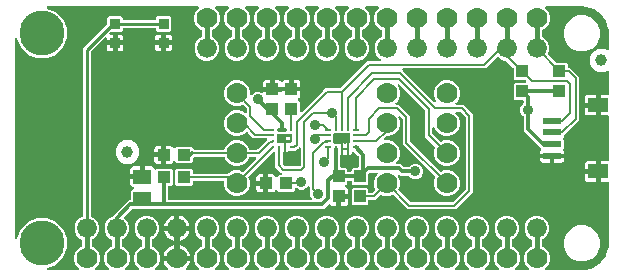
<source format=gbr>
G04 EAGLE Gerber RS-274X export*
G75*
%MOMM*%
%FSLAX34Y34*%
%LPD*%
%INTop Copper*%
%IPPOS*%
%AMOC8*
5,1,8,0,0,1.08239X$1,22.5*%
G01*
%ADD10R,1.000000X1.075000*%
%ADD11R,1.550000X0.600000*%
%ADD12R,1.800000X1.200000*%
%ADD13R,0.275000X0.250000*%
%ADD14R,0.250000X0.275000*%
%ADD15R,0.475000X0.250000*%
%ADD16R,0.250000X0.475000*%
%ADD17C,3.810000*%
%ADD18C,1.778000*%
%ADD19C,1.676400*%
%ADD20R,0.900000X0.900000*%
%ADD21C,1.000000*%
%ADD22R,1.075000X1.000000*%
%ADD23R,1.500000X1.240000*%
%ADD24C,0.406400*%
%ADD25C,0.889000*%
%ADD26C,0.304800*%
%ADD27C,0.203200*%
%ADD28C,0.254000*%

G36*
X55790Y2545D02*
X55790Y2545D01*
X55819Y2542D01*
X55931Y2565D01*
X56043Y2581D01*
X56069Y2593D01*
X56098Y2598D01*
X56199Y2651D01*
X56302Y2697D01*
X56324Y2716D01*
X56351Y2729D01*
X56433Y2807D01*
X56519Y2880D01*
X56535Y2905D01*
X56557Y2925D01*
X56614Y3023D01*
X56677Y3117D01*
X56686Y3145D01*
X56700Y3170D01*
X56728Y3280D01*
X56762Y3388D01*
X56763Y3418D01*
X56770Y3446D01*
X56767Y3559D01*
X56770Y3672D01*
X56762Y3701D01*
X56761Y3730D01*
X56726Y3838D01*
X56698Y3947D01*
X56683Y3973D01*
X56674Y4001D01*
X56629Y4064D01*
X56553Y4192D01*
X56507Y4235D01*
X56479Y4274D01*
X54240Y6513D01*
X52577Y10527D01*
X52577Y14873D01*
X54240Y18887D01*
X57313Y21960D01*
X58809Y22579D01*
X58810Y22580D01*
X58811Y22581D01*
X58930Y22651D01*
X59053Y22724D01*
X59054Y22725D01*
X59056Y22726D01*
X59153Y22830D01*
X59249Y22931D01*
X59249Y22932D01*
X59250Y22933D01*
X59312Y23054D01*
X59379Y23183D01*
X59379Y23185D01*
X59380Y23186D01*
X59382Y23201D01*
X59434Y23462D01*
X59431Y23493D01*
X59435Y23517D01*
X59435Y27832D01*
X59435Y27834D01*
X59435Y27836D01*
X59416Y27966D01*
X59395Y28114D01*
X59395Y28115D01*
X59395Y28117D01*
X59338Y28243D01*
X59279Y28373D01*
X59278Y28375D01*
X59277Y28376D01*
X59186Y28483D01*
X59096Y28590D01*
X59094Y28591D01*
X59093Y28592D01*
X59080Y28601D01*
X58859Y28748D01*
X58830Y28757D01*
X58809Y28770D01*
X57600Y29271D01*
X54671Y32200D01*
X53085Y36028D01*
X53085Y40172D01*
X54671Y44000D01*
X57600Y46929D01*
X59571Y47745D01*
X59572Y47746D01*
X59573Y47746D01*
X59692Y47817D01*
X59815Y47890D01*
X59816Y47891D01*
X59818Y47892D01*
X59915Y47996D01*
X60011Y48096D01*
X60011Y48098D01*
X60012Y48099D01*
X60077Y48225D01*
X60141Y48349D01*
X60141Y48351D01*
X60142Y48352D01*
X60144Y48367D01*
X60196Y48628D01*
X60193Y48659D01*
X60197Y48683D01*
X60197Y190598D01*
X80620Y211021D01*
X80672Y211091D01*
X80732Y211154D01*
X80758Y211204D01*
X80791Y211248D01*
X80822Y211330D01*
X80862Y211407D01*
X80870Y211455D01*
X80892Y211514D01*
X80904Y211661D01*
X80917Y211739D01*
X80917Y216542D01*
X82108Y217733D01*
X92792Y217733D01*
X93983Y216542D01*
X93983Y215518D01*
X93991Y215460D01*
X93989Y215402D01*
X94011Y215320D01*
X94023Y215236D01*
X94046Y215183D01*
X94061Y215127D01*
X94104Y215054D01*
X94139Y214977D01*
X94177Y214932D01*
X94206Y214882D01*
X94268Y214824D01*
X94322Y214760D01*
X94371Y214728D01*
X94414Y214688D01*
X94489Y214649D01*
X94559Y214602D01*
X94615Y214585D01*
X94667Y214558D01*
X94735Y214547D01*
X94830Y214517D01*
X94930Y214514D01*
X94998Y214503D01*
X120902Y214503D01*
X120960Y214511D01*
X121018Y214509D01*
X121100Y214531D01*
X121184Y214543D01*
X121237Y214566D01*
X121293Y214581D01*
X121366Y214624D01*
X121443Y214659D01*
X121488Y214697D01*
X121538Y214726D01*
X121596Y214788D01*
X121660Y214842D01*
X121692Y214891D01*
X121732Y214934D01*
X121771Y215009D01*
X121818Y215079D01*
X121835Y215135D01*
X121862Y215187D01*
X121873Y215255D01*
X121903Y215350D01*
X121906Y215450D01*
X121917Y215518D01*
X121917Y216542D01*
X123108Y217733D01*
X133792Y217733D01*
X134983Y216542D01*
X134983Y205858D01*
X133792Y204667D01*
X123108Y204667D01*
X121917Y205858D01*
X121917Y206882D01*
X121909Y206940D01*
X121911Y206998D01*
X121889Y207080D01*
X121877Y207164D01*
X121854Y207217D01*
X121839Y207273D01*
X121796Y207346D01*
X121761Y207423D01*
X121723Y207468D01*
X121694Y207518D01*
X121632Y207576D01*
X121578Y207640D01*
X121529Y207672D01*
X121486Y207712D01*
X121411Y207751D01*
X121341Y207798D01*
X121285Y207815D01*
X121233Y207842D01*
X121165Y207853D01*
X121070Y207883D01*
X120970Y207886D01*
X120902Y207897D01*
X94998Y207897D01*
X94940Y207889D01*
X94882Y207891D01*
X94800Y207869D01*
X94716Y207857D01*
X94663Y207834D01*
X94607Y207819D01*
X94534Y207776D01*
X94457Y207741D01*
X94412Y207703D01*
X94362Y207674D01*
X94304Y207612D01*
X94240Y207558D01*
X94208Y207509D01*
X94168Y207466D01*
X94129Y207391D01*
X94082Y207321D01*
X94065Y207265D01*
X94038Y207213D01*
X94027Y207145D01*
X93997Y207050D01*
X93994Y206950D01*
X93983Y206882D01*
X93983Y205858D01*
X92792Y204667D01*
X84029Y204667D01*
X83942Y204655D01*
X83855Y204652D01*
X83802Y204635D01*
X83747Y204627D01*
X83667Y204592D01*
X83584Y204565D01*
X83545Y204537D01*
X83488Y204511D01*
X83374Y204415D01*
X83311Y204370D01*
X82915Y203974D01*
X82897Y203950D01*
X82875Y203931D01*
X82812Y203837D01*
X82744Y203747D01*
X82733Y203719D01*
X82717Y203695D01*
X82683Y203587D01*
X82643Y203481D01*
X82640Y203452D01*
X82631Y203424D01*
X82628Y203310D01*
X82619Y203198D01*
X82625Y203169D01*
X82624Y203140D01*
X82653Y203030D01*
X82675Y202919D01*
X82688Y202893D01*
X82696Y202865D01*
X82754Y202767D01*
X82806Y202667D01*
X82826Y202645D01*
X82841Y202620D01*
X82924Y202543D01*
X83002Y202461D01*
X83027Y202446D01*
X83048Y202426D01*
X83149Y202374D01*
X83247Y202317D01*
X83275Y202310D01*
X83301Y202296D01*
X83379Y202283D01*
X83522Y202247D01*
X83585Y202249D01*
X83633Y202241D01*
X85419Y202241D01*
X85419Y197231D01*
X80409Y197231D01*
X80409Y199017D01*
X80405Y199047D01*
X80408Y199076D01*
X80385Y199187D01*
X80369Y199299D01*
X80357Y199326D01*
X80352Y199354D01*
X80300Y199455D01*
X80253Y199558D01*
X80234Y199581D01*
X80221Y199607D01*
X80143Y199689D01*
X80070Y199775D01*
X80045Y199792D01*
X80025Y199813D01*
X79927Y199870D01*
X79833Y199933D01*
X79805Y199942D01*
X79780Y199957D01*
X79670Y199985D01*
X79562Y200019D01*
X79532Y200020D01*
X79504Y200027D01*
X79391Y200023D01*
X79278Y200026D01*
X79249Y200019D01*
X79220Y200018D01*
X79112Y199983D01*
X79003Y199954D01*
X78977Y199939D01*
X78949Y199930D01*
X78886Y199885D01*
X78758Y199809D01*
X78715Y199763D01*
X78676Y199735D01*
X67100Y188159D01*
X67048Y188089D01*
X66988Y188026D01*
X66962Y187976D01*
X66929Y187932D01*
X66898Y187850D01*
X66858Y187772D01*
X66850Y187725D01*
X66828Y187666D01*
X66816Y187519D01*
X66803Y187441D01*
X66803Y48683D01*
X66803Y48682D01*
X66803Y48680D01*
X66823Y48540D01*
X66843Y48402D01*
X66843Y48400D01*
X66843Y48399D01*
X66903Y48267D01*
X66959Y48142D01*
X66960Y48141D01*
X66961Y48140D01*
X67052Y48032D01*
X67142Y47925D01*
X67144Y47924D01*
X67145Y47923D01*
X67158Y47915D01*
X67379Y47768D01*
X67408Y47758D01*
X67429Y47745D01*
X69400Y46929D01*
X72329Y44000D01*
X73915Y40172D01*
X73915Y36028D01*
X72329Y32200D01*
X69400Y29271D01*
X68191Y28770D01*
X68190Y28770D01*
X68189Y28769D01*
X68070Y28699D01*
X67947Y28626D01*
X67946Y28625D01*
X67944Y28624D01*
X67847Y28520D01*
X67751Y28419D01*
X67751Y28418D01*
X67750Y28417D01*
X67686Y28293D01*
X67621Y28167D01*
X67621Y28165D01*
X67620Y28164D01*
X67618Y28149D01*
X67566Y27888D01*
X67569Y27857D01*
X67565Y27832D01*
X67565Y23517D01*
X67565Y23516D01*
X67565Y23514D01*
X67585Y23374D01*
X67605Y23236D01*
X67605Y23234D01*
X67605Y23233D01*
X67663Y23105D01*
X67721Y22976D01*
X67722Y22975D01*
X67723Y22974D01*
X67814Y22867D01*
X67904Y22759D01*
X67906Y22759D01*
X67907Y22757D01*
X67920Y22749D01*
X68141Y22602D01*
X68170Y22593D01*
X68191Y22579D01*
X69687Y21960D01*
X72760Y18887D01*
X74423Y14873D01*
X74423Y10527D01*
X72760Y6513D01*
X70521Y4274D01*
X70503Y4250D01*
X70481Y4231D01*
X70418Y4137D01*
X70350Y4047D01*
X70340Y4019D01*
X70323Y3995D01*
X70289Y3887D01*
X70249Y3781D01*
X70246Y3752D01*
X70238Y3724D01*
X70235Y3610D01*
X70225Y3498D01*
X70231Y3469D01*
X70230Y3440D01*
X70259Y3330D01*
X70281Y3219D01*
X70295Y3193D01*
X70302Y3165D01*
X70360Y3067D01*
X70412Y2967D01*
X70432Y2945D01*
X70447Y2920D01*
X70530Y2843D01*
X70608Y2761D01*
X70633Y2746D01*
X70655Y2726D01*
X70755Y2674D01*
X70853Y2617D01*
X70882Y2610D01*
X70908Y2596D01*
X70985Y2583D01*
X71129Y2547D01*
X71191Y2549D01*
X71239Y2541D01*
X81161Y2541D01*
X81190Y2545D01*
X81219Y2542D01*
X81331Y2565D01*
X81443Y2581D01*
X81469Y2593D01*
X81498Y2598D01*
X81599Y2651D01*
X81702Y2697D01*
X81724Y2716D01*
X81751Y2729D01*
X81833Y2807D01*
X81919Y2880D01*
X81935Y2905D01*
X81957Y2925D01*
X82014Y3023D01*
X82077Y3117D01*
X82086Y3145D01*
X82100Y3170D01*
X82128Y3280D01*
X82162Y3388D01*
X82163Y3418D01*
X82170Y3446D01*
X82167Y3559D01*
X82170Y3672D01*
X82162Y3701D01*
X82161Y3730D01*
X82126Y3838D01*
X82098Y3947D01*
X82083Y3973D01*
X82074Y4001D01*
X82029Y4064D01*
X81953Y4192D01*
X81907Y4235D01*
X81879Y4274D01*
X79640Y6513D01*
X77977Y10527D01*
X77977Y14873D01*
X79640Y18887D01*
X82713Y21960D01*
X84209Y22579D01*
X84210Y22580D01*
X84211Y22581D01*
X84330Y22651D01*
X84453Y22724D01*
X84454Y22725D01*
X84456Y22726D01*
X84553Y22830D01*
X84649Y22931D01*
X84649Y22932D01*
X84650Y22933D01*
X84712Y23054D01*
X84779Y23183D01*
X84779Y23185D01*
X84780Y23186D01*
X84782Y23201D01*
X84834Y23462D01*
X84831Y23493D01*
X84835Y23517D01*
X84835Y27832D01*
X84835Y27834D01*
X84835Y27836D01*
X84816Y27966D01*
X84795Y28114D01*
X84795Y28115D01*
X84795Y28117D01*
X84738Y28243D01*
X84679Y28373D01*
X84678Y28375D01*
X84677Y28376D01*
X84586Y28483D01*
X84496Y28590D01*
X84494Y28591D01*
X84493Y28592D01*
X84480Y28601D01*
X84259Y28748D01*
X84230Y28757D01*
X84209Y28770D01*
X83000Y29271D01*
X80071Y32200D01*
X78485Y36028D01*
X78485Y40172D01*
X80071Y44000D01*
X83000Y46929D01*
X84717Y47640D01*
X84718Y47641D01*
X84719Y47641D01*
X84840Y47713D01*
X84961Y47784D01*
X84962Y47786D01*
X84964Y47786D01*
X85058Y47887D01*
X85157Y47991D01*
X85157Y47993D01*
X85158Y47994D01*
X85222Y48119D01*
X85287Y48244D01*
X85287Y48245D01*
X85288Y48247D01*
X85290Y48262D01*
X85327Y48447D01*
X98857Y61977D01*
X99942Y61977D01*
X100000Y61985D01*
X100058Y61983D01*
X100140Y62005D01*
X100224Y62017D01*
X100277Y62040D01*
X100333Y62055D01*
X100406Y62098D01*
X100483Y62133D01*
X100528Y62171D01*
X100578Y62200D01*
X100636Y62262D01*
X100700Y62316D01*
X100732Y62365D01*
X100772Y62408D01*
X100811Y62483D01*
X100858Y62553D01*
X100875Y62609D01*
X100902Y62661D01*
X100913Y62729D01*
X100943Y62824D01*
X100946Y62924D01*
X100957Y62992D01*
X100957Y69932D01*
X102148Y71123D01*
X102507Y71123D01*
X102517Y71124D01*
X102527Y71123D01*
X102657Y71144D01*
X102789Y71163D01*
X102798Y71167D01*
X102807Y71168D01*
X102927Y71225D01*
X103048Y71279D01*
X103055Y71285D01*
X103064Y71289D01*
X103164Y71377D01*
X103265Y71462D01*
X103270Y71471D01*
X103278Y71477D01*
X103349Y71589D01*
X103423Y71699D01*
X103426Y71708D01*
X103431Y71717D01*
X103468Y71844D01*
X103508Y71970D01*
X103509Y71980D01*
X103511Y71989D01*
X103512Y72122D01*
X103516Y72254D01*
X103513Y72264D01*
X103513Y72274D01*
X103477Y72402D01*
X103444Y72529D01*
X103439Y72538D01*
X103436Y72547D01*
X103366Y72660D01*
X103299Y72774D01*
X103291Y72781D01*
X103286Y72789D01*
X103188Y72878D01*
X103091Y72968D01*
X103083Y72973D01*
X103075Y72979D01*
X103024Y73003D01*
X102838Y73098D01*
X102803Y73104D01*
X102770Y73119D01*
X102009Y73322D01*
X101430Y73657D01*
X100957Y74130D01*
X100622Y74709D01*
X100449Y75356D01*
X100449Y79859D01*
X109474Y79859D01*
X109532Y79867D01*
X109590Y79865D01*
X109672Y79887D01*
X109755Y79899D01*
X109809Y79923D01*
X109865Y79937D01*
X109938Y79980D01*
X110015Y80015D01*
X110059Y80053D01*
X110110Y80083D01*
X110167Y80144D01*
X110232Y80199D01*
X110264Y80247D01*
X110304Y80290D01*
X110343Y80365D01*
X110389Y80435D01*
X110407Y80491D01*
X110434Y80543D01*
X110445Y80611D01*
X110475Y80706D01*
X110478Y80806D01*
X110489Y80874D01*
X110489Y81891D01*
X111506Y81891D01*
X111564Y81899D01*
X111622Y81898D01*
X111704Y81919D01*
X111787Y81931D01*
X111841Y81955D01*
X111897Y81969D01*
X111970Y82012D01*
X112047Y82047D01*
X112091Y82085D01*
X112142Y82115D01*
X112199Y82176D01*
X112264Y82231D01*
X112296Y82279D01*
X112336Y82322D01*
X112375Y82397D01*
X112421Y82467D01*
X112439Y82523D01*
X112466Y82575D01*
X112477Y82643D01*
X112507Y82738D01*
X112510Y82838D01*
X112521Y82906D01*
X112521Y90631D01*
X118324Y90631D01*
X118971Y90458D01*
X119550Y90123D01*
X120023Y89650D01*
X120358Y89071D01*
X120503Y88527D01*
X120519Y88491D01*
X120526Y88452D01*
X120574Y88361D01*
X120615Y88265D01*
X120639Y88235D01*
X120657Y88200D01*
X120729Y88125D01*
X120794Y88045D01*
X120826Y88022D01*
X120853Y87994D01*
X120943Y87942D01*
X121028Y87883D01*
X121065Y87870D01*
X121098Y87850D01*
X121199Y87825D01*
X121297Y87792D01*
X121336Y87790D01*
X121374Y87780D01*
X121477Y87784D01*
X121581Y87779D01*
X121619Y87788D01*
X121658Y87789D01*
X121757Y87821D01*
X121857Y87845D01*
X121891Y87865D01*
X121929Y87877D01*
X121992Y87922D01*
X122105Y87986D01*
X122157Y88039D01*
X122202Y88072D01*
X122443Y88313D01*
X134877Y88313D01*
X136068Y87122D01*
X136068Y75438D01*
X134877Y74247D01*
X133232Y74247D01*
X133174Y74239D01*
X133116Y74241D01*
X133034Y74219D01*
X132950Y74207D01*
X132897Y74184D01*
X132841Y74169D01*
X132768Y74126D01*
X132691Y74091D01*
X132646Y74053D01*
X132596Y74024D01*
X132538Y73962D01*
X132474Y73908D01*
X132442Y73859D01*
X132402Y73816D01*
X132363Y73741D01*
X132316Y73671D01*
X132299Y73615D01*
X132272Y73563D01*
X132261Y73495D01*
X132231Y73400D01*
X132228Y73300D01*
X132217Y73232D01*
X132217Y62992D01*
X132225Y62934D01*
X132223Y62876D01*
X132245Y62794D01*
X132257Y62710D01*
X132280Y62657D01*
X132295Y62601D01*
X132338Y62528D01*
X132373Y62451D01*
X132411Y62406D01*
X132440Y62356D01*
X132502Y62298D01*
X132556Y62234D01*
X132605Y62202D01*
X132648Y62162D01*
X132723Y62123D01*
X132793Y62076D01*
X132849Y62059D01*
X132901Y62032D01*
X132969Y62021D01*
X133064Y61991D01*
X133164Y61988D01*
X133232Y61977D01*
X252801Y61977D01*
X252830Y61981D01*
X252860Y61978D01*
X252971Y62001D01*
X253083Y62017D01*
X253110Y62029D01*
X253138Y62034D01*
X253239Y62087D01*
X253342Y62133D01*
X253365Y62152D01*
X253391Y62165D01*
X253473Y62243D01*
X253559Y62316D01*
X253576Y62341D01*
X253597Y62361D01*
X253654Y62459D01*
X253717Y62553D01*
X253726Y62581D01*
X253741Y62606D01*
X253768Y62716D01*
X253803Y62824D01*
X253803Y62853D01*
X253811Y62882D01*
X253807Y62995D01*
X253810Y63108D01*
X253803Y63137D01*
X253802Y63166D01*
X253767Y63274D01*
X253738Y63383D01*
X253723Y63409D01*
X253714Y63437D01*
X253668Y63501D01*
X253593Y63628D01*
X253547Y63671D01*
X253519Y63710D01*
X253485Y63744D01*
X252499Y66125D01*
X252499Y68704D01*
X252531Y68830D01*
X252568Y68971D01*
X252568Y68972D01*
X252568Y68974D01*
X252564Y69115D01*
X252559Y69255D01*
X252559Y69256D01*
X252559Y69258D01*
X252516Y69391D01*
X252473Y69526D01*
X252472Y69527D01*
X252471Y69528D01*
X252463Y69541D01*
X252315Y69762D01*
X252291Y69781D01*
X252277Y69802D01*
X252118Y69960D01*
X252118Y72866D01*
X252114Y72895D01*
X252117Y72925D01*
X252094Y73036D01*
X252078Y73148D01*
X252066Y73175D01*
X252061Y73203D01*
X252008Y73304D01*
X251962Y73407D01*
X251943Y73430D01*
X251930Y73456D01*
X251852Y73538D01*
X251778Y73624D01*
X251754Y73640D01*
X251734Y73662D01*
X251636Y73719D01*
X251542Y73782D01*
X251514Y73791D01*
X251489Y73805D01*
X251379Y73833D01*
X251271Y73868D01*
X251241Y73868D01*
X251213Y73876D01*
X251100Y73872D01*
X250987Y73875D01*
X250958Y73867D01*
X250929Y73867D01*
X250821Y73832D01*
X250712Y73803D01*
X250686Y73788D01*
X250658Y73779D01*
X250594Y73733D01*
X250467Y73658D01*
X250424Y73612D01*
X250385Y73584D01*
X248779Y71978D01*
X246398Y70992D01*
X243822Y70992D01*
X241441Y71978D01*
X241161Y72258D01*
X241137Y72276D01*
X241118Y72298D01*
X241024Y72361D01*
X240934Y72429D01*
X240906Y72440D01*
X240882Y72456D01*
X240774Y72490D01*
X240668Y72530D01*
X240639Y72533D01*
X240611Y72542D01*
X240498Y72545D01*
X240385Y72554D01*
X240356Y72548D01*
X240327Y72549D01*
X240217Y72520D01*
X240106Y72498D01*
X240080Y72485D01*
X240052Y72477D01*
X239954Y72419D01*
X239854Y72367D01*
X239832Y72347D01*
X239807Y72332D01*
X239730Y72249D01*
X239648Y72171D01*
X239633Y72146D01*
X239613Y72125D01*
X239561Y72024D01*
X239504Y71926D01*
X239497Y71898D01*
X239483Y71871D01*
X239470Y71794D01*
X239434Y71651D01*
X239436Y71588D01*
X239428Y71540D01*
X239428Y70358D01*
X238237Y69167D01*
X225803Y69167D01*
X224426Y70544D01*
X224387Y70574D01*
X224354Y70610D01*
X224274Y70659D01*
X224199Y70715D01*
X224153Y70733D01*
X224112Y70758D01*
X224021Y70783D01*
X223933Y70816D01*
X223884Y70821D01*
X223837Y70833D01*
X223743Y70832D01*
X223650Y70840D01*
X223602Y70830D01*
X223553Y70830D01*
X223463Y70803D01*
X223371Y70784D01*
X223328Y70762D01*
X223281Y70748D01*
X223202Y70697D01*
X223119Y70653D01*
X223083Y70620D01*
X223042Y70593D01*
X222995Y70536D01*
X222913Y70457D01*
X222869Y70382D01*
X222829Y70334D01*
X222428Y69640D01*
X221955Y69167D01*
X221376Y68832D01*
X220729Y68659D01*
X217051Y68659D01*
X217051Y75184D01*
X217043Y75242D01*
X217044Y75300D01*
X217023Y75382D01*
X217011Y75465D01*
X216987Y75519D01*
X216973Y75575D01*
X216930Y75648D01*
X216895Y75725D01*
X216857Y75769D01*
X216827Y75820D01*
X216766Y75877D01*
X216711Y75942D01*
X216663Y75974D01*
X216620Y76014D01*
X216545Y76053D01*
X216475Y76099D01*
X216419Y76117D01*
X216367Y76144D01*
X216299Y76155D01*
X216204Y76185D01*
X216104Y76188D01*
X216036Y76199D01*
X215019Y76199D01*
X215019Y76201D01*
X216036Y76201D01*
X216094Y76209D01*
X216152Y76208D01*
X216234Y76229D01*
X216317Y76241D01*
X216371Y76265D01*
X216427Y76279D01*
X216500Y76322D01*
X216577Y76357D01*
X216621Y76395D01*
X216672Y76425D01*
X216729Y76486D01*
X216794Y76541D01*
X216826Y76589D01*
X216866Y76632D01*
X216905Y76707D01*
X216951Y76777D01*
X216969Y76833D01*
X216996Y76885D01*
X217007Y76953D01*
X217037Y77048D01*
X217040Y77148D01*
X217051Y77216D01*
X217051Y83741D01*
X220729Y83741D01*
X221376Y83568D01*
X221955Y83233D01*
X222428Y82760D01*
X222829Y82066D01*
X222859Y82028D01*
X222881Y81984D01*
X222946Y81916D01*
X223004Y81842D01*
X223044Y81813D01*
X223077Y81778D01*
X223158Y81731D01*
X223234Y81676D01*
X223281Y81659D01*
X223322Y81634D01*
X223413Y81611D01*
X223502Y81579D01*
X223551Y81576D01*
X223598Y81564D01*
X223692Y81567D01*
X223786Y81561D01*
X223833Y81572D01*
X223882Y81573D01*
X223972Y81602D01*
X224063Y81622D01*
X224106Y81646D01*
X224153Y81661D01*
X224213Y81704D01*
X224313Y81758D01*
X224375Y81819D01*
X224426Y81856D01*
X225803Y83233D01*
X227505Y83233D01*
X227534Y83237D01*
X227563Y83234D01*
X227674Y83257D01*
X227786Y83273D01*
X227813Y83285D01*
X227842Y83290D01*
X227942Y83343D01*
X228046Y83389D01*
X228068Y83408D01*
X228094Y83421D01*
X228176Y83499D01*
X228263Y83572D01*
X228279Y83597D01*
X228300Y83617D01*
X228357Y83715D01*
X228420Y83809D01*
X228429Y83837D01*
X228444Y83862D01*
X228472Y83972D01*
X228506Y84080D01*
X228507Y84110D01*
X228514Y84138D01*
X228510Y84251D01*
X228513Y84364D01*
X228506Y84393D01*
X228505Y84422D01*
X228470Y84530D01*
X228441Y84639D01*
X228427Y84665D01*
X228417Y84693D01*
X228372Y84757D01*
X228296Y84884D01*
X228251Y84927D01*
X228223Y84966D01*
X226524Y86665D01*
X223051Y90137D01*
X223051Y101989D01*
X223047Y102018D01*
X223050Y102047D01*
X223027Y102158D01*
X223011Y102270D01*
X222999Y102297D01*
X222994Y102326D01*
X222942Y102426D01*
X222895Y102530D01*
X222876Y102552D01*
X222863Y102578D01*
X222785Y102660D01*
X222712Y102747D01*
X222687Y102763D01*
X222667Y102784D01*
X222569Y102841D01*
X222475Y102904D01*
X222447Y102913D01*
X222422Y102928D01*
X222312Y102956D01*
X222204Y102990D01*
X222174Y102991D01*
X222146Y102998D01*
X222033Y102994D01*
X221920Y102997D01*
X221891Y102990D01*
X221862Y102989D01*
X221754Y102954D01*
X221645Y102925D01*
X221619Y102910D01*
X221591Y102901D01*
X221528Y102856D01*
X221400Y102780D01*
X221357Y102735D01*
X221318Y102707D01*
X200602Y81991D01*
X200601Y81990D01*
X200600Y81989D01*
X200514Y81873D01*
X200432Y81764D01*
X200431Y81762D01*
X200430Y81761D01*
X200379Y81625D01*
X200330Y81498D01*
X200330Y81496D01*
X200330Y81495D01*
X200317Y81343D01*
X200307Y81215D01*
X200307Y81213D01*
X200307Y81212D01*
X200310Y81196D01*
X200363Y80936D01*
X200377Y80909D01*
X200382Y80884D01*
X201423Y78373D01*
X201423Y74027D01*
X199760Y70013D01*
X196687Y66940D01*
X192673Y65277D01*
X188327Y65277D01*
X184313Y66940D01*
X181240Y70013D01*
X179577Y74027D01*
X179577Y77216D01*
X179569Y77274D01*
X179571Y77332D01*
X179549Y77414D01*
X179537Y77498D01*
X179514Y77551D01*
X179499Y77607D01*
X179456Y77680D01*
X179421Y77757D01*
X179383Y77802D01*
X179354Y77852D01*
X179292Y77910D01*
X179238Y77974D01*
X179189Y78006D01*
X179146Y78046D01*
X179071Y78085D01*
X179001Y78132D01*
X178945Y78149D01*
X178893Y78176D01*
X178825Y78187D01*
X178730Y78217D01*
X178630Y78220D01*
X178562Y78231D01*
X154083Y78231D01*
X154025Y78223D01*
X153967Y78225D01*
X153885Y78203D01*
X153801Y78191D01*
X153748Y78168D01*
X153692Y78153D01*
X153619Y78110D01*
X153542Y78075D01*
X153497Y78037D01*
X153447Y78008D01*
X153389Y77946D01*
X153325Y77892D01*
X153293Y77843D01*
X153253Y77800D01*
X153214Y77725D01*
X153167Y77655D01*
X153150Y77599D01*
X153123Y77547D01*
X153112Y77479D01*
X153082Y77384D01*
X153079Y77284D01*
X153068Y77216D01*
X153068Y75438D01*
X151877Y74247D01*
X139443Y74247D01*
X138252Y75438D01*
X138252Y87122D01*
X139443Y88313D01*
X151877Y88313D01*
X153068Y87122D01*
X153068Y85344D01*
X153076Y85286D01*
X153074Y85228D01*
X153096Y85146D01*
X153108Y85062D01*
X153131Y85009D01*
X153146Y84953D01*
X153189Y84880D01*
X153224Y84803D01*
X153262Y84758D01*
X153291Y84708D01*
X153353Y84650D01*
X153407Y84586D01*
X153456Y84554D01*
X153499Y84514D01*
X153574Y84475D01*
X153644Y84428D01*
X153700Y84411D01*
X153752Y84384D01*
X153820Y84373D01*
X153915Y84343D01*
X154015Y84340D01*
X154083Y84329D01*
X182761Y84329D01*
X182848Y84341D01*
X182935Y84344D01*
X182988Y84361D01*
X183043Y84369D01*
X183122Y84404D01*
X183206Y84431D01*
X183245Y84459D01*
X183302Y84485D01*
X183415Y84581D01*
X183479Y84626D01*
X184313Y85460D01*
X188327Y87123D01*
X192673Y87123D01*
X195184Y86082D01*
X195186Y86082D01*
X195187Y86081D01*
X195322Y86047D01*
X195460Y86011D01*
X195461Y86011D01*
X195463Y86011D01*
X195603Y86016D01*
X195744Y86020D01*
X195745Y86020D01*
X195747Y86020D01*
X195880Y86063D01*
X196015Y86106D01*
X196016Y86107D01*
X196017Y86108D01*
X196030Y86116D01*
X196251Y86264D01*
X196270Y86288D01*
X196291Y86302D01*
X206807Y96818D01*
X206824Y96842D01*
X206847Y96861D01*
X206909Y96955D01*
X206977Y97045D01*
X206988Y97073D01*
X207004Y97097D01*
X207038Y97205D01*
X207079Y97311D01*
X207081Y97340D01*
X207090Y97368D01*
X207093Y97482D01*
X207102Y97594D01*
X207097Y97623D01*
X207097Y97652D01*
X207069Y97762D01*
X207046Y97873D01*
X207033Y97899D01*
X207025Y97927D01*
X206968Y98025D01*
X206915Y98125D01*
X206895Y98147D01*
X206880Y98172D01*
X206798Y98249D01*
X206720Y98331D01*
X206694Y98346D01*
X206673Y98366D01*
X206572Y98418D01*
X206474Y98475D01*
X206446Y98482D01*
X206420Y98496D01*
X206342Y98509D01*
X206199Y98545D01*
X206136Y98543D01*
X206089Y98551D01*
X201738Y98551D01*
X201737Y98551D01*
X201735Y98551D01*
X201595Y98531D01*
X201457Y98511D01*
X201455Y98511D01*
X201454Y98511D01*
X201325Y98453D01*
X201197Y98395D01*
X201196Y98394D01*
X201195Y98393D01*
X201088Y98302D01*
X200980Y98212D01*
X200979Y98210D01*
X200978Y98209D01*
X200970Y98196D01*
X200823Y97975D01*
X200813Y97946D01*
X200800Y97925D01*
X199760Y95413D01*
X196687Y92340D01*
X192673Y90677D01*
X188327Y90677D01*
X184313Y92340D01*
X181240Y95413D01*
X180200Y97925D01*
X180199Y97926D01*
X180199Y97927D01*
X180128Y98046D01*
X180055Y98169D01*
X180054Y98170D01*
X180053Y98172D01*
X179949Y98269D01*
X179849Y98365D01*
X179847Y98365D01*
X179846Y98366D01*
X179720Y98431D01*
X179596Y98495D01*
X179594Y98495D01*
X179593Y98496D01*
X179578Y98498D01*
X179317Y98550D01*
X179286Y98547D01*
X179262Y98551D01*
X154802Y98551D01*
X154715Y98539D01*
X154628Y98536D01*
X154575Y98519D01*
X154520Y98511D01*
X154440Y98476D01*
X154357Y98449D01*
X154318Y98421D01*
X154261Y98395D01*
X154148Y98299D01*
X154084Y98254D01*
X153365Y97535D01*
X153313Y97465D01*
X153253Y97401D01*
X153227Y97352D01*
X153194Y97308D01*
X153163Y97226D01*
X153123Y97148D01*
X153115Y97101D01*
X153093Y97042D01*
X153081Y96895D01*
X153068Y96817D01*
X153068Y94488D01*
X151877Y93297D01*
X139443Y93297D01*
X138066Y94674D01*
X138027Y94704D01*
X137994Y94740D01*
X137914Y94789D01*
X137839Y94845D01*
X137793Y94863D01*
X137752Y94888D01*
X137661Y94913D01*
X137573Y94946D01*
X137524Y94951D01*
X137477Y94963D01*
X137383Y94962D01*
X137290Y94970D01*
X137242Y94960D01*
X137193Y94960D01*
X137103Y94933D01*
X137011Y94914D01*
X136968Y94892D01*
X136921Y94878D01*
X136842Y94827D01*
X136759Y94783D01*
X136723Y94750D01*
X136682Y94723D01*
X136635Y94666D01*
X136553Y94587D01*
X136509Y94512D01*
X136469Y94464D01*
X136068Y93770D01*
X135595Y93297D01*
X135016Y92962D01*
X134369Y92789D01*
X130691Y92789D01*
X130691Y99314D01*
X130683Y99372D01*
X130684Y99430D01*
X130663Y99512D01*
X130651Y99595D01*
X130627Y99649D01*
X130613Y99705D01*
X130570Y99778D01*
X130535Y99855D01*
X130497Y99899D01*
X130467Y99950D01*
X130406Y100007D01*
X130351Y100072D01*
X130303Y100104D01*
X130260Y100144D01*
X130185Y100183D01*
X130115Y100229D01*
X130059Y100247D01*
X130007Y100274D01*
X129939Y100285D01*
X129844Y100315D01*
X129744Y100318D01*
X129676Y100329D01*
X128659Y100329D01*
X128659Y100331D01*
X129676Y100331D01*
X129734Y100339D01*
X129792Y100338D01*
X129874Y100359D01*
X129957Y100371D01*
X130011Y100395D01*
X130067Y100409D01*
X130140Y100452D01*
X130217Y100487D01*
X130261Y100525D01*
X130312Y100555D01*
X130369Y100616D01*
X130434Y100671D01*
X130466Y100719D01*
X130506Y100762D01*
X130545Y100837D01*
X130591Y100907D01*
X130609Y100963D01*
X130636Y101015D01*
X130647Y101083D01*
X130677Y101178D01*
X130680Y101278D01*
X130691Y101346D01*
X130691Y107871D01*
X134369Y107871D01*
X135016Y107698D01*
X135595Y107363D01*
X136068Y106890D01*
X136469Y106196D01*
X136499Y106158D01*
X136521Y106114D01*
X136586Y106046D01*
X136644Y105972D01*
X136684Y105943D01*
X136717Y105908D01*
X136798Y105861D01*
X136874Y105806D01*
X136921Y105789D01*
X136962Y105764D01*
X137053Y105741D01*
X137142Y105709D01*
X137191Y105706D01*
X137238Y105694D01*
X137332Y105697D01*
X137426Y105691D01*
X137473Y105702D01*
X137522Y105703D01*
X137612Y105732D01*
X137703Y105752D01*
X137746Y105776D01*
X137793Y105791D01*
X137853Y105834D01*
X137953Y105888D01*
X138015Y105949D01*
X138066Y105986D01*
X139443Y107363D01*
X151877Y107363D01*
X153068Y106172D01*
X153076Y106114D01*
X153074Y106056D01*
X153096Y105974D01*
X153108Y105890D01*
X153131Y105837D01*
X153146Y105781D01*
X153189Y105708D01*
X153224Y105631D01*
X153262Y105586D01*
X153291Y105536D01*
X153353Y105478D01*
X153407Y105414D01*
X153456Y105382D01*
X153499Y105342D01*
X153574Y105303D01*
X153644Y105256D01*
X153700Y105239D01*
X153752Y105212D01*
X153820Y105201D01*
X153833Y105197D01*
X154084Y104946D01*
X154154Y104894D01*
X154218Y104834D01*
X154267Y104808D01*
X154311Y104775D01*
X154393Y104744D01*
X154471Y104704D01*
X154518Y104696D01*
X154577Y104674D01*
X154724Y104662D01*
X154802Y104649D01*
X179262Y104649D01*
X179263Y104649D01*
X179265Y104649D01*
X179405Y104669D01*
X179543Y104689D01*
X179545Y104689D01*
X179546Y104689D01*
X179672Y104746D01*
X179803Y104805D01*
X179804Y104806D01*
X179805Y104807D01*
X179912Y104898D01*
X180020Y104988D01*
X180021Y104990D01*
X180022Y104991D01*
X180030Y105004D01*
X180177Y105225D01*
X180187Y105254D01*
X180200Y105275D01*
X181240Y107787D01*
X184313Y110860D01*
X188327Y112523D01*
X192673Y112523D01*
X196687Y110860D01*
X199760Y107787D01*
X200800Y105275D01*
X200801Y105274D01*
X200801Y105273D01*
X200872Y105154D01*
X200945Y105031D01*
X200946Y105030D01*
X200947Y105028D01*
X201051Y104931D01*
X201151Y104835D01*
X201153Y104835D01*
X201154Y104834D01*
X201280Y104769D01*
X201404Y104705D01*
X201406Y104705D01*
X201407Y104704D01*
X201422Y104702D01*
X201683Y104650D01*
X201714Y104653D01*
X201738Y104649D01*
X207281Y104649D01*
X207368Y104661D01*
X207455Y104664D01*
X207508Y104681D01*
X207563Y104689D01*
X207642Y104724D01*
X207726Y104751D01*
X207765Y104779D01*
X207822Y104805D01*
X207935Y104901D01*
X207999Y104946D01*
X215773Y112720D01*
X215791Y112744D01*
X215813Y112763D01*
X215876Y112857D01*
X215944Y112947D01*
X215954Y112975D01*
X215971Y112999D01*
X216005Y113107D01*
X216045Y113213D01*
X216048Y113242D01*
X216056Y113270D01*
X216059Y113384D01*
X216069Y113496D01*
X216063Y113525D01*
X216064Y113554D01*
X216035Y113664D01*
X216013Y113775D01*
X215999Y113801D01*
X215992Y113829D01*
X215934Y113927D01*
X215882Y114027D01*
X215862Y114049D01*
X215847Y114074D01*
X215764Y114151D01*
X215686Y114233D01*
X215661Y114248D01*
X215639Y114268D01*
X215539Y114320D01*
X215441Y114377D01*
X215412Y114384D01*
X215386Y114398D01*
X215309Y114411D01*
X215165Y114447D01*
X215103Y114445D01*
X215055Y114453D01*
X204500Y114453D01*
X199668Y119285D01*
X199621Y119320D01*
X199581Y119363D01*
X199508Y119405D01*
X199441Y119456D01*
X199386Y119477D01*
X199336Y119506D01*
X199254Y119527D01*
X199175Y119557D01*
X199117Y119562D01*
X199060Y119576D01*
X198976Y119574D01*
X198892Y119581D01*
X198834Y119569D01*
X198776Y119567D01*
X198696Y119541D01*
X198613Y119525D01*
X198561Y119498D01*
X198505Y119480D01*
X198449Y119440D01*
X198361Y119394D01*
X198288Y119325D01*
X198232Y119285D01*
X196687Y117740D01*
X192673Y116077D01*
X188327Y116077D01*
X184313Y117740D01*
X181240Y120813D01*
X179577Y124827D01*
X179577Y129173D01*
X181240Y133187D01*
X184313Y136260D01*
X188327Y137923D01*
X192673Y137923D01*
X196687Y136260D01*
X197148Y135799D01*
X197172Y135781D01*
X197191Y135759D01*
X197285Y135696D01*
X197375Y135628D01*
X197403Y135618D01*
X197427Y135601D01*
X197535Y135567D01*
X197641Y135527D01*
X197670Y135524D01*
X197698Y135516D01*
X197812Y135513D01*
X197924Y135503D01*
X197953Y135509D01*
X197982Y135508D01*
X198092Y135537D01*
X198203Y135559D01*
X198229Y135573D01*
X198257Y135580D01*
X198355Y135638D01*
X198455Y135690D01*
X198477Y135710D01*
X198502Y135725D01*
X198579Y135808D01*
X198661Y135886D01*
X198676Y135911D01*
X198696Y135933D01*
X198748Y136034D01*
X198805Y136131D01*
X198812Y136160D01*
X198826Y136186D01*
X198839Y136263D01*
X198875Y136407D01*
X198873Y136469D01*
X198881Y136517D01*
X198881Y139287D01*
X198869Y139373D01*
X198866Y139461D01*
X198849Y139513D01*
X198841Y139568D01*
X198806Y139648D01*
X198779Y139731D01*
X198751Y139770D01*
X198725Y139828D01*
X198629Y139941D01*
X198584Y140005D01*
X196291Y142298D01*
X196290Y142299D01*
X196289Y142300D01*
X196178Y142382D01*
X196064Y142468D01*
X196062Y142469D01*
X196061Y142470D01*
X195929Y142520D01*
X195798Y142570D01*
X195796Y142570D01*
X195795Y142570D01*
X195651Y142582D01*
X195515Y142593D01*
X195513Y142593D01*
X195512Y142593D01*
X195496Y142589D01*
X195236Y142537D01*
X195209Y142523D01*
X195184Y142518D01*
X192673Y141477D01*
X188327Y141477D01*
X184313Y143140D01*
X181240Y146213D01*
X179577Y150227D01*
X179577Y154573D01*
X181240Y158587D01*
X184313Y161660D01*
X188327Y163323D01*
X192673Y163323D01*
X196687Y161660D01*
X199760Y158587D01*
X201423Y154573D01*
X201423Y152075D01*
X201427Y152046D01*
X201424Y152016D01*
X201447Y151905D01*
X201463Y151793D01*
X201475Y151766D01*
X201480Y151738D01*
X201533Y151637D01*
X201579Y151534D01*
X201598Y151511D01*
X201611Y151485D01*
X201689Y151403D01*
X201762Y151317D01*
X201787Y151300D01*
X201807Y151279D01*
X201905Y151222D01*
X201999Y151159D01*
X202027Y151150D01*
X202052Y151135D01*
X202162Y151108D01*
X202270Y151073D01*
X202300Y151073D01*
X202328Y151065D01*
X202441Y151069D01*
X202554Y151066D01*
X202583Y151073D01*
X202612Y151074D01*
X202720Y151109D01*
X202829Y151138D01*
X202855Y151153D01*
X202883Y151162D01*
X202947Y151208D01*
X203074Y151283D01*
X203117Y151329D01*
X203156Y151357D01*
X204611Y152812D01*
X206992Y153798D01*
X209568Y153798D01*
X211400Y153039D01*
X211512Y153010D01*
X211621Y152976D01*
X211649Y152975D01*
X211676Y152968D01*
X211790Y152971D01*
X211905Y152968D01*
X211932Y152975D01*
X211960Y152976D01*
X212069Y153011D01*
X212180Y153040D01*
X212204Y153054D01*
X212231Y153063D01*
X212326Y153127D01*
X212425Y153185D01*
X212444Y153206D01*
X212467Y153221D01*
X212541Y153309D01*
X212619Y153393D01*
X212632Y153417D01*
X212650Y153439D01*
X212696Y153543D01*
X212749Y153646D01*
X212753Y153670D01*
X212765Y153698D01*
X212778Y153789D01*
X219329Y153789D01*
X219387Y153797D01*
X219445Y153795D01*
X219527Y153817D01*
X219610Y153829D01*
X219664Y153853D01*
X219720Y153867D01*
X219793Y153910D01*
X219870Y153945D01*
X219914Y153983D01*
X219965Y154013D01*
X220022Y154074D01*
X220087Y154129D01*
X220119Y154177D01*
X220159Y154220D01*
X220198Y154295D01*
X220244Y154365D01*
X220262Y154421D01*
X220289Y154473D01*
X220300Y154541D01*
X220330Y154636D01*
X220333Y154736D01*
X220344Y154804D01*
X220344Y155821D01*
X220346Y155821D01*
X220346Y154804D01*
X220354Y154750D01*
X220353Y154712D01*
X220353Y154710D01*
X220353Y154688D01*
X220374Y154606D01*
X220386Y154523D01*
X220410Y154469D01*
X220424Y154413D01*
X220467Y154340D01*
X220502Y154263D01*
X220540Y154218D01*
X220570Y154168D01*
X220631Y154110D01*
X220686Y154046D01*
X220734Y154014D01*
X220777Y153974D01*
X220852Y153935D01*
X220922Y153889D01*
X220978Y153871D01*
X221030Y153844D01*
X221098Y153833D01*
X221193Y153803D01*
X221293Y153800D01*
X221361Y153789D01*
X228045Y153789D01*
X228103Y153797D01*
X228161Y153795D01*
X228243Y153817D01*
X228327Y153829D01*
X228380Y153853D01*
X228436Y153867D01*
X228509Y153910D01*
X228586Y153945D01*
X228631Y153983D01*
X228681Y154013D01*
X228739Y154074D01*
X228803Y154129D01*
X228830Y154170D01*
X235585Y154170D01*
X235643Y154178D01*
X235701Y154176D01*
X235783Y154198D01*
X235866Y154210D01*
X235920Y154234D01*
X235976Y154248D01*
X236049Y154291D01*
X236126Y154326D01*
X236170Y154364D01*
X236221Y154394D01*
X236278Y154455D01*
X236343Y154510D01*
X236375Y154558D01*
X236415Y154601D01*
X236454Y154676D01*
X236500Y154746D01*
X236518Y154802D01*
X236545Y154854D01*
X236556Y154922D01*
X236586Y155017D01*
X236589Y155117D01*
X236600Y155185D01*
X236600Y156202D01*
X236602Y156202D01*
X236602Y155185D01*
X236610Y155127D01*
X236609Y155069D01*
X236630Y154987D01*
X236642Y154904D01*
X236666Y154850D01*
X236680Y154794D01*
X236723Y154721D01*
X236758Y154644D01*
X236796Y154599D01*
X236826Y154549D01*
X236887Y154491D01*
X236942Y154427D01*
X236990Y154395D01*
X237033Y154355D01*
X237108Y154316D01*
X237178Y154270D01*
X237234Y154252D01*
X237286Y154225D01*
X237354Y154214D01*
X237449Y154184D01*
X237549Y154181D01*
X237617Y154170D01*
X244142Y154170D01*
X244142Y150492D01*
X243969Y149845D01*
X243634Y149266D01*
X243161Y148793D01*
X242467Y148392D01*
X242429Y148362D01*
X242385Y148340D01*
X242317Y148275D01*
X242243Y148217D01*
X242214Y148177D01*
X242179Y148144D01*
X242132Y148063D01*
X242077Y147987D01*
X242060Y147940D01*
X242035Y147899D01*
X242012Y147808D01*
X241980Y147719D01*
X241977Y147670D01*
X241965Y147623D01*
X241968Y147529D01*
X241962Y147435D01*
X241973Y147388D01*
X241974Y147339D01*
X242003Y147249D01*
X242023Y147158D01*
X242047Y147115D01*
X242062Y147068D01*
X242105Y147008D01*
X242159Y146908D01*
X242220Y146846D01*
X242257Y146795D01*
X243634Y145418D01*
X243634Y137620D01*
X243638Y137591D01*
X243635Y137562D01*
X243658Y137451D01*
X243674Y137339D01*
X243686Y137312D01*
X243691Y137283D01*
X243743Y137183D01*
X243790Y137079D01*
X243809Y137057D01*
X243822Y137031D01*
X243900Y136949D01*
X243973Y136862D01*
X243998Y136846D01*
X244018Y136825D01*
X244116Y136768D01*
X244210Y136705D01*
X244238Y136696D01*
X244263Y136681D01*
X244373Y136653D01*
X244481Y136619D01*
X244511Y136618D01*
X244539Y136611D01*
X244652Y136615D01*
X244765Y136612D01*
X244794Y136619D01*
X244823Y136620D01*
X244931Y136655D01*
X245040Y136684D01*
X245066Y136699D01*
X245094Y136708D01*
X245157Y136753D01*
X245285Y136829D01*
X245328Y136874D01*
X245367Y136902D01*
X263100Y154635D01*
X263100Y154636D01*
X265183Y156719D01*
X277463Y156719D01*
X277549Y156731D01*
X277637Y156734D01*
X277689Y156751D01*
X277744Y156759D01*
X277824Y156794D01*
X277907Y156821D01*
X277946Y156849D01*
X278004Y156875D01*
X278117Y156971D01*
X278181Y157016D01*
X300743Y179579D01*
X311547Y179579D01*
X311632Y179591D01*
X311718Y179593D01*
X311772Y179611D01*
X311829Y179619D01*
X311907Y179654D01*
X311989Y179680D01*
X312036Y179712D01*
X312088Y179735D01*
X312154Y179790D01*
X312225Y179838D01*
X312262Y179882D01*
X312305Y179918D01*
X312353Y179990D01*
X312408Y180056D01*
X312431Y180108D01*
X312463Y180155D01*
X312489Y180237D01*
X312524Y180316D01*
X312531Y180372D01*
X312549Y180426D01*
X312551Y180512D01*
X312563Y180597D01*
X312554Y180653D01*
X312556Y180710D01*
X312534Y180793D01*
X312522Y180879D01*
X312498Y180930D01*
X312484Y180985D01*
X312440Y181059D01*
X312405Y181138D01*
X312368Y181181D01*
X312339Y181230D01*
X312276Y181289D01*
X312220Y181354D01*
X312178Y181380D01*
X312131Y181424D01*
X312002Y181490D01*
X311936Y181532D01*
X311600Y181671D01*
X308671Y184600D01*
X307085Y188428D01*
X307085Y192572D01*
X308671Y196400D01*
X311600Y199329D01*
X312809Y199830D01*
X312810Y199830D01*
X312811Y199831D01*
X312930Y199901D01*
X313053Y199974D01*
X313054Y199975D01*
X313056Y199976D01*
X313152Y200078D01*
X313249Y200181D01*
X313249Y200182D01*
X313250Y200183D01*
X313313Y200306D01*
X313379Y200433D01*
X313379Y200435D01*
X313380Y200436D01*
X313382Y200451D01*
X313434Y200712D01*
X313431Y200743D01*
X313435Y200768D01*
X313435Y205083D01*
X313435Y205084D01*
X313435Y205086D01*
X313415Y205226D01*
X313395Y205364D01*
X313395Y205366D01*
X313395Y205367D01*
X313338Y205493D01*
X313279Y205624D01*
X313278Y205625D01*
X313277Y205626D01*
X313186Y205733D01*
X313096Y205841D01*
X313094Y205841D01*
X313093Y205843D01*
X313080Y205851D01*
X312859Y205998D01*
X312830Y206007D01*
X312809Y206021D01*
X311313Y206640D01*
X308240Y209713D01*
X306577Y213727D01*
X306577Y218073D01*
X308240Y222087D01*
X310479Y224326D01*
X310497Y224350D01*
X310519Y224369D01*
X310582Y224463D01*
X310650Y224553D01*
X310660Y224581D01*
X310677Y224605D01*
X310711Y224713D01*
X310751Y224819D01*
X310754Y224848D01*
X310762Y224876D01*
X310765Y224990D01*
X310775Y225102D01*
X310769Y225131D01*
X310770Y225160D01*
X310741Y225270D01*
X310719Y225381D01*
X310705Y225407D01*
X310698Y225435D01*
X310640Y225533D01*
X310588Y225633D01*
X310568Y225655D01*
X310553Y225680D01*
X310470Y225757D01*
X310392Y225839D01*
X310367Y225854D01*
X310345Y225874D01*
X310245Y225926D01*
X310147Y225983D01*
X310118Y225990D01*
X310092Y226004D01*
X310015Y226017D01*
X309871Y226053D01*
X309809Y226051D01*
X309761Y226059D01*
X299839Y226059D01*
X299810Y226055D01*
X299781Y226058D01*
X299669Y226035D01*
X299557Y226019D01*
X299531Y226007D01*
X299502Y226002D01*
X299401Y225949D01*
X299298Y225903D01*
X299276Y225884D01*
X299249Y225871D01*
X299167Y225793D01*
X299081Y225720D01*
X299065Y225695D01*
X299043Y225675D01*
X298986Y225577D01*
X298923Y225483D01*
X298914Y225455D01*
X298900Y225430D01*
X298872Y225320D01*
X298838Y225212D01*
X298837Y225182D01*
X298830Y225154D01*
X298833Y225041D01*
X298830Y224928D01*
X298838Y224899D01*
X298839Y224870D01*
X298874Y224762D01*
X298902Y224653D01*
X298917Y224627D01*
X298926Y224599D01*
X298972Y224536D01*
X299047Y224408D01*
X299093Y224365D01*
X299121Y224326D01*
X301360Y222087D01*
X303023Y218073D01*
X303023Y213727D01*
X301360Y209713D01*
X298287Y206640D01*
X296791Y206021D01*
X296790Y206020D01*
X296789Y206019D01*
X296670Y205949D01*
X296547Y205876D01*
X296546Y205875D01*
X296544Y205874D01*
X296447Y205770D01*
X296351Y205669D01*
X296351Y205668D01*
X296350Y205667D01*
X296285Y205541D01*
X296221Y205417D01*
X296221Y205415D01*
X296220Y205414D01*
X296218Y205399D01*
X296166Y205138D01*
X296169Y205107D01*
X296165Y205083D01*
X296165Y200768D01*
X296165Y200766D01*
X296165Y200764D01*
X296185Y200624D01*
X296205Y200486D01*
X296205Y200485D01*
X296205Y200483D01*
X296263Y200355D01*
X296321Y200227D01*
X296322Y200225D01*
X296323Y200224D01*
X296414Y200117D01*
X296504Y200010D01*
X296506Y200009D01*
X296507Y200008D01*
X296520Y199999D01*
X296741Y199852D01*
X296770Y199843D01*
X296791Y199830D01*
X298000Y199329D01*
X300929Y196400D01*
X302515Y192572D01*
X302515Y188428D01*
X300929Y184600D01*
X298000Y181671D01*
X294172Y180085D01*
X290028Y180085D01*
X286200Y181671D01*
X283271Y184600D01*
X281685Y188428D01*
X281685Y192572D01*
X283271Y196400D01*
X286200Y199329D01*
X287409Y199830D01*
X287410Y199830D01*
X287411Y199831D01*
X287530Y199901D01*
X287653Y199974D01*
X287654Y199975D01*
X287656Y199976D01*
X287752Y200078D01*
X287849Y200181D01*
X287849Y200182D01*
X287850Y200183D01*
X287913Y200306D01*
X287979Y200433D01*
X287979Y200435D01*
X287980Y200436D01*
X287982Y200451D01*
X288034Y200712D01*
X288031Y200743D01*
X288035Y200768D01*
X288035Y205083D01*
X288035Y205084D01*
X288035Y205086D01*
X288015Y205226D01*
X287995Y205364D01*
X287995Y205366D01*
X287995Y205367D01*
X287938Y205493D01*
X287879Y205624D01*
X287878Y205625D01*
X287877Y205626D01*
X287786Y205733D01*
X287696Y205841D01*
X287694Y205841D01*
X287693Y205843D01*
X287680Y205851D01*
X287459Y205998D01*
X287430Y206007D01*
X287409Y206021D01*
X285913Y206640D01*
X282840Y209713D01*
X281177Y213727D01*
X281177Y218073D01*
X282840Y222087D01*
X285079Y224326D01*
X285097Y224350D01*
X285119Y224369D01*
X285182Y224463D01*
X285250Y224553D01*
X285260Y224581D01*
X285277Y224605D01*
X285311Y224713D01*
X285351Y224819D01*
X285354Y224848D01*
X285362Y224876D01*
X285365Y224990D01*
X285375Y225102D01*
X285369Y225131D01*
X285370Y225160D01*
X285341Y225270D01*
X285319Y225381D01*
X285305Y225407D01*
X285298Y225435D01*
X285240Y225533D01*
X285188Y225633D01*
X285168Y225655D01*
X285153Y225680D01*
X285070Y225757D01*
X284992Y225839D01*
X284967Y225854D01*
X284945Y225874D01*
X284845Y225926D01*
X284747Y225983D01*
X284718Y225990D01*
X284692Y226004D01*
X284615Y226017D01*
X284471Y226053D01*
X284409Y226051D01*
X284361Y226059D01*
X274439Y226059D01*
X274410Y226055D01*
X274381Y226058D01*
X274269Y226035D01*
X274157Y226019D01*
X274131Y226007D01*
X274102Y226002D01*
X274001Y225949D01*
X273898Y225903D01*
X273876Y225884D01*
X273849Y225871D01*
X273767Y225793D01*
X273681Y225720D01*
X273665Y225695D01*
X273643Y225675D01*
X273586Y225577D01*
X273523Y225483D01*
X273514Y225455D01*
X273500Y225430D01*
X273472Y225320D01*
X273438Y225212D01*
X273437Y225182D01*
X273430Y225154D01*
X273433Y225041D01*
X273430Y224928D01*
X273438Y224899D01*
X273439Y224870D01*
X273474Y224762D01*
X273502Y224653D01*
X273517Y224627D01*
X273526Y224599D01*
X273572Y224536D01*
X273647Y224408D01*
X273693Y224365D01*
X273721Y224326D01*
X275960Y222087D01*
X277623Y218073D01*
X277623Y213727D01*
X275960Y209713D01*
X272887Y206640D01*
X271391Y206021D01*
X271390Y206020D01*
X271389Y206019D01*
X271270Y205949D01*
X271147Y205876D01*
X271146Y205875D01*
X271144Y205874D01*
X271047Y205770D01*
X270951Y205669D01*
X270951Y205668D01*
X270950Y205667D01*
X270885Y205541D01*
X270821Y205417D01*
X270821Y205415D01*
X270820Y205414D01*
X270818Y205399D01*
X270766Y205138D01*
X270769Y205107D01*
X270765Y205083D01*
X270765Y200768D01*
X270765Y200766D01*
X270765Y200764D01*
X270785Y200624D01*
X270805Y200486D01*
X270805Y200485D01*
X270805Y200483D01*
X270863Y200355D01*
X270921Y200227D01*
X270922Y200225D01*
X270923Y200224D01*
X271014Y200117D01*
X271104Y200010D01*
X271106Y200009D01*
X271107Y200008D01*
X271120Y199999D01*
X271341Y199852D01*
X271370Y199843D01*
X271391Y199830D01*
X272600Y199329D01*
X275529Y196400D01*
X277115Y192572D01*
X277115Y188428D01*
X275529Y184600D01*
X272600Y181671D01*
X268772Y180085D01*
X264628Y180085D01*
X260800Y181671D01*
X257871Y184600D01*
X256285Y188428D01*
X256285Y192572D01*
X257871Y196400D01*
X260800Y199329D01*
X262009Y199830D01*
X262010Y199830D01*
X262011Y199831D01*
X262130Y199901D01*
X262253Y199974D01*
X262254Y199975D01*
X262256Y199976D01*
X262352Y200078D01*
X262449Y200181D01*
X262449Y200182D01*
X262450Y200183D01*
X262513Y200306D01*
X262579Y200433D01*
X262579Y200435D01*
X262580Y200436D01*
X262582Y200451D01*
X262634Y200712D01*
X262631Y200743D01*
X262635Y200768D01*
X262635Y205083D01*
X262635Y205084D01*
X262635Y205086D01*
X262615Y205226D01*
X262595Y205364D01*
X262595Y205366D01*
X262595Y205367D01*
X262538Y205493D01*
X262479Y205624D01*
X262478Y205625D01*
X262477Y205626D01*
X262386Y205733D01*
X262296Y205841D01*
X262294Y205841D01*
X262293Y205843D01*
X262280Y205851D01*
X262059Y205998D01*
X262030Y206007D01*
X262009Y206021D01*
X260513Y206640D01*
X257440Y209713D01*
X255777Y213727D01*
X255777Y218073D01*
X257440Y222087D01*
X259679Y224326D01*
X259697Y224350D01*
X259719Y224369D01*
X259782Y224463D01*
X259850Y224553D01*
X259860Y224581D01*
X259877Y224605D01*
X259911Y224713D01*
X259951Y224819D01*
X259954Y224848D01*
X259962Y224876D01*
X259965Y224990D01*
X259975Y225102D01*
X259969Y225131D01*
X259970Y225160D01*
X259941Y225270D01*
X259919Y225381D01*
X259905Y225407D01*
X259898Y225435D01*
X259840Y225533D01*
X259788Y225633D01*
X259768Y225655D01*
X259753Y225680D01*
X259670Y225757D01*
X259592Y225839D01*
X259567Y225854D01*
X259545Y225874D01*
X259445Y225926D01*
X259347Y225983D01*
X259318Y225990D01*
X259292Y226004D01*
X259215Y226017D01*
X259071Y226053D01*
X259009Y226051D01*
X258961Y226059D01*
X249039Y226059D01*
X249010Y226055D01*
X248981Y226058D01*
X248869Y226035D01*
X248757Y226019D01*
X248731Y226007D01*
X248702Y226002D01*
X248601Y225949D01*
X248498Y225903D01*
X248476Y225884D01*
X248449Y225871D01*
X248367Y225793D01*
X248281Y225720D01*
X248265Y225695D01*
X248243Y225675D01*
X248186Y225577D01*
X248123Y225483D01*
X248114Y225455D01*
X248100Y225430D01*
X248072Y225320D01*
X248038Y225212D01*
X248037Y225182D01*
X248030Y225154D01*
X248033Y225041D01*
X248030Y224928D01*
X248038Y224899D01*
X248039Y224870D01*
X248074Y224762D01*
X248102Y224653D01*
X248117Y224627D01*
X248126Y224599D01*
X248172Y224536D01*
X248247Y224408D01*
X248293Y224365D01*
X248321Y224326D01*
X250560Y222087D01*
X252223Y218073D01*
X252223Y213727D01*
X250560Y209713D01*
X247487Y206640D01*
X245991Y206021D01*
X245990Y206020D01*
X245989Y206019D01*
X245870Y205949D01*
X245747Y205876D01*
X245746Y205875D01*
X245744Y205874D01*
X245647Y205770D01*
X245551Y205669D01*
X245551Y205668D01*
X245550Y205667D01*
X245485Y205541D01*
X245421Y205417D01*
X245421Y205415D01*
X245420Y205414D01*
X245418Y205399D01*
X245366Y205138D01*
X245369Y205107D01*
X245365Y205083D01*
X245365Y200768D01*
X245365Y200766D01*
X245365Y200764D01*
X245385Y200624D01*
X245405Y200486D01*
X245405Y200485D01*
X245405Y200483D01*
X245463Y200355D01*
X245521Y200227D01*
X245522Y200225D01*
X245523Y200224D01*
X245614Y200117D01*
X245704Y200010D01*
X245706Y200009D01*
X245707Y200008D01*
X245720Y199999D01*
X245941Y199852D01*
X245970Y199843D01*
X245991Y199830D01*
X247200Y199329D01*
X250129Y196400D01*
X251715Y192572D01*
X251715Y188428D01*
X250129Y184600D01*
X247200Y181671D01*
X243372Y180085D01*
X239228Y180085D01*
X235400Y181671D01*
X232471Y184600D01*
X230885Y188428D01*
X230885Y192572D01*
X232471Y196400D01*
X235400Y199329D01*
X236609Y199830D01*
X236610Y199830D01*
X236611Y199831D01*
X236730Y199901D01*
X236853Y199974D01*
X236854Y199975D01*
X236856Y199976D01*
X236952Y200078D01*
X237049Y200181D01*
X237049Y200182D01*
X237050Y200183D01*
X237113Y200306D01*
X237179Y200433D01*
X237179Y200435D01*
X237180Y200436D01*
X237182Y200451D01*
X237234Y200712D01*
X237231Y200743D01*
X237235Y200768D01*
X237235Y205083D01*
X237235Y205084D01*
X237235Y205086D01*
X237215Y205226D01*
X237195Y205364D01*
X237195Y205366D01*
X237195Y205367D01*
X237138Y205493D01*
X237079Y205624D01*
X237078Y205625D01*
X237077Y205626D01*
X236986Y205733D01*
X236896Y205841D01*
X236894Y205841D01*
X236893Y205843D01*
X236880Y205851D01*
X236659Y205998D01*
X236630Y206007D01*
X236609Y206021D01*
X235113Y206640D01*
X232040Y209713D01*
X230377Y213727D01*
X230377Y218073D01*
X232040Y222087D01*
X234279Y224326D01*
X234297Y224350D01*
X234319Y224369D01*
X234382Y224463D01*
X234450Y224553D01*
X234460Y224581D01*
X234477Y224605D01*
X234511Y224713D01*
X234551Y224819D01*
X234554Y224848D01*
X234562Y224876D01*
X234565Y224990D01*
X234575Y225102D01*
X234569Y225131D01*
X234570Y225160D01*
X234541Y225270D01*
X234519Y225381D01*
X234505Y225407D01*
X234498Y225435D01*
X234440Y225533D01*
X234388Y225633D01*
X234368Y225655D01*
X234353Y225680D01*
X234270Y225757D01*
X234192Y225839D01*
X234167Y225854D01*
X234145Y225874D01*
X234045Y225926D01*
X233947Y225983D01*
X233918Y225990D01*
X233892Y226004D01*
X233815Y226017D01*
X233671Y226053D01*
X233609Y226051D01*
X233561Y226059D01*
X223639Y226059D01*
X223610Y226055D01*
X223581Y226058D01*
X223469Y226035D01*
X223357Y226019D01*
X223331Y226007D01*
X223302Y226002D01*
X223201Y225949D01*
X223098Y225903D01*
X223076Y225884D01*
X223049Y225871D01*
X222967Y225793D01*
X222881Y225720D01*
X222865Y225695D01*
X222843Y225675D01*
X222786Y225577D01*
X222723Y225483D01*
X222714Y225455D01*
X222700Y225430D01*
X222672Y225320D01*
X222638Y225212D01*
X222637Y225182D01*
X222630Y225154D01*
X222633Y225041D01*
X222630Y224928D01*
X222638Y224899D01*
X222639Y224870D01*
X222674Y224762D01*
X222702Y224653D01*
X222717Y224627D01*
X222726Y224599D01*
X222772Y224536D01*
X222847Y224408D01*
X222893Y224365D01*
X222921Y224326D01*
X225160Y222087D01*
X226823Y218073D01*
X226823Y213727D01*
X225160Y209713D01*
X222087Y206640D01*
X220591Y206021D01*
X220590Y206020D01*
X220589Y206019D01*
X220470Y205949D01*
X220347Y205876D01*
X220346Y205875D01*
X220344Y205874D01*
X220247Y205770D01*
X220151Y205669D01*
X220151Y205668D01*
X220150Y205667D01*
X220085Y205541D01*
X220021Y205417D01*
X220021Y205415D01*
X220020Y205414D01*
X220018Y205399D01*
X219966Y205138D01*
X219969Y205107D01*
X219965Y205083D01*
X219965Y200768D01*
X219965Y200766D01*
X219965Y200764D01*
X219985Y200624D01*
X220005Y200486D01*
X220005Y200485D01*
X220005Y200483D01*
X220063Y200355D01*
X220121Y200227D01*
X220122Y200225D01*
X220123Y200224D01*
X220214Y200117D01*
X220304Y200010D01*
X220306Y200009D01*
X220307Y200008D01*
X220320Y199999D01*
X220541Y199852D01*
X220570Y199843D01*
X220591Y199830D01*
X221800Y199329D01*
X224729Y196400D01*
X226315Y192572D01*
X226315Y188428D01*
X224729Y184600D01*
X221800Y181671D01*
X217972Y180085D01*
X213828Y180085D01*
X210000Y181671D01*
X207071Y184600D01*
X205485Y188428D01*
X205485Y192572D01*
X207071Y196400D01*
X210000Y199329D01*
X211209Y199830D01*
X211210Y199830D01*
X211211Y199831D01*
X211330Y199901D01*
X211453Y199974D01*
X211454Y199975D01*
X211456Y199976D01*
X211552Y200078D01*
X211649Y200181D01*
X211649Y200182D01*
X211650Y200183D01*
X211713Y200306D01*
X211779Y200433D01*
X211779Y200435D01*
X211780Y200436D01*
X211782Y200451D01*
X211834Y200712D01*
X211831Y200743D01*
X211835Y200768D01*
X211835Y205083D01*
X211835Y205084D01*
X211835Y205086D01*
X211815Y205226D01*
X211795Y205364D01*
X211795Y205366D01*
X211795Y205367D01*
X211738Y205493D01*
X211679Y205624D01*
X211678Y205625D01*
X211677Y205626D01*
X211586Y205733D01*
X211496Y205841D01*
X211494Y205841D01*
X211493Y205843D01*
X211480Y205851D01*
X211259Y205998D01*
X211230Y206007D01*
X211209Y206021D01*
X209713Y206640D01*
X206640Y209713D01*
X204977Y213727D01*
X204977Y218073D01*
X206640Y222087D01*
X208879Y224326D01*
X208897Y224350D01*
X208919Y224369D01*
X208982Y224463D01*
X209050Y224553D01*
X209060Y224581D01*
X209077Y224605D01*
X209111Y224713D01*
X209151Y224819D01*
X209154Y224848D01*
X209162Y224876D01*
X209165Y224990D01*
X209175Y225102D01*
X209169Y225131D01*
X209170Y225160D01*
X209141Y225270D01*
X209119Y225381D01*
X209105Y225407D01*
X209098Y225435D01*
X209040Y225533D01*
X208988Y225633D01*
X208968Y225655D01*
X208953Y225680D01*
X208870Y225757D01*
X208792Y225839D01*
X208767Y225854D01*
X208745Y225874D01*
X208645Y225926D01*
X208547Y225983D01*
X208518Y225990D01*
X208492Y226004D01*
X208415Y226017D01*
X208271Y226053D01*
X208209Y226051D01*
X208161Y226059D01*
X198239Y226059D01*
X198210Y226055D01*
X198181Y226058D01*
X198069Y226035D01*
X197957Y226019D01*
X197931Y226007D01*
X197902Y226002D01*
X197801Y225949D01*
X197698Y225903D01*
X197676Y225884D01*
X197649Y225871D01*
X197567Y225793D01*
X197481Y225720D01*
X197465Y225695D01*
X197443Y225675D01*
X197386Y225577D01*
X197323Y225483D01*
X197314Y225455D01*
X197300Y225430D01*
X197272Y225320D01*
X197238Y225212D01*
X197237Y225182D01*
X197230Y225154D01*
X197233Y225041D01*
X197230Y224928D01*
X197238Y224899D01*
X197239Y224870D01*
X197274Y224762D01*
X197302Y224653D01*
X197317Y224627D01*
X197326Y224599D01*
X197372Y224536D01*
X197447Y224408D01*
X197493Y224365D01*
X197521Y224326D01*
X199760Y222087D01*
X201423Y218073D01*
X201423Y213727D01*
X199760Y209713D01*
X196687Y206640D01*
X195191Y206021D01*
X195190Y206020D01*
X195189Y206019D01*
X195070Y205949D01*
X194947Y205876D01*
X194946Y205875D01*
X194944Y205874D01*
X194847Y205770D01*
X194751Y205669D01*
X194751Y205668D01*
X194750Y205667D01*
X194685Y205541D01*
X194621Y205417D01*
X194621Y205415D01*
X194620Y205414D01*
X194618Y205399D01*
X194566Y205138D01*
X194569Y205107D01*
X194565Y205083D01*
X194565Y200768D01*
X194565Y200766D01*
X194565Y200764D01*
X194585Y200624D01*
X194605Y200486D01*
X194605Y200485D01*
X194605Y200483D01*
X194663Y200355D01*
X194721Y200227D01*
X194722Y200225D01*
X194723Y200224D01*
X194814Y200117D01*
X194904Y200010D01*
X194906Y200009D01*
X194907Y200008D01*
X194920Y199999D01*
X195141Y199852D01*
X195170Y199843D01*
X195191Y199830D01*
X196400Y199329D01*
X199329Y196400D01*
X200915Y192572D01*
X200915Y188428D01*
X199329Y184600D01*
X196400Y181671D01*
X192572Y180085D01*
X188428Y180085D01*
X184600Y181671D01*
X181671Y184600D01*
X180085Y188428D01*
X180085Y192572D01*
X181671Y196400D01*
X184600Y199329D01*
X185809Y199830D01*
X185810Y199830D01*
X185811Y199831D01*
X185930Y199901D01*
X186053Y199974D01*
X186054Y199975D01*
X186056Y199976D01*
X186152Y200078D01*
X186249Y200181D01*
X186249Y200182D01*
X186250Y200183D01*
X186313Y200306D01*
X186379Y200433D01*
X186379Y200435D01*
X186380Y200436D01*
X186382Y200451D01*
X186434Y200712D01*
X186431Y200743D01*
X186435Y200768D01*
X186435Y205083D01*
X186435Y205084D01*
X186435Y205086D01*
X186415Y205226D01*
X186395Y205364D01*
X186395Y205366D01*
X186395Y205367D01*
X186338Y205493D01*
X186279Y205624D01*
X186278Y205625D01*
X186277Y205626D01*
X186186Y205733D01*
X186096Y205841D01*
X186094Y205841D01*
X186093Y205843D01*
X186080Y205851D01*
X185859Y205998D01*
X185830Y206007D01*
X185809Y206021D01*
X184313Y206640D01*
X181240Y209713D01*
X179577Y213727D01*
X179577Y218073D01*
X181240Y222087D01*
X183479Y224326D01*
X183497Y224350D01*
X183519Y224369D01*
X183582Y224463D01*
X183650Y224553D01*
X183660Y224581D01*
X183677Y224605D01*
X183711Y224713D01*
X183751Y224819D01*
X183754Y224848D01*
X183762Y224876D01*
X183765Y224990D01*
X183775Y225102D01*
X183769Y225131D01*
X183770Y225160D01*
X183741Y225270D01*
X183719Y225381D01*
X183705Y225407D01*
X183698Y225435D01*
X183640Y225533D01*
X183588Y225633D01*
X183568Y225655D01*
X183553Y225680D01*
X183470Y225757D01*
X183392Y225839D01*
X183367Y225854D01*
X183345Y225874D01*
X183245Y225926D01*
X183147Y225983D01*
X183118Y225990D01*
X183092Y226004D01*
X183015Y226017D01*
X182871Y226053D01*
X182809Y226051D01*
X182761Y226059D01*
X172839Y226059D01*
X172810Y226055D01*
X172781Y226058D01*
X172669Y226035D01*
X172557Y226019D01*
X172531Y226007D01*
X172502Y226002D01*
X172401Y225949D01*
X172298Y225903D01*
X172276Y225884D01*
X172249Y225871D01*
X172167Y225793D01*
X172081Y225720D01*
X172065Y225695D01*
X172043Y225675D01*
X171986Y225577D01*
X171923Y225483D01*
X171914Y225455D01*
X171900Y225430D01*
X171872Y225320D01*
X171838Y225212D01*
X171837Y225182D01*
X171830Y225154D01*
X171833Y225041D01*
X171830Y224928D01*
X171838Y224899D01*
X171839Y224870D01*
X171874Y224762D01*
X171902Y224653D01*
X171917Y224627D01*
X171926Y224599D01*
X171972Y224536D01*
X172047Y224408D01*
X172093Y224365D01*
X172121Y224326D01*
X174360Y222087D01*
X176023Y218073D01*
X176023Y213727D01*
X174360Y209713D01*
X171287Y206640D01*
X169791Y206021D01*
X169790Y206020D01*
X169789Y206019D01*
X169670Y205949D01*
X169547Y205876D01*
X169546Y205875D01*
X169544Y205874D01*
X169447Y205770D01*
X169351Y205669D01*
X169351Y205668D01*
X169350Y205667D01*
X169285Y205541D01*
X169221Y205417D01*
X169221Y205415D01*
X169220Y205414D01*
X169218Y205399D01*
X169166Y205138D01*
X169169Y205107D01*
X169165Y205083D01*
X169165Y200768D01*
X169165Y200766D01*
X169165Y200764D01*
X169185Y200624D01*
X169205Y200486D01*
X169205Y200485D01*
X169205Y200483D01*
X169263Y200355D01*
X169321Y200227D01*
X169322Y200225D01*
X169323Y200224D01*
X169414Y200117D01*
X169504Y200010D01*
X169506Y200009D01*
X169507Y200008D01*
X169520Y199999D01*
X169741Y199852D01*
X169770Y199843D01*
X169791Y199830D01*
X171000Y199329D01*
X173929Y196400D01*
X175515Y192572D01*
X175515Y188428D01*
X173929Y184600D01*
X171000Y181671D01*
X167172Y180085D01*
X163028Y180085D01*
X159200Y181671D01*
X156271Y184600D01*
X154685Y188428D01*
X154685Y192572D01*
X156271Y196400D01*
X159200Y199329D01*
X160409Y199830D01*
X160410Y199830D01*
X160411Y199831D01*
X160530Y199901D01*
X160653Y199974D01*
X160654Y199975D01*
X160656Y199976D01*
X160752Y200078D01*
X160849Y200181D01*
X160849Y200182D01*
X160850Y200183D01*
X160913Y200306D01*
X160979Y200433D01*
X160979Y200435D01*
X160980Y200436D01*
X160982Y200451D01*
X161034Y200712D01*
X161031Y200743D01*
X161035Y200768D01*
X161035Y205083D01*
X161035Y205084D01*
X161035Y205086D01*
X161015Y205226D01*
X160995Y205364D01*
X160995Y205366D01*
X160995Y205367D01*
X160938Y205493D01*
X160879Y205624D01*
X160878Y205625D01*
X160877Y205626D01*
X160786Y205733D01*
X160696Y205841D01*
X160694Y205841D01*
X160693Y205843D01*
X160680Y205851D01*
X160459Y205998D01*
X160430Y206007D01*
X160409Y206021D01*
X158913Y206640D01*
X155840Y209713D01*
X154177Y213727D01*
X154177Y218073D01*
X155840Y222087D01*
X158079Y224326D01*
X158097Y224350D01*
X158119Y224369D01*
X158182Y224463D01*
X158250Y224553D01*
X158260Y224581D01*
X158277Y224605D01*
X158311Y224713D01*
X158351Y224819D01*
X158354Y224848D01*
X158362Y224876D01*
X158365Y224990D01*
X158375Y225102D01*
X158369Y225131D01*
X158370Y225160D01*
X158341Y225270D01*
X158319Y225381D01*
X158305Y225407D01*
X158298Y225435D01*
X158240Y225533D01*
X158188Y225633D01*
X158168Y225655D01*
X158153Y225680D01*
X158070Y225757D01*
X157992Y225839D01*
X157967Y225854D01*
X157945Y225874D01*
X157845Y225926D01*
X157747Y225983D01*
X157718Y225990D01*
X157692Y226004D01*
X157615Y226017D01*
X157471Y226053D01*
X157409Y226051D01*
X157361Y226059D01*
X30409Y226059D01*
X30324Y226047D01*
X30238Y226045D01*
X30183Y226027D01*
X30127Y226019D01*
X30049Y225984D01*
X29967Y225958D01*
X29920Y225926D01*
X29868Y225903D01*
X29802Y225848D01*
X29731Y225800D01*
X29694Y225756D01*
X29651Y225720D01*
X29603Y225648D01*
X29548Y225582D01*
X29525Y225530D01*
X29493Y225483D01*
X29467Y225401D01*
X29432Y225322D01*
X29425Y225266D01*
X29407Y225212D01*
X29405Y225126D01*
X29393Y225041D01*
X29402Y224985D01*
X29400Y224928D01*
X29422Y224845D01*
X29434Y224760D01*
X29458Y224708D01*
X29472Y224653D01*
X29516Y224579D01*
X29551Y224500D01*
X29588Y224457D01*
X29617Y224408D01*
X29680Y224349D01*
X29735Y224284D01*
X29777Y224258D01*
X29824Y224214D01*
X29953Y224148D01*
X30020Y224106D01*
X37342Y221073D01*
X43273Y215142D01*
X46483Y207394D01*
X46483Y199006D01*
X43273Y191258D01*
X37342Y185327D01*
X29594Y182117D01*
X21206Y182117D01*
X13458Y185327D01*
X7527Y191258D01*
X4494Y198580D01*
X4450Y198654D01*
X4415Y198732D01*
X4378Y198776D01*
X4349Y198825D01*
X4287Y198884D01*
X4231Y198949D01*
X4184Y198981D01*
X4143Y199020D01*
X4066Y199059D01*
X3995Y199107D01*
X3941Y199124D01*
X3890Y199150D01*
X3806Y199167D01*
X3724Y199193D01*
X3667Y199194D01*
X3611Y199205D01*
X3526Y199198D01*
X3440Y199200D01*
X3385Y199186D01*
X3328Y199181D01*
X3248Y199150D01*
X3165Y199128D01*
X3116Y199099D01*
X3063Y199079D01*
X2994Y199027D01*
X2920Y198983D01*
X2881Y198941D01*
X2836Y198907D01*
X2784Y198838D01*
X2726Y198776D01*
X2700Y198725D01*
X2666Y198679D01*
X2635Y198599D01*
X2596Y198522D01*
X2588Y198474D01*
X2565Y198413D01*
X2554Y198269D01*
X2541Y198191D01*
X2541Y30409D01*
X2553Y30324D01*
X2555Y30238D01*
X2573Y30183D01*
X2581Y30127D01*
X2616Y30049D01*
X2642Y29967D01*
X2674Y29920D01*
X2697Y29868D01*
X2752Y29802D01*
X2800Y29731D01*
X2844Y29694D01*
X2880Y29651D01*
X2952Y29603D01*
X3018Y29548D01*
X3070Y29525D01*
X3117Y29493D01*
X3199Y29467D01*
X3278Y29432D01*
X3334Y29425D01*
X3388Y29407D01*
X3474Y29405D01*
X3559Y29393D01*
X3615Y29402D01*
X3672Y29400D01*
X3755Y29422D01*
X3840Y29434D01*
X3892Y29458D01*
X3947Y29472D01*
X4021Y29516D01*
X4100Y29551D01*
X4143Y29588D01*
X4192Y29617D01*
X4251Y29680D01*
X4316Y29735D01*
X4342Y29777D01*
X4386Y29824D01*
X4452Y29953D01*
X4494Y30020D01*
X7527Y37342D01*
X13458Y43273D01*
X21206Y46483D01*
X29594Y46483D01*
X37342Y43273D01*
X43273Y37342D01*
X46483Y29594D01*
X46483Y21206D01*
X43273Y13458D01*
X37342Y7527D01*
X30020Y4494D01*
X29946Y4450D01*
X29868Y4415D01*
X29824Y4378D01*
X29775Y4349D01*
X29716Y4287D01*
X29651Y4231D01*
X29619Y4184D01*
X29580Y4143D01*
X29541Y4066D01*
X29493Y3995D01*
X29476Y3941D01*
X29450Y3890D01*
X29433Y3806D01*
X29407Y3724D01*
X29406Y3667D01*
X29395Y3611D01*
X29402Y3526D01*
X29400Y3440D01*
X29414Y3385D01*
X29419Y3328D01*
X29450Y3248D01*
X29472Y3165D01*
X29501Y3116D01*
X29521Y3063D01*
X29573Y2994D01*
X29617Y2920D01*
X29659Y2881D01*
X29693Y2836D01*
X29762Y2784D01*
X29824Y2726D01*
X29875Y2700D01*
X29921Y2666D01*
X30001Y2635D01*
X30078Y2596D01*
X30126Y2588D01*
X30187Y2565D01*
X30331Y2554D01*
X30409Y2541D01*
X55761Y2541D01*
X55790Y2545D01*
G37*
G36*
X106590Y2545D02*
X106590Y2545D01*
X106619Y2542D01*
X106731Y2565D01*
X106843Y2581D01*
X106869Y2593D01*
X106898Y2598D01*
X106999Y2651D01*
X107102Y2697D01*
X107124Y2716D01*
X107151Y2729D01*
X107233Y2807D01*
X107319Y2880D01*
X107335Y2905D01*
X107357Y2925D01*
X107414Y3023D01*
X107477Y3117D01*
X107486Y3145D01*
X107500Y3170D01*
X107528Y3280D01*
X107562Y3388D01*
X107563Y3418D01*
X107570Y3446D01*
X107567Y3559D01*
X107570Y3672D01*
X107562Y3701D01*
X107561Y3730D01*
X107526Y3838D01*
X107498Y3947D01*
X107483Y3973D01*
X107474Y4001D01*
X107429Y4064D01*
X107353Y4192D01*
X107307Y4235D01*
X107279Y4274D01*
X105040Y6513D01*
X103377Y10527D01*
X103377Y14873D01*
X105040Y18887D01*
X108113Y21960D01*
X109609Y22579D01*
X109610Y22580D01*
X109611Y22581D01*
X109730Y22651D01*
X109853Y22724D01*
X109854Y22725D01*
X109856Y22726D01*
X109953Y22830D01*
X110049Y22931D01*
X110049Y22932D01*
X110050Y22933D01*
X110112Y23054D01*
X110179Y23183D01*
X110179Y23185D01*
X110180Y23186D01*
X110182Y23201D01*
X110234Y23462D01*
X110231Y23493D01*
X110235Y23517D01*
X110235Y27832D01*
X110235Y27834D01*
X110235Y27836D01*
X110216Y27966D01*
X110195Y28114D01*
X110195Y28115D01*
X110195Y28117D01*
X110138Y28243D01*
X110079Y28373D01*
X110078Y28375D01*
X110077Y28376D01*
X109986Y28483D01*
X109896Y28590D01*
X109894Y28591D01*
X109893Y28592D01*
X109880Y28601D01*
X109659Y28748D01*
X109630Y28757D01*
X109609Y28770D01*
X108400Y29271D01*
X105471Y32200D01*
X103885Y36028D01*
X103885Y40172D01*
X105471Y44000D01*
X108400Y46929D01*
X112228Y48515D01*
X116372Y48515D01*
X120200Y46929D01*
X123129Y44000D01*
X124715Y40172D01*
X124715Y36028D01*
X123129Y32200D01*
X120200Y29271D01*
X118991Y28770D01*
X118990Y28770D01*
X118989Y28769D01*
X118870Y28699D01*
X118747Y28626D01*
X118746Y28625D01*
X118744Y28624D01*
X118647Y28520D01*
X118551Y28419D01*
X118551Y28418D01*
X118550Y28417D01*
X118486Y28293D01*
X118421Y28167D01*
X118421Y28165D01*
X118420Y28164D01*
X118418Y28149D01*
X118366Y27888D01*
X118369Y27857D01*
X118365Y27832D01*
X118365Y23517D01*
X118365Y23516D01*
X118365Y23514D01*
X118385Y23374D01*
X118405Y23236D01*
X118405Y23234D01*
X118405Y23233D01*
X118463Y23105D01*
X118521Y22976D01*
X118522Y22975D01*
X118523Y22974D01*
X118614Y22867D01*
X118704Y22759D01*
X118706Y22759D01*
X118707Y22757D01*
X118720Y22749D01*
X118941Y22602D01*
X118970Y22593D01*
X118991Y22579D01*
X120487Y21960D01*
X123560Y18887D01*
X125223Y14873D01*
X125223Y10527D01*
X123560Y6513D01*
X121321Y4274D01*
X121303Y4250D01*
X121281Y4231D01*
X121218Y4137D01*
X121150Y4047D01*
X121140Y4019D01*
X121123Y3995D01*
X121089Y3887D01*
X121049Y3781D01*
X121046Y3752D01*
X121038Y3724D01*
X121035Y3610D01*
X121025Y3498D01*
X121031Y3469D01*
X121030Y3440D01*
X121059Y3330D01*
X121081Y3219D01*
X121095Y3193D01*
X121102Y3165D01*
X121160Y3067D01*
X121212Y2967D01*
X121232Y2945D01*
X121247Y2920D01*
X121330Y2843D01*
X121408Y2761D01*
X121433Y2746D01*
X121455Y2726D01*
X121555Y2674D01*
X121653Y2617D01*
X121682Y2610D01*
X121708Y2596D01*
X121785Y2583D01*
X121929Y2547D01*
X121991Y2549D01*
X122039Y2541D01*
X131243Y2541D01*
X131272Y2545D01*
X131301Y2542D01*
X131412Y2565D01*
X131524Y2581D01*
X131551Y2593D01*
X131580Y2598D01*
X131680Y2651D01*
X131784Y2697D01*
X131806Y2716D01*
X131832Y2729D01*
X131914Y2807D01*
X132001Y2880D01*
X132017Y2905D01*
X132038Y2925D01*
X132095Y3023D01*
X132158Y3117D01*
X132167Y3145D01*
X132182Y3170D01*
X132210Y3280D01*
X132244Y3388D01*
X132245Y3418D01*
X132252Y3446D01*
X132248Y3559D01*
X132251Y3672D01*
X132244Y3701D01*
X132243Y3730D01*
X132208Y3838D01*
X132180Y3947D01*
X132165Y3973D01*
X132156Y4001D01*
X132110Y4065D01*
X132034Y4192D01*
X131989Y4235D01*
X131961Y4274D01*
X130981Y5253D01*
X129924Y6709D01*
X129107Y8312D01*
X128551Y10023D01*
X128448Y10669D01*
X138684Y10669D01*
X138742Y10677D01*
X138800Y10675D01*
X138882Y10697D01*
X138965Y10709D01*
X139019Y10733D01*
X139075Y10747D01*
X139148Y10790D01*
X139225Y10825D01*
X139269Y10863D01*
X139320Y10893D01*
X139377Y10954D01*
X139442Y11009D01*
X139474Y11057D01*
X139514Y11100D01*
X139553Y11175D01*
X139599Y11245D01*
X139617Y11301D01*
X139644Y11353D01*
X139655Y11421D01*
X139685Y11516D01*
X139688Y11616D01*
X139699Y11684D01*
X139699Y12701D01*
X139701Y12701D01*
X139701Y11684D01*
X139709Y11626D01*
X139708Y11568D01*
X139729Y11486D01*
X139741Y11403D01*
X139765Y11349D01*
X139779Y11293D01*
X139822Y11220D01*
X139857Y11143D01*
X139895Y11098D01*
X139925Y11048D01*
X139986Y10990D01*
X140041Y10926D01*
X140089Y10894D01*
X140132Y10854D01*
X140207Y10815D01*
X140277Y10769D01*
X140333Y10751D01*
X140385Y10724D01*
X140453Y10713D01*
X140548Y10683D01*
X140648Y10680D01*
X140716Y10669D01*
X150952Y10669D01*
X150849Y10023D01*
X150293Y8312D01*
X149476Y6709D01*
X148419Y5253D01*
X147439Y4274D01*
X147422Y4250D01*
X147399Y4231D01*
X147337Y4137D01*
X147268Y4047D01*
X147258Y4019D01*
X147242Y3995D01*
X147208Y3887D01*
X147167Y3781D01*
X147165Y3752D01*
X147156Y3724D01*
X147153Y3610D01*
X147144Y3498D01*
X147149Y3469D01*
X147149Y3440D01*
X147177Y3330D01*
X147200Y3219D01*
X147213Y3193D01*
X147220Y3165D01*
X147278Y3067D01*
X147331Y2967D01*
X147351Y2945D01*
X147366Y2920D01*
X147448Y2843D01*
X147526Y2761D01*
X147552Y2746D01*
X147573Y2726D01*
X147674Y2674D01*
X147772Y2617D01*
X147800Y2610D01*
X147826Y2596D01*
X147904Y2583D01*
X148047Y2547D01*
X148110Y2549D01*
X148157Y2541D01*
X157361Y2541D01*
X157390Y2545D01*
X157419Y2542D01*
X157531Y2565D01*
X157643Y2581D01*
X157669Y2593D01*
X157698Y2598D01*
X157799Y2651D01*
X157902Y2697D01*
X157924Y2716D01*
X157951Y2729D01*
X158033Y2807D01*
X158119Y2880D01*
X158135Y2905D01*
X158157Y2925D01*
X158214Y3023D01*
X158277Y3117D01*
X158286Y3145D01*
X158300Y3170D01*
X158328Y3280D01*
X158362Y3388D01*
X158363Y3418D01*
X158370Y3446D01*
X158367Y3559D01*
X158370Y3672D01*
X158362Y3701D01*
X158361Y3730D01*
X158326Y3838D01*
X158298Y3947D01*
X158283Y3973D01*
X158274Y4001D01*
X158229Y4064D01*
X158153Y4192D01*
X158107Y4235D01*
X158079Y4274D01*
X155840Y6513D01*
X154177Y10527D01*
X154177Y14873D01*
X155840Y18887D01*
X158913Y21960D01*
X160409Y22579D01*
X160410Y22580D01*
X160411Y22581D01*
X160530Y22651D01*
X160653Y22724D01*
X160654Y22725D01*
X160656Y22726D01*
X160753Y22830D01*
X160849Y22931D01*
X160849Y22932D01*
X160850Y22933D01*
X160912Y23054D01*
X160979Y23183D01*
X160979Y23185D01*
X160980Y23186D01*
X160982Y23201D01*
X161034Y23462D01*
X161031Y23493D01*
X161035Y23517D01*
X161035Y27832D01*
X161035Y27834D01*
X161035Y27836D01*
X161016Y27966D01*
X160995Y28114D01*
X160995Y28115D01*
X160995Y28117D01*
X160938Y28243D01*
X160879Y28373D01*
X160878Y28375D01*
X160877Y28376D01*
X160786Y28483D01*
X160696Y28590D01*
X160694Y28591D01*
X160693Y28592D01*
X160680Y28601D01*
X160459Y28748D01*
X160430Y28757D01*
X160409Y28770D01*
X159200Y29271D01*
X156271Y32200D01*
X154685Y36028D01*
X154685Y40172D01*
X156271Y44000D01*
X159200Y46929D01*
X163028Y48515D01*
X167172Y48515D01*
X171000Y46929D01*
X173929Y44000D01*
X175515Y40172D01*
X175515Y36028D01*
X173929Y32200D01*
X171000Y29271D01*
X169791Y28770D01*
X169790Y28770D01*
X169789Y28769D01*
X169670Y28699D01*
X169547Y28626D01*
X169546Y28625D01*
X169544Y28624D01*
X169447Y28520D01*
X169351Y28419D01*
X169351Y28418D01*
X169350Y28417D01*
X169286Y28293D01*
X169221Y28167D01*
X169221Y28165D01*
X169220Y28164D01*
X169218Y28149D01*
X169166Y27888D01*
X169169Y27857D01*
X169165Y27832D01*
X169165Y23517D01*
X169165Y23516D01*
X169165Y23514D01*
X169185Y23374D01*
X169205Y23236D01*
X169205Y23234D01*
X169205Y23233D01*
X169263Y23105D01*
X169321Y22976D01*
X169322Y22975D01*
X169323Y22974D01*
X169414Y22867D01*
X169504Y22759D01*
X169506Y22759D01*
X169507Y22757D01*
X169520Y22749D01*
X169741Y22602D01*
X169770Y22593D01*
X169791Y22579D01*
X171287Y21960D01*
X174360Y18887D01*
X176023Y14873D01*
X176023Y10527D01*
X174360Y6513D01*
X172121Y4274D01*
X172103Y4250D01*
X172081Y4231D01*
X172018Y4137D01*
X171950Y4047D01*
X171940Y4019D01*
X171923Y3995D01*
X171889Y3887D01*
X171849Y3781D01*
X171846Y3752D01*
X171838Y3724D01*
X171835Y3610D01*
X171825Y3498D01*
X171831Y3469D01*
X171830Y3440D01*
X171859Y3330D01*
X171881Y3219D01*
X171895Y3193D01*
X171902Y3165D01*
X171960Y3067D01*
X172012Y2967D01*
X172032Y2945D01*
X172047Y2920D01*
X172130Y2843D01*
X172208Y2761D01*
X172233Y2746D01*
X172255Y2726D01*
X172355Y2674D01*
X172453Y2617D01*
X172482Y2610D01*
X172508Y2596D01*
X172585Y2583D01*
X172729Y2547D01*
X172791Y2549D01*
X172839Y2541D01*
X182761Y2541D01*
X182790Y2545D01*
X182819Y2542D01*
X182931Y2565D01*
X183043Y2581D01*
X183069Y2593D01*
X183098Y2598D01*
X183199Y2651D01*
X183302Y2697D01*
X183324Y2716D01*
X183351Y2729D01*
X183433Y2807D01*
X183519Y2880D01*
X183535Y2905D01*
X183557Y2925D01*
X183614Y3023D01*
X183677Y3117D01*
X183686Y3145D01*
X183700Y3170D01*
X183728Y3280D01*
X183762Y3388D01*
X183763Y3418D01*
X183770Y3446D01*
X183767Y3559D01*
X183770Y3672D01*
X183762Y3701D01*
X183761Y3730D01*
X183726Y3838D01*
X183698Y3947D01*
X183683Y3973D01*
X183674Y4001D01*
X183629Y4064D01*
X183553Y4192D01*
X183507Y4235D01*
X183479Y4274D01*
X181240Y6513D01*
X179577Y10527D01*
X179577Y14873D01*
X181240Y18887D01*
X184313Y21960D01*
X185809Y22579D01*
X185810Y22580D01*
X185811Y22581D01*
X185930Y22651D01*
X186053Y22724D01*
X186054Y22725D01*
X186056Y22726D01*
X186153Y22830D01*
X186249Y22931D01*
X186249Y22932D01*
X186250Y22933D01*
X186312Y23054D01*
X186379Y23183D01*
X186379Y23185D01*
X186380Y23186D01*
X186382Y23201D01*
X186434Y23462D01*
X186431Y23493D01*
X186435Y23517D01*
X186435Y27832D01*
X186435Y27834D01*
X186435Y27836D01*
X186416Y27966D01*
X186395Y28114D01*
X186395Y28115D01*
X186395Y28117D01*
X186338Y28243D01*
X186279Y28373D01*
X186278Y28375D01*
X186277Y28376D01*
X186186Y28483D01*
X186096Y28590D01*
X186094Y28591D01*
X186093Y28592D01*
X186080Y28601D01*
X185859Y28748D01*
X185830Y28757D01*
X185809Y28770D01*
X184600Y29271D01*
X181671Y32200D01*
X180085Y36028D01*
X180085Y40172D01*
X181671Y44000D01*
X184600Y46929D01*
X188428Y48515D01*
X192572Y48515D01*
X196400Y46929D01*
X199329Y44000D01*
X200915Y40172D01*
X200915Y36028D01*
X199329Y32200D01*
X196400Y29271D01*
X195191Y28770D01*
X195190Y28770D01*
X195189Y28769D01*
X195070Y28699D01*
X194947Y28626D01*
X194946Y28625D01*
X194944Y28624D01*
X194847Y28520D01*
X194751Y28419D01*
X194751Y28418D01*
X194750Y28417D01*
X194686Y28293D01*
X194621Y28167D01*
X194621Y28165D01*
X194620Y28164D01*
X194618Y28149D01*
X194566Y27888D01*
X194569Y27857D01*
X194565Y27832D01*
X194565Y23517D01*
X194565Y23516D01*
X194565Y23514D01*
X194585Y23374D01*
X194605Y23236D01*
X194605Y23234D01*
X194605Y23233D01*
X194663Y23105D01*
X194721Y22976D01*
X194722Y22975D01*
X194723Y22974D01*
X194814Y22867D01*
X194904Y22759D01*
X194906Y22759D01*
X194907Y22757D01*
X194920Y22749D01*
X195141Y22602D01*
X195170Y22593D01*
X195191Y22579D01*
X196687Y21960D01*
X199760Y18887D01*
X201423Y14873D01*
X201423Y10527D01*
X199760Y6513D01*
X197521Y4274D01*
X197503Y4250D01*
X197481Y4231D01*
X197418Y4137D01*
X197350Y4047D01*
X197340Y4019D01*
X197323Y3995D01*
X197289Y3887D01*
X197249Y3781D01*
X197246Y3752D01*
X197238Y3724D01*
X197235Y3610D01*
X197225Y3498D01*
X197231Y3469D01*
X197230Y3440D01*
X197259Y3330D01*
X197281Y3219D01*
X197295Y3193D01*
X197302Y3165D01*
X197360Y3067D01*
X197412Y2967D01*
X197432Y2945D01*
X197447Y2920D01*
X197530Y2843D01*
X197608Y2761D01*
X197633Y2746D01*
X197655Y2726D01*
X197755Y2674D01*
X197853Y2617D01*
X197882Y2610D01*
X197908Y2596D01*
X197985Y2583D01*
X198129Y2547D01*
X198191Y2549D01*
X198239Y2541D01*
X208161Y2541D01*
X208190Y2545D01*
X208219Y2542D01*
X208331Y2565D01*
X208443Y2581D01*
X208469Y2593D01*
X208498Y2598D01*
X208599Y2651D01*
X208702Y2697D01*
X208724Y2716D01*
X208751Y2729D01*
X208833Y2807D01*
X208919Y2880D01*
X208935Y2905D01*
X208957Y2925D01*
X209014Y3023D01*
X209077Y3117D01*
X209086Y3145D01*
X209100Y3170D01*
X209128Y3280D01*
X209162Y3388D01*
X209163Y3418D01*
X209170Y3446D01*
X209167Y3559D01*
X209170Y3672D01*
X209162Y3701D01*
X209161Y3730D01*
X209126Y3838D01*
X209098Y3947D01*
X209083Y3973D01*
X209074Y4001D01*
X209029Y4064D01*
X208953Y4192D01*
X208907Y4235D01*
X208879Y4274D01*
X206640Y6513D01*
X204977Y10527D01*
X204977Y14873D01*
X206640Y18887D01*
X209713Y21960D01*
X211209Y22579D01*
X211210Y22580D01*
X211211Y22581D01*
X211330Y22651D01*
X211453Y22724D01*
X211454Y22725D01*
X211456Y22726D01*
X211553Y22830D01*
X211649Y22931D01*
X211649Y22932D01*
X211650Y22933D01*
X211712Y23054D01*
X211779Y23183D01*
X211779Y23185D01*
X211780Y23186D01*
X211782Y23201D01*
X211834Y23462D01*
X211831Y23493D01*
X211835Y23517D01*
X211835Y27832D01*
X211835Y27834D01*
X211835Y27836D01*
X211816Y27966D01*
X211795Y28114D01*
X211795Y28115D01*
X211795Y28117D01*
X211738Y28243D01*
X211679Y28373D01*
X211678Y28375D01*
X211677Y28376D01*
X211586Y28483D01*
X211496Y28590D01*
X211494Y28591D01*
X211493Y28592D01*
X211480Y28601D01*
X211259Y28748D01*
X211230Y28757D01*
X211209Y28770D01*
X210000Y29271D01*
X207071Y32200D01*
X205485Y36028D01*
X205485Y40172D01*
X207071Y44000D01*
X210000Y46929D01*
X213828Y48515D01*
X217972Y48515D01*
X221800Y46929D01*
X224729Y44000D01*
X226315Y40172D01*
X226315Y36028D01*
X224729Y32200D01*
X221800Y29271D01*
X220591Y28770D01*
X220590Y28770D01*
X220589Y28769D01*
X220470Y28699D01*
X220347Y28626D01*
X220346Y28625D01*
X220344Y28624D01*
X220247Y28520D01*
X220151Y28419D01*
X220151Y28418D01*
X220150Y28417D01*
X220086Y28293D01*
X220021Y28167D01*
X220021Y28165D01*
X220020Y28164D01*
X220018Y28149D01*
X219966Y27888D01*
X219969Y27857D01*
X219965Y27832D01*
X219965Y23517D01*
X219965Y23516D01*
X219965Y23514D01*
X219985Y23374D01*
X220005Y23236D01*
X220005Y23234D01*
X220005Y23233D01*
X220063Y23105D01*
X220121Y22976D01*
X220122Y22975D01*
X220123Y22974D01*
X220214Y22867D01*
X220304Y22759D01*
X220306Y22759D01*
X220307Y22757D01*
X220320Y22749D01*
X220541Y22602D01*
X220570Y22593D01*
X220591Y22579D01*
X222087Y21960D01*
X225160Y18887D01*
X226823Y14873D01*
X226823Y10527D01*
X225160Y6513D01*
X222921Y4274D01*
X222903Y4250D01*
X222881Y4231D01*
X222818Y4137D01*
X222750Y4047D01*
X222740Y4019D01*
X222723Y3995D01*
X222689Y3887D01*
X222649Y3781D01*
X222646Y3752D01*
X222638Y3724D01*
X222635Y3610D01*
X222625Y3498D01*
X222631Y3469D01*
X222630Y3440D01*
X222659Y3330D01*
X222681Y3219D01*
X222695Y3193D01*
X222702Y3165D01*
X222760Y3067D01*
X222812Y2967D01*
X222832Y2945D01*
X222847Y2920D01*
X222930Y2843D01*
X223008Y2761D01*
X223033Y2746D01*
X223055Y2726D01*
X223155Y2674D01*
X223253Y2617D01*
X223282Y2610D01*
X223308Y2596D01*
X223385Y2583D01*
X223529Y2547D01*
X223591Y2549D01*
X223639Y2541D01*
X233561Y2541D01*
X233590Y2545D01*
X233619Y2542D01*
X233731Y2565D01*
X233843Y2581D01*
X233869Y2593D01*
X233898Y2598D01*
X233999Y2651D01*
X234102Y2697D01*
X234124Y2716D01*
X234151Y2729D01*
X234233Y2807D01*
X234319Y2880D01*
X234335Y2905D01*
X234357Y2925D01*
X234414Y3023D01*
X234477Y3117D01*
X234486Y3145D01*
X234500Y3170D01*
X234528Y3280D01*
X234562Y3388D01*
X234563Y3418D01*
X234570Y3446D01*
X234567Y3559D01*
X234570Y3672D01*
X234562Y3701D01*
X234561Y3730D01*
X234526Y3838D01*
X234498Y3947D01*
X234483Y3973D01*
X234474Y4001D01*
X234429Y4064D01*
X234353Y4192D01*
X234307Y4235D01*
X234279Y4274D01*
X232040Y6513D01*
X230377Y10527D01*
X230377Y14873D01*
X232040Y18887D01*
X235113Y21960D01*
X236609Y22579D01*
X236610Y22580D01*
X236611Y22581D01*
X236730Y22651D01*
X236853Y22724D01*
X236854Y22725D01*
X236856Y22726D01*
X236953Y22830D01*
X237049Y22931D01*
X237049Y22932D01*
X237050Y22933D01*
X237112Y23054D01*
X237179Y23183D01*
X237179Y23185D01*
X237180Y23186D01*
X237182Y23201D01*
X237234Y23462D01*
X237231Y23493D01*
X237235Y23517D01*
X237235Y27832D01*
X237235Y27834D01*
X237235Y27836D01*
X237216Y27966D01*
X237195Y28114D01*
X237195Y28115D01*
X237195Y28117D01*
X237138Y28243D01*
X237079Y28373D01*
X237078Y28375D01*
X237077Y28376D01*
X236986Y28483D01*
X236896Y28590D01*
X236894Y28591D01*
X236893Y28592D01*
X236880Y28601D01*
X236659Y28748D01*
X236630Y28757D01*
X236609Y28770D01*
X235400Y29271D01*
X232471Y32200D01*
X230885Y36028D01*
X230885Y40172D01*
X232471Y44000D01*
X235400Y46929D01*
X239228Y48515D01*
X243372Y48515D01*
X247200Y46929D01*
X250129Y44000D01*
X251715Y40172D01*
X251715Y36028D01*
X250129Y32200D01*
X247200Y29271D01*
X245991Y28770D01*
X245990Y28770D01*
X245989Y28769D01*
X245870Y28699D01*
X245747Y28626D01*
X245746Y28625D01*
X245744Y28624D01*
X245647Y28520D01*
X245551Y28419D01*
X245551Y28418D01*
X245550Y28417D01*
X245486Y28293D01*
X245421Y28167D01*
X245421Y28165D01*
X245420Y28164D01*
X245418Y28149D01*
X245366Y27888D01*
X245369Y27857D01*
X245365Y27832D01*
X245365Y23517D01*
X245365Y23516D01*
X245365Y23514D01*
X245385Y23374D01*
X245405Y23236D01*
X245405Y23234D01*
X245405Y23233D01*
X245463Y23105D01*
X245521Y22976D01*
X245522Y22975D01*
X245523Y22974D01*
X245614Y22867D01*
X245704Y22759D01*
X245706Y22759D01*
X245707Y22757D01*
X245720Y22749D01*
X245941Y22602D01*
X245970Y22593D01*
X245991Y22579D01*
X247487Y21960D01*
X250560Y18887D01*
X252223Y14873D01*
X252223Y10527D01*
X250560Y6513D01*
X248321Y4274D01*
X248303Y4250D01*
X248281Y4231D01*
X248218Y4137D01*
X248150Y4047D01*
X248140Y4019D01*
X248123Y3995D01*
X248089Y3887D01*
X248049Y3781D01*
X248046Y3752D01*
X248038Y3724D01*
X248035Y3610D01*
X248025Y3498D01*
X248031Y3469D01*
X248030Y3440D01*
X248059Y3330D01*
X248081Y3219D01*
X248095Y3193D01*
X248102Y3165D01*
X248160Y3067D01*
X248212Y2967D01*
X248232Y2945D01*
X248247Y2920D01*
X248330Y2843D01*
X248408Y2761D01*
X248433Y2746D01*
X248455Y2726D01*
X248555Y2674D01*
X248653Y2617D01*
X248682Y2610D01*
X248708Y2596D01*
X248785Y2583D01*
X248929Y2547D01*
X248991Y2549D01*
X249039Y2541D01*
X258961Y2541D01*
X258990Y2545D01*
X259019Y2542D01*
X259131Y2565D01*
X259243Y2581D01*
X259269Y2593D01*
X259298Y2598D01*
X259399Y2651D01*
X259502Y2697D01*
X259524Y2716D01*
X259551Y2729D01*
X259633Y2807D01*
X259719Y2880D01*
X259735Y2905D01*
X259757Y2925D01*
X259814Y3023D01*
X259877Y3117D01*
X259886Y3145D01*
X259900Y3170D01*
X259928Y3280D01*
X259962Y3388D01*
X259963Y3418D01*
X259970Y3446D01*
X259967Y3559D01*
X259970Y3672D01*
X259962Y3701D01*
X259961Y3730D01*
X259926Y3838D01*
X259898Y3947D01*
X259883Y3973D01*
X259874Y4001D01*
X259829Y4064D01*
X259753Y4192D01*
X259707Y4235D01*
X259679Y4274D01*
X257440Y6513D01*
X255777Y10527D01*
X255777Y14873D01*
X257440Y18887D01*
X260513Y21960D01*
X262009Y22579D01*
X262010Y22580D01*
X262011Y22581D01*
X262130Y22651D01*
X262253Y22724D01*
X262254Y22725D01*
X262256Y22726D01*
X262353Y22830D01*
X262449Y22931D01*
X262449Y22932D01*
X262450Y22933D01*
X262512Y23054D01*
X262579Y23183D01*
X262579Y23185D01*
X262580Y23186D01*
X262582Y23201D01*
X262634Y23462D01*
X262631Y23493D01*
X262635Y23517D01*
X262635Y27832D01*
X262635Y27834D01*
X262635Y27836D01*
X262616Y27966D01*
X262595Y28114D01*
X262595Y28115D01*
X262595Y28117D01*
X262538Y28243D01*
X262479Y28373D01*
X262478Y28375D01*
X262477Y28376D01*
X262386Y28483D01*
X262296Y28590D01*
X262294Y28591D01*
X262293Y28592D01*
X262280Y28601D01*
X262059Y28748D01*
X262030Y28757D01*
X262009Y28770D01*
X260800Y29271D01*
X257871Y32200D01*
X256285Y36028D01*
X256285Y40172D01*
X257871Y44000D01*
X260800Y46929D01*
X264628Y48515D01*
X268772Y48515D01*
X272600Y46929D01*
X275529Y44000D01*
X277115Y40172D01*
X277115Y36028D01*
X275529Y32200D01*
X272600Y29271D01*
X271391Y28770D01*
X271390Y28770D01*
X271389Y28769D01*
X271270Y28699D01*
X271147Y28626D01*
X271146Y28625D01*
X271144Y28624D01*
X271047Y28520D01*
X270951Y28419D01*
X270951Y28418D01*
X270950Y28417D01*
X270886Y28293D01*
X270821Y28167D01*
X270821Y28165D01*
X270820Y28164D01*
X270818Y28149D01*
X270766Y27888D01*
X270769Y27857D01*
X270765Y27832D01*
X270765Y23517D01*
X270765Y23516D01*
X270765Y23514D01*
X270785Y23374D01*
X270805Y23236D01*
X270805Y23234D01*
X270805Y23233D01*
X270863Y23105D01*
X270921Y22976D01*
X270922Y22975D01*
X270923Y22974D01*
X271014Y22867D01*
X271104Y22759D01*
X271106Y22759D01*
X271107Y22757D01*
X271120Y22749D01*
X271341Y22602D01*
X271370Y22593D01*
X271391Y22579D01*
X272887Y21960D01*
X275960Y18887D01*
X277623Y14873D01*
X277623Y10527D01*
X275960Y6513D01*
X273721Y4274D01*
X273703Y4250D01*
X273681Y4231D01*
X273618Y4137D01*
X273550Y4047D01*
X273540Y4019D01*
X273523Y3995D01*
X273489Y3887D01*
X273449Y3781D01*
X273446Y3752D01*
X273438Y3724D01*
X273435Y3610D01*
X273425Y3498D01*
X273431Y3469D01*
X273430Y3440D01*
X273459Y3330D01*
X273481Y3219D01*
X273495Y3193D01*
X273502Y3165D01*
X273560Y3067D01*
X273612Y2967D01*
X273632Y2945D01*
X273647Y2920D01*
X273730Y2843D01*
X273808Y2761D01*
X273833Y2746D01*
X273855Y2726D01*
X273955Y2674D01*
X274053Y2617D01*
X274082Y2610D01*
X274108Y2596D01*
X274185Y2583D01*
X274329Y2547D01*
X274391Y2549D01*
X274439Y2541D01*
X284361Y2541D01*
X284390Y2545D01*
X284419Y2542D01*
X284531Y2565D01*
X284643Y2581D01*
X284669Y2593D01*
X284698Y2598D01*
X284799Y2651D01*
X284902Y2697D01*
X284924Y2716D01*
X284951Y2729D01*
X285033Y2807D01*
X285119Y2880D01*
X285135Y2905D01*
X285157Y2925D01*
X285214Y3023D01*
X285277Y3117D01*
X285286Y3145D01*
X285300Y3170D01*
X285328Y3280D01*
X285362Y3388D01*
X285363Y3418D01*
X285370Y3446D01*
X285367Y3559D01*
X285370Y3672D01*
X285362Y3701D01*
X285361Y3730D01*
X285326Y3838D01*
X285298Y3947D01*
X285283Y3973D01*
X285274Y4001D01*
X285229Y4064D01*
X285153Y4192D01*
X285107Y4235D01*
X285079Y4274D01*
X282840Y6513D01*
X281177Y10527D01*
X281177Y14873D01*
X282840Y18887D01*
X285913Y21960D01*
X287409Y22579D01*
X287410Y22580D01*
X287411Y22581D01*
X287530Y22651D01*
X287653Y22724D01*
X287654Y22725D01*
X287656Y22726D01*
X287753Y22830D01*
X287849Y22931D01*
X287849Y22932D01*
X287850Y22933D01*
X287912Y23054D01*
X287979Y23183D01*
X287979Y23185D01*
X287980Y23186D01*
X287982Y23201D01*
X288034Y23462D01*
X288031Y23493D01*
X288035Y23517D01*
X288035Y27832D01*
X288035Y27834D01*
X288035Y27836D01*
X288016Y27966D01*
X287995Y28114D01*
X287995Y28115D01*
X287995Y28117D01*
X287938Y28243D01*
X287879Y28373D01*
X287878Y28375D01*
X287877Y28376D01*
X287786Y28483D01*
X287696Y28590D01*
X287694Y28591D01*
X287693Y28592D01*
X287680Y28601D01*
X287459Y28748D01*
X287430Y28757D01*
X287409Y28770D01*
X286200Y29271D01*
X283271Y32200D01*
X281685Y36028D01*
X281685Y40172D01*
X283271Y44000D01*
X286200Y46929D01*
X290028Y48515D01*
X294172Y48515D01*
X298000Y46929D01*
X300929Y44000D01*
X302515Y40172D01*
X302515Y36028D01*
X300929Y32200D01*
X298000Y29271D01*
X296791Y28770D01*
X296790Y28770D01*
X296789Y28769D01*
X296670Y28699D01*
X296547Y28626D01*
X296546Y28625D01*
X296544Y28624D01*
X296447Y28520D01*
X296351Y28419D01*
X296351Y28418D01*
X296350Y28417D01*
X296286Y28293D01*
X296221Y28167D01*
X296221Y28165D01*
X296220Y28164D01*
X296218Y28149D01*
X296166Y27888D01*
X296169Y27857D01*
X296165Y27832D01*
X296165Y23517D01*
X296165Y23516D01*
X296165Y23514D01*
X296185Y23374D01*
X296205Y23236D01*
X296205Y23234D01*
X296205Y23233D01*
X296263Y23105D01*
X296321Y22976D01*
X296322Y22975D01*
X296323Y22974D01*
X296414Y22867D01*
X296504Y22759D01*
X296506Y22759D01*
X296507Y22757D01*
X296520Y22749D01*
X296741Y22602D01*
X296770Y22593D01*
X296791Y22579D01*
X298287Y21960D01*
X301360Y18887D01*
X303023Y14873D01*
X303023Y10527D01*
X301360Y6513D01*
X299121Y4274D01*
X299103Y4250D01*
X299081Y4231D01*
X299018Y4137D01*
X298950Y4047D01*
X298940Y4019D01*
X298923Y3995D01*
X298889Y3887D01*
X298849Y3781D01*
X298846Y3752D01*
X298838Y3724D01*
X298835Y3610D01*
X298825Y3498D01*
X298831Y3469D01*
X298830Y3440D01*
X298859Y3330D01*
X298881Y3219D01*
X298895Y3193D01*
X298902Y3165D01*
X298960Y3067D01*
X299012Y2967D01*
X299032Y2945D01*
X299047Y2920D01*
X299130Y2843D01*
X299208Y2761D01*
X299233Y2746D01*
X299255Y2726D01*
X299355Y2674D01*
X299453Y2617D01*
X299482Y2610D01*
X299508Y2596D01*
X299585Y2583D01*
X299729Y2547D01*
X299791Y2549D01*
X299839Y2541D01*
X309761Y2541D01*
X309790Y2545D01*
X309819Y2542D01*
X309931Y2565D01*
X310043Y2581D01*
X310069Y2593D01*
X310098Y2598D01*
X310199Y2651D01*
X310302Y2697D01*
X310324Y2716D01*
X310351Y2729D01*
X310433Y2807D01*
X310519Y2880D01*
X310535Y2905D01*
X310557Y2925D01*
X310614Y3023D01*
X310677Y3117D01*
X310686Y3145D01*
X310700Y3170D01*
X310728Y3280D01*
X310762Y3388D01*
X310763Y3418D01*
X310770Y3446D01*
X310767Y3559D01*
X310770Y3672D01*
X310762Y3701D01*
X310761Y3730D01*
X310726Y3838D01*
X310698Y3947D01*
X310683Y3973D01*
X310674Y4001D01*
X310629Y4064D01*
X310553Y4192D01*
X310507Y4235D01*
X310479Y4274D01*
X308240Y6513D01*
X306577Y10527D01*
X306577Y14873D01*
X308240Y18887D01*
X311313Y21960D01*
X312809Y22579D01*
X312810Y22580D01*
X312811Y22581D01*
X312930Y22651D01*
X313053Y22724D01*
X313054Y22725D01*
X313056Y22726D01*
X313153Y22830D01*
X313249Y22931D01*
X313249Y22932D01*
X313250Y22933D01*
X313312Y23054D01*
X313379Y23183D01*
X313379Y23185D01*
X313380Y23186D01*
X313382Y23201D01*
X313434Y23462D01*
X313431Y23493D01*
X313435Y23517D01*
X313435Y27832D01*
X313435Y27834D01*
X313435Y27836D01*
X313416Y27966D01*
X313395Y28114D01*
X313395Y28115D01*
X313395Y28117D01*
X313338Y28243D01*
X313279Y28373D01*
X313278Y28375D01*
X313277Y28376D01*
X313186Y28483D01*
X313096Y28590D01*
X313094Y28591D01*
X313093Y28592D01*
X313080Y28601D01*
X312859Y28748D01*
X312830Y28757D01*
X312809Y28770D01*
X311600Y29271D01*
X308671Y32200D01*
X307085Y36028D01*
X307085Y40172D01*
X308671Y44000D01*
X311600Y46929D01*
X315428Y48515D01*
X319572Y48515D01*
X323400Y46929D01*
X326329Y44000D01*
X327915Y40172D01*
X327915Y36028D01*
X326329Y32200D01*
X323400Y29271D01*
X322191Y28770D01*
X322190Y28770D01*
X322189Y28769D01*
X322070Y28699D01*
X321947Y28626D01*
X321946Y28625D01*
X321944Y28624D01*
X321847Y28520D01*
X321751Y28419D01*
X321751Y28418D01*
X321750Y28417D01*
X321686Y28293D01*
X321621Y28167D01*
X321621Y28165D01*
X321620Y28164D01*
X321618Y28149D01*
X321566Y27888D01*
X321569Y27857D01*
X321565Y27832D01*
X321565Y23517D01*
X321565Y23516D01*
X321565Y23514D01*
X321585Y23374D01*
X321605Y23236D01*
X321605Y23234D01*
X321605Y23233D01*
X321663Y23105D01*
X321721Y22976D01*
X321722Y22975D01*
X321723Y22974D01*
X321814Y22867D01*
X321904Y22759D01*
X321906Y22759D01*
X321907Y22757D01*
X321920Y22749D01*
X322141Y22602D01*
X322170Y22593D01*
X322191Y22579D01*
X323687Y21960D01*
X326760Y18887D01*
X328423Y14873D01*
X328423Y10527D01*
X326760Y6513D01*
X324521Y4274D01*
X324503Y4250D01*
X324481Y4231D01*
X324418Y4137D01*
X324350Y4047D01*
X324340Y4019D01*
X324323Y3995D01*
X324289Y3887D01*
X324249Y3781D01*
X324246Y3752D01*
X324238Y3724D01*
X324235Y3610D01*
X324225Y3498D01*
X324231Y3469D01*
X324230Y3440D01*
X324259Y3330D01*
X324281Y3219D01*
X324295Y3193D01*
X324302Y3165D01*
X324360Y3067D01*
X324412Y2967D01*
X324432Y2945D01*
X324447Y2920D01*
X324530Y2843D01*
X324608Y2761D01*
X324633Y2746D01*
X324655Y2726D01*
X324755Y2674D01*
X324853Y2617D01*
X324882Y2610D01*
X324908Y2596D01*
X324985Y2583D01*
X325129Y2547D01*
X325191Y2549D01*
X325239Y2541D01*
X335161Y2541D01*
X335190Y2545D01*
X335219Y2542D01*
X335331Y2565D01*
X335443Y2581D01*
X335469Y2593D01*
X335498Y2598D01*
X335599Y2651D01*
X335702Y2697D01*
X335724Y2716D01*
X335751Y2729D01*
X335833Y2807D01*
X335919Y2880D01*
X335935Y2905D01*
X335957Y2925D01*
X336014Y3023D01*
X336077Y3117D01*
X336086Y3145D01*
X336100Y3170D01*
X336128Y3280D01*
X336162Y3388D01*
X336163Y3418D01*
X336170Y3446D01*
X336167Y3559D01*
X336170Y3672D01*
X336162Y3701D01*
X336161Y3730D01*
X336126Y3838D01*
X336098Y3947D01*
X336083Y3973D01*
X336074Y4001D01*
X336029Y4064D01*
X335953Y4192D01*
X335907Y4235D01*
X335879Y4274D01*
X333640Y6513D01*
X331977Y10527D01*
X331977Y14873D01*
X333640Y18887D01*
X336713Y21960D01*
X338209Y22579D01*
X338210Y22580D01*
X338211Y22581D01*
X338330Y22651D01*
X338453Y22724D01*
X338454Y22725D01*
X338456Y22726D01*
X338553Y22830D01*
X338649Y22931D01*
X338649Y22932D01*
X338650Y22933D01*
X338712Y23054D01*
X338779Y23183D01*
X338779Y23185D01*
X338780Y23186D01*
X338782Y23201D01*
X338834Y23462D01*
X338831Y23493D01*
X338835Y23517D01*
X338835Y27832D01*
X338835Y27834D01*
X338835Y27836D01*
X338815Y27976D01*
X338795Y28114D01*
X338795Y28115D01*
X338795Y28117D01*
X338737Y28244D01*
X338679Y28373D01*
X338678Y28375D01*
X338677Y28376D01*
X338587Y28483D01*
X338496Y28590D01*
X338494Y28591D01*
X338493Y28592D01*
X338481Y28600D01*
X338259Y28748D01*
X338230Y28757D01*
X338209Y28770D01*
X337000Y29271D01*
X334071Y32200D01*
X332485Y36028D01*
X332485Y40172D01*
X334071Y44000D01*
X337000Y46929D01*
X340828Y48515D01*
X344972Y48515D01*
X348800Y46929D01*
X351729Y44000D01*
X353315Y40172D01*
X353315Y36028D01*
X351729Y32200D01*
X348800Y29271D01*
X347591Y28770D01*
X347590Y28770D01*
X347589Y28769D01*
X347472Y28700D01*
X347347Y28626D01*
X347345Y28625D01*
X347344Y28624D01*
X347249Y28522D01*
X347151Y28419D01*
X347151Y28418D01*
X347150Y28417D01*
X347085Y28291D01*
X347021Y28167D01*
X347021Y28165D01*
X347020Y28164D01*
X347018Y28149D01*
X346966Y27888D01*
X346969Y27857D01*
X346965Y27832D01*
X346965Y23517D01*
X346965Y23516D01*
X346965Y23514D01*
X346985Y23374D01*
X347005Y23236D01*
X347005Y23234D01*
X347005Y23233D01*
X347063Y23105D01*
X347121Y22976D01*
X347122Y22975D01*
X347123Y22974D01*
X347214Y22867D01*
X347304Y22759D01*
X347306Y22759D01*
X347307Y22757D01*
X347320Y22749D01*
X347541Y22602D01*
X347570Y22593D01*
X347591Y22579D01*
X349087Y21960D01*
X352160Y18887D01*
X353823Y14873D01*
X353823Y10527D01*
X352160Y6513D01*
X349921Y4274D01*
X349903Y4250D01*
X349881Y4231D01*
X349818Y4137D01*
X349750Y4047D01*
X349740Y4019D01*
X349723Y3995D01*
X349689Y3887D01*
X349649Y3781D01*
X349646Y3752D01*
X349638Y3724D01*
X349635Y3610D01*
X349625Y3498D01*
X349631Y3469D01*
X349630Y3440D01*
X349659Y3330D01*
X349681Y3219D01*
X349695Y3193D01*
X349702Y3165D01*
X349760Y3067D01*
X349812Y2967D01*
X349832Y2945D01*
X349847Y2920D01*
X349930Y2843D01*
X350008Y2761D01*
X350033Y2746D01*
X350055Y2726D01*
X350155Y2674D01*
X350253Y2617D01*
X350282Y2610D01*
X350308Y2596D01*
X350385Y2583D01*
X350529Y2547D01*
X350591Y2549D01*
X350639Y2541D01*
X360561Y2541D01*
X360590Y2545D01*
X360619Y2542D01*
X360731Y2565D01*
X360843Y2581D01*
X360869Y2593D01*
X360898Y2598D01*
X360999Y2651D01*
X361102Y2697D01*
X361124Y2716D01*
X361151Y2729D01*
X361233Y2807D01*
X361319Y2880D01*
X361335Y2905D01*
X361357Y2925D01*
X361414Y3023D01*
X361477Y3117D01*
X361486Y3145D01*
X361500Y3170D01*
X361528Y3280D01*
X361562Y3388D01*
X361563Y3418D01*
X361570Y3446D01*
X361567Y3559D01*
X361570Y3672D01*
X361562Y3701D01*
X361561Y3730D01*
X361526Y3838D01*
X361498Y3947D01*
X361483Y3973D01*
X361474Y4001D01*
X361429Y4064D01*
X361353Y4192D01*
X361307Y4235D01*
X361279Y4274D01*
X359040Y6513D01*
X357377Y10527D01*
X357377Y14873D01*
X359040Y18887D01*
X362113Y21960D01*
X363609Y22579D01*
X363610Y22580D01*
X363611Y22581D01*
X363730Y22651D01*
X363853Y22724D01*
X363854Y22725D01*
X363856Y22726D01*
X363953Y22830D01*
X364049Y22931D01*
X364049Y22932D01*
X364050Y22933D01*
X364112Y23054D01*
X364179Y23183D01*
X364179Y23185D01*
X364180Y23186D01*
X364182Y23201D01*
X364234Y23462D01*
X364231Y23493D01*
X364235Y23517D01*
X364235Y27832D01*
X364235Y27834D01*
X364235Y27836D01*
X364215Y27976D01*
X364195Y28114D01*
X364195Y28115D01*
X364195Y28117D01*
X364137Y28244D01*
X364079Y28373D01*
X364078Y28375D01*
X364077Y28376D01*
X363987Y28483D01*
X363896Y28590D01*
X363894Y28591D01*
X363893Y28592D01*
X363881Y28600D01*
X363659Y28748D01*
X363630Y28757D01*
X363609Y28770D01*
X362400Y29271D01*
X359471Y32200D01*
X357885Y36028D01*
X357885Y40172D01*
X359471Y44000D01*
X362400Y46929D01*
X366228Y48515D01*
X370372Y48515D01*
X374200Y46929D01*
X377129Y44000D01*
X378715Y40172D01*
X378715Y36028D01*
X377129Y32200D01*
X374200Y29271D01*
X372991Y28770D01*
X372990Y28770D01*
X372989Y28769D01*
X372872Y28700D01*
X372747Y28626D01*
X372745Y28625D01*
X372744Y28624D01*
X372649Y28522D01*
X372551Y28419D01*
X372551Y28418D01*
X372550Y28417D01*
X372485Y28291D01*
X372421Y28167D01*
X372421Y28165D01*
X372420Y28164D01*
X372418Y28149D01*
X372366Y27888D01*
X372369Y27857D01*
X372365Y27832D01*
X372365Y23517D01*
X372365Y23516D01*
X372365Y23514D01*
X372385Y23374D01*
X372405Y23236D01*
X372405Y23234D01*
X372405Y23233D01*
X372463Y23105D01*
X372521Y22976D01*
X372522Y22975D01*
X372523Y22974D01*
X372614Y22867D01*
X372704Y22759D01*
X372706Y22759D01*
X372707Y22757D01*
X372720Y22749D01*
X372941Y22602D01*
X372970Y22593D01*
X372991Y22579D01*
X374487Y21960D01*
X377560Y18887D01*
X379223Y14873D01*
X379223Y10527D01*
X377560Y6513D01*
X375321Y4274D01*
X375303Y4250D01*
X375281Y4231D01*
X375218Y4137D01*
X375150Y4047D01*
X375140Y4019D01*
X375123Y3995D01*
X375089Y3887D01*
X375049Y3781D01*
X375046Y3752D01*
X375038Y3724D01*
X375035Y3610D01*
X375025Y3498D01*
X375031Y3469D01*
X375030Y3440D01*
X375059Y3330D01*
X375081Y3219D01*
X375095Y3193D01*
X375102Y3165D01*
X375160Y3067D01*
X375212Y2967D01*
X375232Y2945D01*
X375247Y2920D01*
X375330Y2843D01*
X375408Y2761D01*
X375433Y2746D01*
X375455Y2726D01*
X375555Y2674D01*
X375653Y2617D01*
X375682Y2610D01*
X375708Y2596D01*
X375785Y2583D01*
X375929Y2547D01*
X375991Y2549D01*
X376039Y2541D01*
X385961Y2541D01*
X385990Y2545D01*
X386019Y2542D01*
X386131Y2565D01*
X386243Y2581D01*
X386269Y2593D01*
X386298Y2598D01*
X386399Y2651D01*
X386502Y2697D01*
X386524Y2716D01*
X386551Y2729D01*
X386633Y2807D01*
X386719Y2880D01*
X386735Y2905D01*
X386757Y2925D01*
X386814Y3023D01*
X386877Y3117D01*
X386886Y3145D01*
X386900Y3170D01*
X386928Y3280D01*
X386962Y3388D01*
X386963Y3418D01*
X386970Y3446D01*
X386967Y3559D01*
X386970Y3672D01*
X386962Y3701D01*
X386961Y3730D01*
X386926Y3838D01*
X386898Y3947D01*
X386883Y3973D01*
X386874Y4001D01*
X386829Y4064D01*
X386753Y4192D01*
X386707Y4235D01*
X386679Y4274D01*
X384440Y6513D01*
X382777Y10527D01*
X382777Y14873D01*
X384440Y18887D01*
X387513Y21960D01*
X389009Y22579D01*
X389010Y22580D01*
X389011Y22581D01*
X389130Y22651D01*
X389253Y22724D01*
X389254Y22725D01*
X389256Y22726D01*
X389353Y22830D01*
X389449Y22931D01*
X389449Y22932D01*
X389450Y22933D01*
X389512Y23054D01*
X389579Y23183D01*
X389579Y23185D01*
X389580Y23186D01*
X389582Y23201D01*
X389634Y23462D01*
X389631Y23493D01*
X389635Y23517D01*
X389635Y27832D01*
X389635Y27834D01*
X389635Y27836D01*
X389615Y27976D01*
X389595Y28114D01*
X389595Y28115D01*
X389595Y28117D01*
X389537Y28244D01*
X389479Y28373D01*
X389478Y28375D01*
X389477Y28376D01*
X389387Y28483D01*
X389296Y28590D01*
X389294Y28591D01*
X389293Y28592D01*
X389281Y28600D01*
X389059Y28748D01*
X389030Y28757D01*
X389009Y28770D01*
X387800Y29271D01*
X384871Y32200D01*
X383285Y36028D01*
X383285Y40172D01*
X384871Y44000D01*
X387800Y46929D01*
X391628Y48515D01*
X395772Y48515D01*
X399600Y46929D01*
X402529Y44000D01*
X404115Y40172D01*
X404115Y36028D01*
X402529Y32200D01*
X399600Y29271D01*
X398391Y28770D01*
X398390Y28770D01*
X398389Y28769D01*
X398272Y28700D01*
X398147Y28626D01*
X398145Y28625D01*
X398144Y28624D01*
X398049Y28522D01*
X397951Y28419D01*
X397951Y28418D01*
X397950Y28417D01*
X397885Y28291D01*
X397821Y28167D01*
X397821Y28165D01*
X397820Y28164D01*
X397818Y28149D01*
X397766Y27888D01*
X397769Y27857D01*
X397765Y27832D01*
X397765Y23517D01*
X397765Y23516D01*
X397765Y23514D01*
X397785Y23374D01*
X397805Y23236D01*
X397805Y23234D01*
X397805Y23233D01*
X397863Y23105D01*
X397921Y22976D01*
X397922Y22975D01*
X397923Y22974D01*
X398014Y22867D01*
X398104Y22759D01*
X398106Y22759D01*
X398107Y22757D01*
X398120Y22749D01*
X398341Y22602D01*
X398370Y22593D01*
X398391Y22579D01*
X399887Y21960D01*
X402960Y18887D01*
X404623Y14873D01*
X404623Y10527D01*
X402960Y6513D01*
X400721Y4274D01*
X400703Y4250D01*
X400681Y4231D01*
X400618Y4137D01*
X400550Y4047D01*
X400540Y4019D01*
X400523Y3995D01*
X400489Y3887D01*
X400449Y3781D01*
X400446Y3752D01*
X400438Y3724D01*
X400435Y3610D01*
X400425Y3498D01*
X400431Y3469D01*
X400430Y3440D01*
X400459Y3330D01*
X400481Y3219D01*
X400495Y3193D01*
X400502Y3165D01*
X400560Y3067D01*
X400612Y2967D01*
X400632Y2945D01*
X400647Y2920D01*
X400730Y2843D01*
X400808Y2761D01*
X400833Y2746D01*
X400855Y2726D01*
X400955Y2674D01*
X401053Y2617D01*
X401082Y2610D01*
X401108Y2596D01*
X401185Y2583D01*
X401329Y2547D01*
X401391Y2549D01*
X401439Y2541D01*
X411361Y2541D01*
X411390Y2545D01*
X411419Y2542D01*
X411531Y2565D01*
X411643Y2581D01*
X411669Y2593D01*
X411698Y2598D01*
X411799Y2651D01*
X411902Y2697D01*
X411924Y2716D01*
X411951Y2729D01*
X412033Y2807D01*
X412119Y2880D01*
X412135Y2905D01*
X412157Y2925D01*
X412214Y3023D01*
X412277Y3117D01*
X412286Y3145D01*
X412300Y3170D01*
X412328Y3280D01*
X412362Y3388D01*
X412363Y3418D01*
X412370Y3446D01*
X412367Y3559D01*
X412370Y3672D01*
X412362Y3701D01*
X412361Y3730D01*
X412326Y3838D01*
X412298Y3947D01*
X412283Y3973D01*
X412274Y4001D01*
X412229Y4064D01*
X412153Y4192D01*
X412107Y4235D01*
X412079Y4274D01*
X409840Y6513D01*
X408177Y10527D01*
X408177Y14873D01*
X409840Y18887D01*
X412913Y21960D01*
X414409Y22579D01*
X414410Y22580D01*
X414411Y22581D01*
X414530Y22651D01*
X414653Y22724D01*
X414654Y22725D01*
X414656Y22726D01*
X414753Y22830D01*
X414849Y22931D01*
X414849Y22932D01*
X414850Y22933D01*
X414912Y23054D01*
X414979Y23183D01*
X414979Y23185D01*
X414980Y23186D01*
X414982Y23201D01*
X415034Y23462D01*
X415031Y23493D01*
X415035Y23517D01*
X415035Y27832D01*
X415035Y27834D01*
X415035Y27836D01*
X415015Y27976D01*
X414995Y28114D01*
X414995Y28115D01*
X414995Y28117D01*
X414937Y28244D01*
X414879Y28373D01*
X414878Y28375D01*
X414877Y28376D01*
X414787Y28483D01*
X414696Y28590D01*
X414694Y28591D01*
X414693Y28592D01*
X414681Y28600D01*
X414459Y28748D01*
X414430Y28757D01*
X414409Y28770D01*
X413200Y29271D01*
X410271Y32200D01*
X408685Y36028D01*
X408685Y40172D01*
X410271Y44000D01*
X413200Y46929D01*
X417028Y48515D01*
X421172Y48515D01*
X425000Y46929D01*
X427929Y44000D01*
X429515Y40172D01*
X429515Y36028D01*
X427929Y32200D01*
X425000Y29271D01*
X423791Y28770D01*
X423790Y28770D01*
X423789Y28769D01*
X423672Y28700D01*
X423547Y28626D01*
X423545Y28625D01*
X423544Y28624D01*
X423449Y28522D01*
X423351Y28419D01*
X423351Y28418D01*
X423350Y28417D01*
X423285Y28291D01*
X423221Y28167D01*
X423221Y28165D01*
X423220Y28164D01*
X423218Y28149D01*
X423166Y27888D01*
X423169Y27857D01*
X423165Y27832D01*
X423165Y23517D01*
X423165Y23516D01*
X423165Y23514D01*
X423185Y23374D01*
X423205Y23236D01*
X423205Y23234D01*
X423205Y23233D01*
X423263Y23105D01*
X423321Y22976D01*
X423322Y22975D01*
X423323Y22974D01*
X423414Y22867D01*
X423504Y22759D01*
X423506Y22759D01*
X423507Y22757D01*
X423520Y22749D01*
X423741Y22602D01*
X423770Y22593D01*
X423791Y22579D01*
X425287Y21960D01*
X428360Y18887D01*
X430023Y14873D01*
X430023Y10527D01*
X428360Y6513D01*
X426121Y4274D01*
X426103Y4250D01*
X426081Y4231D01*
X426018Y4137D01*
X425950Y4047D01*
X425940Y4019D01*
X425923Y3995D01*
X425889Y3887D01*
X425849Y3781D01*
X425846Y3752D01*
X425838Y3724D01*
X425835Y3610D01*
X425825Y3498D01*
X425831Y3469D01*
X425830Y3440D01*
X425859Y3330D01*
X425881Y3219D01*
X425895Y3193D01*
X425902Y3165D01*
X425960Y3067D01*
X426012Y2967D01*
X426032Y2945D01*
X426047Y2920D01*
X426130Y2843D01*
X426208Y2761D01*
X426233Y2746D01*
X426255Y2726D01*
X426355Y2674D01*
X426453Y2617D01*
X426482Y2610D01*
X426508Y2596D01*
X426585Y2583D01*
X426729Y2547D01*
X426791Y2549D01*
X426839Y2541D01*
X436761Y2541D01*
X436790Y2545D01*
X436819Y2542D01*
X436931Y2565D01*
X437043Y2581D01*
X437069Y2593D01*
X437098Y2598D01*
X437199Y2651D01*
X437302Y2697D01*
X437324Y2716D01*
X437351Y2729D01*
X437433Y2807D01*
X437519Y2880D01*
X437535Y2905D01*
X437557Y2925D01*
X437614Y3023D01*
X437677Y3117D01*
X437686Y3145D01*
X437700Y3170D01*
X437728Y3280D01*
X437762Y3388D01*
X437763Y3418D01*
X437770Y3446D01*
X437767Y3559D01*
X437770Y3672D01*
X437762Y3701D01*
X437761Y3730D01*
X437726Y3838D01*
X437698Y3947D01*
X437683Y3973D01*
X437674Y4001D01*
X437629Y4064D01*
X437553Y4192D01*
X437507Y4235D01*
X437479Y4274D01*
X435240Y6513D01*
X433577Y10527D01*
X433577Y14873D01*
X435240Y18887D01*
X438313Y21960D01*
X439809Y22579D01*
X439810Y22580D01*
X439811Y22581D01*
X439930Y22651D01*
X440053Y22724D01*
X440054Y22725D01*
X440056Y22726D01*
X440153Y22830D01*
X440249Y22931D01*
X440249Y22932D01*
X440250Y22933D01*
X440312Y23054D01*
X440379Y23183D01*
X440379Y23185D01*
X440380Y23186D01*
X440382Y23201D01*
X440434Y23462D01*
X440431Y23493D01*
X440435Y23517D01*
X440435Y27832D01*
X440435Y27834D01*
X440435Y27836D01*
X440416Y27966D01*
X440395Y28114D01*
X440395Y28115D01*
X440395Y28117D01*
X440338Y28243D01*
X440279Y28373D01*
X440278Y28375D01*
X440277Y28376D01*
X440186Y28483D01*
X440096Y28590D01*
X440094Y28591D01*
X440093Y28592D01*
X440080Y28601D01*
X439859Y28748D01*
X439830Y28757D01*
X439809Y28770D01*
X438600Y29271D01*
X435671Y32200D01*
X434085Y36028D01*
X434085Y40172D01*
X435671Y44000D01*
X438600Y46929D01*
X442428Y48515D01*
X446572Y48515D01*
X450400Y46929D01*
X453329Y44000D01*
X454915Y40172D01*
X454915Y36028D01*
X453329Y32200D01*
X450400Y29271D01*
X449191Y28770D01*
X449190Y28770D01*
X449189Y28769D01*
X449070Y28699D01*
X448947Y28626D01*
X448946Y28625D01*
X448944Y28624D01*
X448847Y28520D01*
X448751Y28419D01*
X448751Y28418D01*
X448750Y28417D01*
X448686Y28293D01*
X448621Y28167D01*
X448621Y28165D01*
X448620Y28164D01*
X448618Y28149D01*
X448566Y27888D01*
X448569Y27857D01*
X448565Y27832D01*
X448565Y23517D01*
X448565Y23516D01*
X448565Y23514D01*
X448585Y23374D01*
X448605Y23236D01*
X448605Y23234D01*
X448605Y23233D01*
X448663Y23105D01*
X448721Y22976D01*
X448722Y22975D01*
X448723Y22974D01*
X448814Y22867D01*
X448904Y22759D01*
X448906Y22759D01*
X448907Y22757D01*
X448920Y22749D01*
X449141Y22602D01*
X449170Y22593D01*
X449191Y22579D01*
X450687Y21960D01*
X453760Y18887D01*
X455423Y14873D01*
X455423Y10527D01*
X453760Y6513D01*
X451521Y4274D01*
X451503Y4250D01*
X451481Y4231D01*
X451418Y4137D01*
X451350Y4047D01*
X451340Y4019D01*
X451323Y3995D01*
X451289Y3887D01*
X451249Y3781D01*
X451246Y3752D01*
X451238Y3724D01*
X451235Y3610D01*
X451225Y3498D01*
X451231Y3469D01*
X451230Y3440D01*
X451259Y3330D01*
X451281Y3219D01*
X451295Y3193D01*
X451302Y3165D01*
X451360Y3067D01*
X451412Y2967D01*
X451432Y2945D01*
X451447Y2920D01*
X451530Y2843D01*
X451608Y2761D01*
X451633Y2746D01*
X451655Y2726D01*
X451755Y2674D01*
X451853Y2617D01*
X451882Y2610D01*
X451908Y2596D01*
X451985Y2583D01*
X452129Y2547D01*
X452191Y2549D01*
X452239Y2541D01*
X482600Y2541D01*
X482644Y2547D01*
X482680Y2544D01*
X486097Y2813D01*
X486255Y2848D01*
X486331Y2859D01*
X492831Y4971D01*
X493086Y5096D01*
X493100Y5109D01*
X493114Y5115D01*
X498643Y9133D01*
X498847Y9330D01*
X498856Y9346D01*
X498867Y9357D01*
X502885Y14886D01*
X503018Y15137D01*
X503022Y15156D01*
X503029Y15169D01*
X505141Y21669D01*
X505169Y21829D01*
X505187Y21903D01*
X505456Y25320D01*
X505453Y25365D01*
X505459Y25400D01*
X505459Y76744D01*
X505451Y76802D01*
X505453Y76860D01*
X505431Y76942D01*
X505419Y77026D01*
X505396Y77079D01*
X505381Y77135D01*
X505338Y77208D01*
X505303Y77285D01*
X505265Y77330D01*
X505236Y77380D01*
X505174Y77438D01*
X505120Y77502D01*
X505071Y77534D01*
X505028Y77574D01*
X504953Y77613D01*
X504883Y77660D01*
X504827Y77677D01*
X504775Y77704D01*
X504707Y77715D01*
X504612Y77745D01*
X504512Y77748D01*
X504444Y77759D01*
X498491Y77759D01*
X498491Y85284D01*
X498483Y85342D01*
X498484Y85400D01*
X498463Y85482D01*
X498451Y85565D01*
X498427Y85619D01*
X498413Y85675D01*
X498370Y85748D01*
X498335Y85825D01*
X498297Y85869D01*
X498267Y85920D01*
X498206Y85977D01*
X498151Y86042D01*
X498103Y86074D01*
X498060Y86114D01*
X497985Y86153D01*
X497915Y86199D01*
X497859Y86217D01*
X497807Y86244D01*
X497739Y86255D01*
X497644Y86285D01*
X497544Y86288D01*
X497476Y86299D01*
X496459Y86299D01*
X496459Y86301D01*
X497476Y86301D01*
X497534Y86309D01*
X497592Y86308D01*
X497674Y86329D01*
X497757Y86341D01*
X497811Y86365D01*
X497867Y86379D01*
X497940Y86422D01*
X498017Y86457D01*
X498061Y86495D01*
X498112Y86525D01*
X498169Y86586D01*
X498234Y86641D01*
X498266Y86689D01*
X498306Y86732D01*
X498345Y86807D01*
X498391Y86877D01*
X498409Y86933D01*
X498436Y86985D01*
X498447Y87053D01*
X498477Y87148D01*
X498480Y87248D01*
X498491Y87316D01*
X498491Y94841D01*
X504444Y94841D01*
X504502Y94849D01*
X504560Y94847D01*
X504642Y94869D01*
X504726Y94881D01*
X504779Y94904D01*
X504835Y94919D01*
X504908Y94962D01*
X504985Y94997D01*
X505030Y95035D01*
X505080Y95064D01*
X505138Y95126D01*
X505202Y95180D01*
X505234Y95229D01*
X505274Y95272D01*
X505313Y95347D01*
X505360Y95417D01*
X505377Y95473D01*
X505404Y95525D01*
X505415Y95593D01*
X505445Y95688D01*
X505448Y95788D01*
X505459Y95856D01*
X505459Y132744D01*
X505451Y132802D01*
X505453Y132860D01*
X505431Y132942D01*
X505419Y133026D01*
X505396Y133079D01*
X505381Y133135D01*
X505338Y133208D01*
X505303Y133285D01*
X505265Y133330D01*
X505236Y133380D01*
X505174Y133438D01*
X505120Y133502D01*
X505071Y133534D01*
X505028Y133574D01*
X504953Y133613D01*
X504883Y133660D01*
X504827Y133677D01*
X504775Y133704D01*
X504707Y133715D01*
X504612Y133745D01*
X504512Y133748D01*
X504444Y133759D01*
X498491Y133759D01*
X498491Y141284D01*
X498483Y141342D01*
X498484Y141400D01*
X498463Y141482D01*
X498451Y141565D01*
X498427Y141619D01*
X498413Y141675D01*
X498370Y141748D01*
X498335Y141825D01*
X498297Y141869D01*
X498267Y141920D01*
X498206Y141977D01*
X498151Y142042D01*
X498103Y142074D01*
X498060Y142114D01*
X497985Y142153D01*
X497915Y142199D01*
X497859Y142217D01*
X497807Y142244D01*
X497739Y142255D01*
X497644Y142285D01*
X497544Y142288D01*
X497476Y142299D01*
X496459Y142299D01*
X496459Y142301D01*
X497476Y142301D01*
X497534Y142309D01*
X497592Y142308D01*
X497674Y142329D01*
X497757Y142341D01*
X497811Y142365D01*
X497867Y142379D01*
X497940Y142422D01*
X498017Y142457D01*
X498061Y142495D01*
X498112Y142525D01*
X498169Y142586D01*
X498234Y142641D01*
X498266Y142689D01*
X498306Y142732D01*
X498345Y142807D01*
X498391Y142877D01*
X498409Y142933D01*
X498436Y142985D01*
X498447Y143053D01*
X498477Y143148D01*
X498480Y143248D01*
X498491Y143316D01*
X498491Y150841D01*
X504444Y150841D01*
X504502Y150849D01*
X504560Y150847D01*
X504642Y150869D01*
X504726Y150881D01*
X504779Y150904D01*
X504835Y150919D01*
X504908Y150962D01*
X504985Y150997D01*
X505030Y151035D01*
X505080Y151064D01*
X505138Y151126D01*
X505202Y151180D01*
X505234Y151229D01*
X505274Y151272D01*
X505313Y151347D01*
X505360Y151417D01*
X505377Y151473D01*
X505404Y151525D01*
X505415Y151593D01*
X505445Y151688D01*
X505448Y151788D01*
X505459Y151856D01*
X505459Y170699D01*
X505454Y170738D01*
X505456Y170777D01*
X505434Y170878D01*
X505419Y170981D01*
X505403Y171017D01*
X505395Y171055D01*
X505346Y171146D01*
X505303Y171240D01*
X505278Y171270D01*
X505259Y171305D01*
X505186Y171378D01*
X505120Y171457D01*
X505087Y171479D01*
X505060Y171507D01*
X504969Y171557D01*
X504883Y171615D01*
X504846Y171627D01*
X504812Y171646D01*
X504711Y171669D01*
X504612Y171701D01*
X504573Y171702D01*
X504535Y171711D01*
X504431Y171705D01*
X504328Y171708D01*
X504290Y171698D01*
X504251Y171696D01*
X504178Y171669D01*
X504053Y171636D01*
X503989Y171598D01*
X503936Y171579D01*
X501790Y170339D01*
X496430Y170339D01*
X491789Y173019D01*
X489109Y177660D01*
X489109Y183020D01*
X491789Y187661D01*
X496430Y190341D01*
X501790Y190341D01*
X503936Y189101D01*
X503973Y189087D01*
X504005Y189065D01*
X504104Y189034D01*
X504200Y188995D01*
X504239Y188991D01*
X504276Y188979D01*
X504380Y188977D01*
X504483Y188966D01*
X504521Y188973D01*
X504560Y188972D01*
X504661Y188998D01*
X504763Y189017D01*
X504798Y189034D01*
X504835Y189044D01*
X504924Y189097D01*
X505017Y189143D01*
X505046Y189169D01*
X505080Y189189D01*
X505151Y189265D01*
X505227Y189335D01*
X505248Y189368D01*
X505274Y189396D01*
X505321Y189489D01*
X505376Y189577D01*
X505386Y189615D01*
X505404Y189649D01*
X505417Y189726D01*
X505451Y189851D01*
X505450Y189926D01*
X505459Y189981D01*
X505459Y203200D01*
X505453Y203244D01*
X505456Y203280D01*
X505187Y206697D01*
X505184Y206710D01*
X505185Y206722D01*
X505164Y206800D01*
X505152Y206855D01*
X505141Y206931D01*
X503029Y213431D01*
X502904Y213686D01*
X502891Y213700D01*
X502885Y213714D01*
X498867Y219243D01*
X498670Y219447D01*
X498654Y219456D01*
X498643Y219467D01*
X493114Y223485D01*
X492863Y223618D01*
X492844Y223622D01*
X492831Y223629D01*
X486331Y225741D01*
X486171Y225769D01*
X486097Y225787D01*
X482680Y226056D01*
X482635Y226053D01*
X482600Y226059D01*
X452239Y226059D01*
X452210Y226055D01*
X452181Y226058D01*
X452069Y226035D01*
X451957Y226019D01*
X451931Y226007D01*
X451902Y226002D01*
X451801Y225949D01*
X451698Y225903D01*
X451676Y225884D01*
X451649Y225871D01*
X451567Y225793D01*
X451481Y225720D01*
X451465Y225695D01*
X451443Y225675D01*
X451386Y225577D01*
X451323Y225483D01*
X451314Y225455D01*
X451300Y225430D01*
X451272Y225320D01*
X451238Y225212D01*
X451237Y225182D01*
X451230Y225154D01*
X451233Y225041D01*
X451230Y224928D01*
X451238Y224899D01*
X451239Y224870D01*
X451274Y224762D01*
X451302Y224653D01*
X451317Y224627D01*
X451326Y224599D01*
X451372Y224536D01*
X451447Y224408D01*
X451493Y224365D01*
X451521Y224326D01*
X453760Y222087D01*
X455423Y218073D01*
X455423Y213727D01*
X453760Y209713D01*
X450687Y206640D01*
X449191Y206021D01*
X449190Y206020D01*
X449189Y206019D01*
X449070Y205949D01*
X448947Y205876D01*
X448946Y205875D01*
X448944Y205874D01*
X448847Y205770D01*
X448751Y205669D01*
X448751Y205668D01*
X448750Y205667D01*
X448685Y205541D01*
X448621Y205417D01*
X448621Y205415D01*
X448620Y205414D01*
X448618Y205399D01*
X448566Y205138D01*
X448569Y205107D01*
X448565Y205083D01*
X448565Y200768D01*
X448565Y200766D01*
X448565Y200764D01*
X448585Y200624D01*
X448605Y200486D01*
X448605Y200485D01*
X448605Y200483D01*
X448664Y200353D01*
X448721Y200227D01*
X448722Y200225D01*
X448723Y200224D01*
X448813Y200117D01*
X448904Y200010D01*
X448906Y200009D01*
X448907Y200008D01*
X448919Y200000D01*
X449141Y199852D01*
X449170Y199843D01*
X449191Y199830D01*
X450400Y199329D01*
X453329Y196400D01*
X454915Y192572D01*
X454915Y188428D01*
X453994Y186204D01*
X453993Y186203D01*
X453992Y186201D01*
X453958Y186067D01*
X453923Y185929D01*
X453923Y185927D01*
X453922Y185926D01*
X453927Y185785D01*
X453931Y185645D01*
X453931Y185643D01*
X453931Y185642D01*
X453974Y185509D01*
X454017Y185374D01*
X454018Y185373D01*
X454019Y185371D01*
X454027Y185359D01*
X454176Y185138D01*
X454199Y185118D01*
X454214Y185098D01*
X460546Y178765D01*
X460616Y178713D01*
X460680Y178653D01*
X460730Y178627D01*
X460774Y178594D01*
X460855Y178563D01*
X460933Y178523D01*
X460981Y178515D01*
X461039Y178493D01*
X461187Y178481D01*
X461264Y178468D01*
X469392Y178468D01*
X470583Y177277D01*
X470583Y175124D01*
X470591Y175068D01*
X470589Y175017D01*
X470590Y175016D01*
X470589Y175008D01*
X470611Y174926D01*
X470623Y174842D01*
X470646Y174789D01*
X470661Y174733D01*
X470704Y174660D01*
X470739Y174583D01*
X470777Y174538D01*
X470806Y174488D01*
X470868Y174430D01*
X470922Y174366D01*
X470971Y174334D01*
X471014Y174294D01*
X471089Y174255D01*
X471159Y174208D01*
X471215Y174191D01*
X471267Y174164D01*
X471335Y174153D01*
X471430Y174123D01*
X471530Y174120D01*
X471598Y174109D01*
X472823Y174109D01*
X480569Y166363D01*
X480569Y129547D01*
X467540Y116519D01*
X467488Y116449D01*
X467428Y116385D01*
X467402Y116335D01*
X467369Y116291D01*
X467338Y116210D01*
X467298Y116132D01*
X467290Y116084D01*
X467268Y116026D01*
X467256Y115878D01*
X467243Y115801D01*
X467243Y115458D01*
X466803Y115018D01*
X466768Y114971D01*
X466725Y114931D01*
X466682Y114858D01*
X466632Y114791D01*
X466611Y114736D01*
X466581Y114686D01*
X466560Y114604D01*
X466530Y114525D01*
X466526Y114467D01*
X466511Y114410D01*
X466514Y114326D01*
X466507Y114242D01*
X466518Y114184D01*
X466520Y114126D01*
X466546Y114046D01*
X466563Y113963D01*
X466590Y113911D01*
X466608Y113855D01*
X466648Y113799D01*
X466694Y113711D01*
X466762Y113638D01*
X466803Y113582D01*
X467243Y113142D01*
X467243Y105458D01*
X467162Y105377D01*
X467127Y105330D01*
X467084Y105290D01*
X467042Y105217D01*
X466991Y105150D01*
X466970Y105095D01*
X466940Y105045D01*
X466920Y104963D01*
X466890Y104884D01*
X466885Y104826D01*
X466870Y104769D01*
X466873Y104685D01*
X466866Y104601D01*
X466878Y104544D01*
X466879Y104485D01*
X466905Y104405D01*
X466922Y104322D01*
X466949Y104270D01*
X466967Y104215D01*
X467007Y104158D01*
X467053Y104070D01*
X467122Y103998D01*
X467162Y103941D01*
X467243Y103860D01*
X467578Y103281D01*
X467751Y102634D01*
X467751Y100799D01*
X457944Y100799D01*
X457886Y100791D01*
X457828Y100793D01*
X457746Y100771D01*
X457663Y100759D01*
X457609Y100736D01*
X457553Y100721D01*
X457480Y100678D01*
X457461Y100669D01*
X457415Y100700D01*
X457359Y100717D01*
X457307Y100744D01*
X457239Y100755D01*
X457144Y100785D01*
X457044Y100788D01*
X456976Y100799D01*
X447169Y100799D01*
X447169Y102634D01*
X447342Y103281D01*
X447677Y103860D01*
X447758Y103941D01*
X447793Y103988D01*
X447836Y104028D01*
X447878Y104101D01*
X447929Y104168D01*
X447950Y104223D01*
X447980Y104274D01*
X448000Y104355D01*
X448030Y104434D01*
X448035Y104492D01*
X448050Y104549D01*
X448047Y104633D01*
X448054Y104717D01*
X448042Y104775D01*
X448041Y104833D01*
X448015Y104913D01*
X447998Y104996D01*
X447971Y105048D01*
X447953Y105104D01*
X447913Y105160D01*
X447867Y105248D01*
X447798Y105321D01*
X447758Y105377D01*
X447677Y105458D01*
X447677Y105672D01*
X447665Y105759D01*
X447662Y105846D01*
X447645Y105899D01*
X447637Y105954D01*
X447602Y106034D01*
X447575Y106117D01*
X447547Y106156D01*
X447521Y106213D01*
X447425Y106326D01*
X447380Y106390D01*
X433323Y120447D01*
X433323Y132405D01*
X433311Y132492D01*
X433308Y132579D01*
X433291Y132632D01*
X433283Y132687D01*
X433248Y132767D01*
X433221Y132850D01*
X433193Y132889D01*
X433167Y132946D01*
X433071Y133059D01*
X433026Y133123D01*
X431388Y134761D01*
X430402Y137142D01*
X430402Y139718D01*
X431388Y142099D01*
X433026Y143737D01*
X433078Y143807D01*
X433138Y143871D01*
X433164Y143920D01*
X433197Y143964D01*
X433228Y144046D01*
X433268Y144124D01*
X433276Y144171D01*
X433298Y144230D01*
X433310Y144377D01*
X433323Y144455D01*
X433323Y145637D01*
X433315Y145695D01*
X433317Y145753D01*
X433295Y145835D01*
X433283Y145919D01*
X433260Y145972D01*
X433245Y146028D01*
X433202Y146101D01*
X433167Y146178D01*
X433129Y146223D01*
X433100Y146273D01*
X433038Y146331D01*
X432984Y146395D01*
X432935Y146427D01*
X432892Y146467D01*
X432817Y146506D01*
X432747Y146553D01*
X432691Y146570D01*
X432639Y146597D01*
X432571Y146608D01*
X432476Y146638D01*
X432376Y146641D01*
X432308Y146652D01*
X425958Y146652D01*
X424767Y147843D01*
X424767Y160277D01*
X425958Y161468D01*
X434630Y161468D01*
X434659Y161472D01*
X434688Y161469D01*
X434799Y161492D01*
X434911Y161508D01*
X434938Y161520D01*
X434967Y161525D01*
X435067Y161578D01*
X435171Y161624D01*
X435193Y161643D01*
X435219Y161656D01*
X435301Y161734D01*
X435388Y161807D01*
X435404Y161832D01*
X435425Y161852D01*
X435483Y161950D01*
X435545Y162044D01*
X435554Y162072D01*
X435569Y162097D01*
X435597Y162207D01*
X435631Y162315D01*
X435632Y162344D01*
X435639Y162373D01*
X435635Y162486D01*
X435638Y162599D01*
X435631Y162628D01*
X435630Y162657D01*
X435595Y162765D01*
X435566Y162874D01*
X435551Y162900D01*
X435542Y162928D01*
X435497Y162992D01*
X435421Y163119D01*
X435376Y163162D01*
X435348Y163201D01*
X435193Y163355D01*
X435124Y163408D01*
X435060Y163467D01*
X435011Y163493D01*
X434966Y163526D01*
X434884Y163557D01*
X434807Y163597D01*
X434759Y163605D01*
X434701Y163627D01*
X434553Y163639D01*
X434476Y163652D01*
X425958Y163652D01*
X424767Y164843D01*
X424767Y173361D01*
X424755Y173447D01*
X424752Y173535D01*
X424735Y173587D01*
X424727Y173642D01*
X424692Y173722D01*
X424665Y173805D01*
X424637Y173844D01*
X424611Y173902D01*
X424515Y174015D01*
X424470Y174079D01*
X418761Y179788D01*
X418691Y179840D01*
X418627Y179900D01*
X418577Y179926D01*
X418533Y179959D01*
X418452Y179990D01*
X418374Y180030D01*
X418326Y180038D01*
X418268Y180060D01*
X418120Y180072D01*
X418043Y180085D01*
X417028Y180085D01*
X413201Y181671D01*
X412069Y182802D01*
X412023Y182837D01*
X411982Y182880D01*
X411910Y182922D01*
X411842Y182973D01*
X411788Y182994D01*
X411737Y183023D01*
X411655Y183044D01*
X411577Y183074D01*
X411518Y183079D01*
X411462Y183093D01*
X411377Y183091D01*
X411293Y183098D01*
X411236Y183086D01*
X411177Y183084D01*
X411097Y183058D01*
X411014Y183042D01*
X410963Y183015D01*
X410907Y182997D01*
X410851Y182957D01*
X410762Y182911D01*
X410690Y182842D01*
X410634Y182802D01*
X401313Y173481D01*
X331494Y173481D01*
X331465Y173477D01*
X331436Y173480D01*
X331325Y173457D01*
X331213Y173441D01*
X331186Y173429D01*
X331157Y173424D01*
X331057Y173371D01*
X330953Y173325D01*
X330931Y173306D01*
X330905Y173293D01*
X330823Y173215D01*
X330736Y173142D01*
X330720Y173117D01*
X330699Y173097D01*
X330642Y172999D01*
X330579Y172905D01*
X330570Y172877D01*
X330555Y172852D01*
X330527Y172742D01*
X330493Y172634D01*
X330492Y172604D01*
X330485Y172576D01*
X330489Y172463D01*
X330486Y172350D01*
X330493Y172321D01*
X330494Y172292D01*
X330529Y172184D01*
X330557Y172075D01*
X330572Y172049D01*
X330581Y172021D01*
X330627Y171957D01*
X330703Y171830D01*
X330748Y171787D01*
X330776Y171748D01*
X332141Y170383D01*
X357360Y145164D01*
X357429Y145113D01*
X357492Y145053D01*
X357542Y145027D01*
X357588Y144993D01*
X357668Y144963D01*
X357744Y144923D01*
X357800Y144912D01*
X357853Y144892D01*
X357939Y144885D01*
X358023Y144868D01*
X358080Y144873D01*
X358137Y144868D01*
X358221Y144885D01*
X358306Y144893D01*
X358359Y144913D01*
X358415Y144924D01*
X358492Y144964D01*
X358572Y144995D01*
X358617Y145029D01*
X358668Y145055D01*
X358730Y145114D01*
X358798Y145166D01*
X358833Y145212D01*
X358874Y145251D01*
X358917Y145325D01*
X358969Y145394D01*
X358989Y145447D01*
X359017Y145496D01*
X359039Y145580D01*
X359069Y145660D01*
X359074Y145717D01*
X359088Y145772D01*
X359085Y145858D01*
X359092Y145943D01*
X359081Y145992D01*
X359079Y146056D01*
X359034Y146194D01*
X359016Y146271D01*
X357377Y150227D01*
X357377Y154573D01*
X359040Y158587D01*
X362113Y161660D01*
X366127Y163323D01*
X370473Y163323D01*
X374487Y161660D01*
X377560Y158587D01*
X379223Y154573D01*
X379223Y150227D01*
X377560Y146213D01*
X375829Y144482D01*
X375811Y144458D01*
X375789Y144439D01*
X375726Y144345D01*
X375658Y144255D01*
X375648Y144227D01*
X375631Y144203D01*
X375597Y144095D01*
X375557Y143989D01*
X375554Y143960D01*
X375546Y143932D01*
X375543Y143818D01*
X375533Y143706D01*
X375539Y143677D01*
X375538Y143648D01*
X375567Y143538D01*
X375589Y143427D01*
X375603Y143401D01*
X375610Y143373D01*
X375668Y143275D01*
X375720Y143175D01*
X375740Y143153D01*
X375755Y143128D01*
X375838Y143051D01*
X375916Y142969D01*
X375941Y142954D01*
X375963Y142934D01*
X376063Y142882D01*
X376161Y142825D01*
X376190Y142818D01*
X376216Y142804D01*
X376293Y142791D01*
X376437Y142755D01*
X376499Y142757D01*
X376547Y142749D01*
X382263Y142749D01*
X390399Y134613D01*
X390399Y68587D01*
X388316Y66504D01*
X388315Y66504D01*
X377996Y56185D01*
X377996Y56184D01*
X375913Y54101D01*
X335287Y54101D01*
X333204Y56184D01*
X333204Y56185D01*
X323291Y66098D01*
X323290Y66099D01*
X323289Y66100D01*
X323175Y66185D01*
X323064Y66269D01*
X323062Y66269D01*
X323061Y66270D01*
X322929Y66320D01*
X322798Y66370D01*
X322796Y66370D01*
X322795Y66370D01*
X322656Y66382D01*
X322515Y66393D01*
X322513Y66393D01*
X322512Y66393D01*
X322497Y66390D01*
X322236Y66337D01*
X322209Y66323D01*
X322184Y66318D01*
X319673Y65277D01*
X315327Y65277D01*
X312816Y66318D01*
X312814Y66318D01*
X312813Y66319D01*
X312678Y66353D01*
X312540Y66389D01*
X312539Y66389D01*
X312537Y66389D01*
X312397Y66384D01*
X312256Y66380D01*
X312255Y66380D01*
X312253Y66380D01*
X312120Y66337D01*
X311985Y66294D01*
X311984Y66293D01*
X311983Y66292D01*
X311970Y66284D01*
X311749Y66136D01*
X311729Y66112D01*
X311709Y66098D01*
X307723Y62111D01*
X302688Y62111D01*
X302630Y62103D01*
X302572Y62105D01*
X302490Y62083D01*
X302406Y62071D01*
X302353Y62048D01*
X302297Y62033D01*
X302224Y61990D01*
X302147Y61955D01*
X302102Y61917D01*
X302052Y61888D01*
X301994Y61826D01*
X301930Y61772D01*
X301898Y61723D01*
X301858Y61680D01*
X301819Y61605D01*
X301772Y61535D01*
X301755Y61479D01*
X301728Y61427D01*
X301717Y61359D01*
X301687Y61264D01*
X301684Y61164D01*
X301673Y61096D01*
X301673Y58943D01*
X300482Y57752D01*
X288798Y57752D01*
X287607Y58943D01*
X287607Y71377D01*
X288798Y72568D01*
X300482Y72568D01*
X301673Y71377D01*
X301673Y69224D01*
X301681Y69166D01*
X301679Y69108D01*
X301701Y69026D01*
X301713Y68942D01*
X301736Y68889D01*
X301751Y68833D01*
X301794Y68760D01*
X301829Y68683D01*
X301867Y68638D01*
X301896Y68588D01*
X301958Y68530D01*
X302012Y68466D01*
X302061Y68434D01*
X302104Y68394D01*
X302179Y68355D01*
X302249Y68308D01*
X302305Y68291D01*
X302357Y68264D01*
X302425Y68253D01*
X302520Y68223D01*
X302620Y68220D01*
X302688Y68209D01*
X304777Y68209D01*
X304863Y68221D01*
X304951Y68224D01*
X305003Y68241D01*
X305058Y68249D01*
X305138Y68284D01*
X305221Y68311D01*
X305260Y68339D01*
X305318Y68365D01*
X305431Y68461D01*
X305495Y68506D01*
X307398Y70409D01*
X307398Y70410D01*
X307400Y70411D01*
X307485Y70525D01*
X307568Y70636D01*
X307569Y70638D01*
X307570Y70639D01*
X307620Y70773D01*
X307670Y70902D01*
X307670Y70904D01*
X307670Y70905D01*
X307682Y71050D01*
X307693Y71185D01*
X307693Y71187D01*
X307693Y71188D01*
X307690Y71204D01*
X307637Y71464D01*
X307623Y71491D01*
X307618Y71516D01*
X306577Y74027D01*
X306577Y78373D01*
X308240Y82387D01*
X309463Y83610D01*
X309481Y83634D01*
X309503Y83653D01*
X309566Y83747D01*
X309634Y83837D01*
X309644Y83865D01*
X309661Y83889D01*
X309695Y83997D01*
X309735Y84103D01*
X309738Y84132D01*
X309746Y84160D01*
X309749Y84274D01*
X309759Y84386D01*
X309753Y84415D01*
X309754Y84444D01*
X309725Y84554D01*
X309703Y84665D01*
X309689Y84691D01*
X309682Y84719D01*
X309624Y84817D01*
X309572Y84917D01*
X309552Y84939D01*
X309537Y84964D01*
X309454Y85041D01*
X309376Y85123D01*
X309351Y85138D01*
X309329Y85158D01*
X309229Y85210D01*
X309131Y85267D01*
X309102Y85274D01*
X309076Y85288D01*
X308999Y85301D01*
X308855Y85337D01*
X308793Y85335D01*
X308745Y85343D01*
X303274Y85343D01*
X303187Y85331D01*
X303100Y85328D01*
X303047Y85311D01*
X302992Y85303D01*
X302912Y85268D01*
X302829Y85241D01*
X302790Y85213D01*
X302733Y85187D01*
X302620Y85091D01*
X302556Y85046D01*
X301970Y84460D01*
X301958Y84444D01*
X301949Y84436D01*
X301921Y84395D01*
X301918Y84390D01*
X301858Y84326D01*
X301832Y84277D01*
X301799Y84233D01*
X301768Y84151D01*
X301728Y84073D01*
X301720Y84026D01*
X301698Y83967D01*
X301686Y83820D01*
X301673Y83742D01*
X301673Y75943D01*
X300482Y74752D01*
X288798Y74752D01*
X287607Y75943D01*
X287607Y77588D01*
X287599Y77646D01*
X287601Y77704D01*
X287579Y77786D01*
X287567Y77870D01*
X287544Y77923D01*
X287529Y77979D01*
X287486Y78052D01*
X287451Y78129D01*
X287413Y78174D01*
X287384Y78224D01*
X287322Y78282D01*
X287268Y78346D01*
X287219Y78378D01*
X287176Y78418D01*
X287101Y78457D01*
X287031Y78504D01*
X286975Y78521D01*
X286923Y78548D01*
X286855Y78559D01*
X286760Y78589D01*
X286660Y78592D01*
X286592Y78603D01*
X284908Y78603D01*
X284850Y78595D01*
X284792Y78597D01*
X284710Y78575D01*
X284626Y78563D01*
X284573Y78540D01*
X284517Y78525D01*
X284444Y78482D01*
X284367Y78447D01*
X284322Y78409D01*
X284272Y78380D01*
X284214Y78318D01*
X284150Y78264D01*
X284118Y78215D01*
X284078Y78172D01*
X284039Y78097D01*
X283992Y78027D01*
X283975Y77971D01*
X283948Y77919D01*
X283937Y77851D01*
X283907Y77756D01*
X283904Y77656D01*
X283893Y77588D01*
X283893Y75943D01*
X282516Y74566D01*
X282486Y74527D01*
X282450Y74494D01*
X282401Y74414D01*
X282345Y74339D01*
X282327Y74293D01*
X282302Y74252D01*
X282277Y74161D01*
X282244Y74073D01*
X282239Y74024D01*
X282227Y73977D01*
X282228Y73883D01*
X282220Y73790D01*
X282230Y73742D01*
X282230Y73693D01*
X282257Y73603D01*
X282276Y73511D01*
X282298Y73468D01*
X282312Y73421D01*
X282363Y73342D01*
X282407Y73259D01*
X282440Y73223D01*
X282467Y73182D01*
X282524Y73135D01*
X282603Y73053D01*
X282678Y73009D01*
X282726Y72969D01*
X283420Y72568D01*
X283893Y72095D01*
X284228Y71516D01*
X284401Y70869D01*
X284401Y67191D01*
X277876Y67191D01*
X277818Y67183D01*
X277760Y67184D01*
X277678Y67163D01*
X277595Y67151D01*
X277541Y67127D01*
X277485Y67113D01*
X277412Y67070D01*
X277335Y67035D01*
X277291Y66997D01*
X277240Y66967D01*
X277183Y66906D01*
X277118Y66851D01*
X277086Y66803D01*
X277046Y66760D01*
X277007Y66685D01*
X276961Y66615D01*
X276943Y66559D01*
X276916Y66507D01*
X276905Y66439D01*
X276875Y66344D01*
X276872Y66244D01*
X276861Y66176D01*
X276861Y65159D01*
X275844Y65159D01*
X275786Y65151D01*
X275728Y65152D01*
X275646Y65131D01*
X275563Y65119D01*
X275509Y65095D01*
X275453Y65081D01*
X275380Y65038D01*
X275303Y65003D01*
X275258Y64965D01*
X275208Y64935D01*
X275150Y64874D01*
X275086Y64819D01*
X275054Y64771D01*
X275014Y64728D01*
X274975Y64653D01*
X274929Y64583D01*
X274911Y64527D01*
X274884Y64475D01*
X274873Y64407D01*
X274843Y64312D01*
X274840Y64212D01*
X274829Y64144D01*
X274829Y57244D01*
X271526Y57244D01*
X270879Y57417D01*
X270300Y57752D01*
X269827Y58225D01*
X269719Y58412D01*
X269689Y58450D01*
X269667Y58493D01*
X269602Y58562D01*
X269544Y58636D01*
X269504Y58664D01*
X269471Y58700D01*
X269390Y58747D01*
X269313Y58802D01*
X269268Y58819D01*
X269225Y58843D01*
X269135Y58866D01*
X269046Y58898D01*
X268997Y58901D01*
X268950Y58913D01*
X268856Y58910D01*
X268762Y58916D01*
X268715Y58906D01*
X268666Y58904D01*
X268576Y58875D01*
X268485Y58855D01*
X268442Y58832D01*
X268395Y58817D01*
X268335Y58774D01*
X268235Y58719D01*
X268173Y58658D01*
X268122Y58622D01*
X266744Y57244D01*
X264363Y54863D01*
X119459Y54863D01*
X119372Y54851D01*
X119284Y54848D01*
X119232Y54831D01*
X119177Y54823D01*
X119097Y54788D01*
X119014Y54761D01*
X118975Y54733D01*
X118918Y54707D01*
X118859Y54657D01*
X102018Y54657D01*
X101931Y54645D01*
X101844Y54642D01*
X101791Y54625D01*
X101736Y54617D01*
X101656Y54582D01*
X101573Y54555D01*
X101534Y54527D01*
X101477Y54501D01*
X101364Y54405D01*
X101300Y54360D01*
X95052Y48112D01*
X95017Y48066D01*
X94975Y48025D01*
X94932Y47952D01*
X94881Y47885D01*
X94861Y47830D01*
X94831Y47780D01*
X94810Y47698D01*
X94780Y47619D01*
X94775Y47561D01*
X94761Y47504D01*
X94764Y47420D01*
X94757Y47336D01*
X94768Y47279D01*
X94770Y47220D01*
X94796Y47140D01*
X94812Y47057D01*
X94839Y47005D01*
X94857Y46950D01*
X94897Y46894D01*
X94943Y46805D01*
X95012Y46733D01*
X95052Y46676D01*
X97729Y44000D01*
X99315Y40172D01*
X99315Y36028D01*
X97729Y32200D01*
X94800Y29271D01*
X93591Y28770D01*
X93590Y28770D01*
X93589Y28769D01*
X93470Y28699D01*
X93347Y28626D01*
X93346Y28625D01*
X93344Y28624D01*
X93247Y28520D01*
X93151Y28419D01*
X93151Y28418D01*
X93150Y28417D01*
X93086Y28293D01*
X93021Y28167D01*
X93021Y28165D01*
X93020Y28164D01*
X93018Y28149D01*
X92966Y27888D01*
X92969Y27857D01*
X92965Y27832D01*
X92965Y23517D01*
X92965Y23516D01*
X92965Y23514D01*
X92985Y23374D01*
X93005Y23236D01*
X93005Y23234D01*
X93005Y23233D01*
X93063Y23105D01*
X93121Y22976D01*
X93122Y22975D01*
X93123Y22974D01*
X93214Y22867D01*
X93304Y22759D01*
X93306Y22759D01*
X93307Y22757D01*
X93320Y22749D01*
X93541Y22602D01*
X93570Y22593D01*
X93591Y22579D01*
X95087Y21960D01*
X98160Y18887D01*
X99823Y14873D01*
X99823Y10527D01*
X98160Y6513D01*
X95921Y4274D01*
X95903Y4250D01*
X95881Y4231D01*
X95818Y4137D01*
X95750Y4047D01*
X95740Y4019D01*
X95723Y3995D01*
X95689Y3887D01*
X95649Y3781D01*
X95646Y3752D01*
X95638Y3724D01*
X95635Y3610D01*
X95625Y3498D01*
X95631Y3469D01*
X95630Y3440D01*
X95659Y3330D01*
X95681Y3219D01*
X95695Y3193D01*
X95702Y3165D01*
X95760Y3067D01*
X95812Y2967D01*
X95832Y2945D01*
X95847Y2920D01*
X95930Y2843D01*
X96008Y2761D01*
X96033Y2746D01*
X96055Y2726D01*
X96155Y2674D01*
X96253Y2617D01*
X96282Y2610D01*
X96308Y2596D01*
X96385Y2583D01*
X96529Y2547D01*
X96591Y2549D01*
X96639Y2541D01*
X106561Y2541D01*
X106590Y2545D01*
G37*
G36*
X373053Y60211D02*
X373053Y60211D01*
X373141Y60214D01*
X373193Y60231D01*
X373248Y60239D01*
X373328Y60274D01*
X373411Y60301D01*
X373450Y60329D01*
X373508Y60355D01*
X373621Y60451D01*
X373685Y60496D01*
X384004Y70815D01*
X384056Y70885D01*
X384116Y70949D01*
X384142Y70999D01*
X384175Y71043D01*
X384206Y71124D01*
X384246Y71202D01*
X384254Y71250D01*
X384276Y71308D01*
X384283Y71398D01*
X384287Y71410D01*
X384289Y71457D01*
X384301Y71533D01*
X384301Y131667D01*
X384289Y131753D01*
X384286Y131841D01*
X384269Y131893D01*
X384261Y131948D01*
X384226Y132028D01*
X384199Y132111D01*
X384171Y132150D01*
X384145Y132208D01*
X384049Y132321D01*
X384004Y132385D01*
X380035Y136354D01*
X379965Y136406D01*
X379901Y136466D01*
X379851Y136492D01*
X379807Y136525D01*
X379726Y136556D01*
X379648Y136596D01*
X379600Y136604D01*
X379542Y136626D01*
X379394Y136638D01*
X379317Y136651D01*
X376547Y136651D01*
X376518Y136647D01*
X376489Y136650D01*
X376377Y136627D01*
X376265Y136611D01*
X376239Y136599D01*
X376210Y136594D01*
X376109Y136541D01*
X376006Y136495D01*
X375984Y136476D01*
X375957Y136463D01*
X375875Y136385D01*
X375789Y136312D01*
X375773Y136287D01*
X375751Y136267D01*
X375694Y136169D01*
X375631Y136075D01*
X375622Y136047D01*
X375608Y136022D01*
X375580Y135912D01*
X375546Y135804D01*
X375545Y135774D01*
X375538Y135746D01*
X375541Y135633D01*
X375538Y135520D01*
X375546Y135491D01*
X375547Y135462D01*
X375582Y135354D01*
X375610Y135245D01*
X375625Y135219D01*
X375634Y135191D01*
X375680Y135128D01*
X375755Y135000D01*
X375801Y134957D01*
X375829Y134918D01*
X377560Y133187D01*
X379223Y129173D01*
X379223Y124827D01*
X377560Y120813D01*
X374487Y117740D01*
X370473Y116077D01*
X366127Y116077D01*
X362113Y117740D01*
X359040Y120813D01*
X358062Y123174D01*
X358018Y123248D01*
X357983Y123327D01*
X357946Y123370D01*
X357917Y123419D01*
X357855Y123478D01*
X357799Y123544D01*
X357752Y123575D01*
X357711Y123614D01*
X357634Y123654D01*
X357563Y123701D01*
X357509Y123719D01*
X357458Y123745D01*
X357374Y123761D01*
X357292Y123787D01*
X357235Y123789D01*
X357179Y123800D01*
X357094Y123792D01*
X357008Y123794D01*
X356953Y123780D01*
X356896Y123775D01*
X356816Y123744D01*
X356733Y123723D01*
X356684Y123694D01*
X356631Y123673D01*
X356562Y123621D01*
X356488Y123577D01*
X356449Y123536D01*
X356404Y123502D01*
X356352Y123433D01*
X356294Y123370D01*
X356268Y123319D01*
X356234Y123274D01*
X356203Y123193D01*
X356164Y123117D01*
X356156Y123068D01*
X356133Y123008D01*
X356122Y122863D01*
X356109Y122786D01*
X356109Y118523D01*
X356121Y118437D01*
X356124Y118349D01*
X356141Y118297D01*
X356149Y118242D01*
X356184Y118162D01*
X356211Y118079D01*
X356239Y118040D01*
X356265Y117982D01*
X356361Y117869D01*
X356406Y117805D01*
X362509Y111702D01*
X362510Y111702D01*
X362511Y111700D01*
X362630Y111611D01*
X362736Y111532D01*
X362738Y111531D01*
X362739Y111530D01*
X362873Y111479D01*
X363002Y111430D01*
X363004Y111430D01*
X363005Y111430D01*
X363150Y111418D01*
X363285Y111407D01*
X363287Y111407D01*
X363288Y111407D01*
X363304Y111410D01*
X363564Y111463D01*
X363591Y111477D01*
X363616Y111482D01*
X366127Y112523D01*
X370473Y112523D01*
X374487Y110860D01*
X377560Y107787D01*
X379223Y103773D01*
X379223Y99427D01*
X377560Y95413D01*
X374487Y92340D01*
X370473Y90677D01*
X366127Y90677D01*
X362113Y92340D01*
X359040Y95413D01*
X357377Y99427D01*
X357377Y103773D01*
X358418Y106284D01*
X358418Y106286D01*
X358419Y106287D01*
X358453Y106422D01*
X358489Y106560D01*
X358489Y106561D01*
X358489Y106563D01*
X358484Y106703D01*
X358480Y106844D01*
X358480Y106845D01*
X358480Y106847D01*
X358437Y106980D01*
X358394Y107115D01*
X358393Y107116D01*
X358392Y107117D01*
X358384Y107130D01*
X358236Y107351D01*
X358212Y107371D01*
X358198Y107391D01*
X350011Y115577D01*
X350011Y137722D01*
X349999Y137809D01*
X349996Y137896D01*
X349979Y137949D01*
X349971Y138004D01*
X349936Y138084D01*
X349909Y138167D01*
X349881Y138206D01*
X349855Y138263D01*
X349759Y138376D01*
X349714Y138440D01*
X328384Y159770D01*
X328315Y159822D01*
X328253Y159881D01*
X328202Y159907D01*
X328157Y159941D01*
X328077Y159971D01*
X328000Y160011D01*
X327944Y160022D01*
X327891Y160042D01*
X327806Y160049D01*
X327721Y160066D01*
X327665Y160061D01*
X327608Y160066D01*
X327524Y160049D01*
X327438Y160041D01*
X327385Y160021D01*
X327329Y160010D01*
X327253Y159970D01*
X327173Y159939D01*
X327127Y159905D01*
X327077Y159879D01*
X327015Y159819D01*
X326946Y159768D01*
X326912Y159722D01*
X326871Y159683D01*
X326827Y159609D01*
X326776Y159540D01*
X326756Y159487D01*
X326727Y159438D01*
X326706Y159354D01*
X326676Y159274D01*
X326671Y159217D01*
X326657Y159162D01*
X326660Y159076D01*
X326653Y158991D01*
X326664Y158942D01*
X326666Y158878D01*
X326711Y158740D01*
X326728Y158663D01*
X328423Y154573D01*
X328423Y150227D01*
X326760Y146213D01*
X325029Y144482D01*
X325011Y144458D01*
X324989Y144439D01*
X324926Y144345D01*
X324858Y144255D01*
X324848Y144227D01*
X324831Y144203D01*
X324797Y144095D01*
X324757Y143989D01*
X324754Y143960D01*
X324746Y143932D01*
X324743Y143818D01*
X324733Y143706D01*
X324739Y143677D01*
X324738Y143648D01*
X324767Y143538D01*
X324789Y143427D01*
X324803Y143401D01*
X324810Y143373D01*
X324868Y143275D01*
X324920Y143175D01*
X324940Y143153D01*
X324955Y143128D01*
X325038Y143051D01*
X325116Y142969D01*
X325141Y142954D01*
X325163Y142934D01*
X325263Y142882D01*
X325361Y142825D01*
X325390Y142818D01*
X325416Y142804D01*
X325493Y142791D01*
X325637Y142755D01*
X325699Y142757D01*
X325747Y142749D01*
X327653Y142749D01*
X337059Y133343D01*
X337059Y112173D01*
X337067Y112118D01*
X337065Y112071D01*
X337072Y112045D01*
X337074Y111999D01*
X337091Y111947D01*
X337099Y111892D01*
X337131Y111818D01*
X337137Y111796D01*
X337142Y111788D01*
X337161Y111729D01*
X337189Y111690D01*
X337215Y111632D01*
X337281Y111554D01*
X337282Y111552D01*
X337285Y111550D01*
X337311Y111519D01*
X337356Y111455D01*
X362509Y86302D01*
X362510Y86302D01*
X362511Y86300D01*
X362630Y86212D01*
X362736Y86132D01*
X362738Y86131D01*
X362739Y86130D01*
X362873Y86080D01*
X363002Y86030D01*
X363004Y86030D01*
X363005Y86030D01*
X363150Y86018D01*
X363285Y86007D01*
X363287Y86007D01*
X363288Y86007D01*
X363304Y86010D01*
X363564Y86063D01*
X363591Y86077D01*
X363616Y86082D01*
X366127Y87123D01*
X370473Y87123D01*
X374487Y85460D01*
X377560Y82387D01*
X379223Y78373D01*
X379223Y74027D01*
X377560Y70013D01*
X374487Y66940D01*
X370473Y65277D01*
X366127Y65277D01*
X362113Y66940D01*
X359040Y70013D01*
X357377Y74027D01*
X357377Y78373D01*
X358418Y80884D01*
X358418Y80886D01*
X358419Y80887D01*
X358453Y81021D01*
X358489Y81160D01*
X358489Y81161D01*
X358489Y81163D01*
X358484Y81303D01*
X358480Y81444D01*
X358480Y81445D01*
X358480Y81447D01*
X358439Y81574D01*
X358394Y81715D01*
X358393Y81716D01*
X358392Y81717D01*
X358384Y81730D01*
X358236Y81951D01*
X358212Y81971D01*
X358198Y81991D01*
X330961Y109227D01*
X330961Y130397D01*
X330949Y130483D01*
X330946Y130571D01*
X330929Y130623D01*
X330921Y130678D01*
X330886Y130758D01*
X330859Y130841D01*
X330831Y130880D01*
X330805Y130938D01*
X330709Y131051D01*
X330664Y131115D01*
X329074Y132705D01*
X329005Y132756D01*
X328943Y132815D01*
X328892Y132841D01*
X328847Y132875D01*
X328766Y132906D01*
X328690Y132945D01*
X328634Y132956D01*
X328581Y132977D01*
X328495Y132984D01*
X328411Y133000D01*
X328354Y132995D01*
X328298Y133000D01*
X328214Y132983D01*
X328128Y132976D01*
X328075Y132956D01*
X328019Y132944D01*
X327943Y132905D01*
X327863Y132874D01*
X327817Y132840D01*
X327767Y132813D01*
X327704Y132754D01*
X327636Y132702D01*
X327602Y132657D01*
X327561Y132618D01*
X327517Y132543D01*
X327466Y132475D01*
X327446Y132421D01*
X327417Y132372D01*
X327396Y132289D01*
X327365Y132209D01*
X327361Y132152D01*
X327347Y132097D01*
X327350Y132011D01*
X327343Y131925D01*
X327354Y131877D01*
X327356Y131813D01*
X327400Y131675D01*
X327418Y131598D01*
X328423Y129173D01*
X328423Y124827D01*
X326760Y120813D01*
X323687Y117740D01*
X319673Y116077D01*
X317659Y116077D01*
X317573Y116065D01*
X317485Y116062D01*
X317433Y116045D01*
X317378Y116037D01*
X317298Y116002D01*
X317215Y115975D01*
X317176Y115947D01*
X317118Y115921D01*
X317005Y115825D01*
X316941Y115780D01*
X315417Y114256D01*
X315400Y114232D01*
X315377Y114213D01*
X315315Y114119D01*
X315247Y114029D01*
X315236Y114001D01*
X315220Y113977D01*
X315186Y113869D01*
X315145Y113763D01*
X315143Y113734D01*
X315134Y113706D01*
X315131Y113592D01*
X315122Y113480D01*
X315127Y113451D01*
X315127Y113422D01*
X315155Y113312D01*
X315178Y113201D01*
X315191Y113175D01*
X315199Y113147D01*
X315256Y113049D01*
X315309Y112949D01*
X315329Y112927D01*
X315344Y112902D01*
X315426Y112825D01*
X315504Y112743D01*
X315530Y112728D01*
X315551Y112708D01*
X315652Y112656D01*
X315750Y112599D01*
X315778Y112592D01*
X315804Y112578D01*
X315882Y112565D01*
X316025Y112529D01*
X316088Y112531D01*
X316135Y112523D01*
X319673Y112523D01*
X323687Y110860D01*
X326760Y107787D01*
X328423Y103773D01*
X328423Y99427D01*
X326760Y95413D01*
X325537Y94190D01*
X325519Y94166D01*
X325497Y94147D01*
X325434Y94053D01*
X325366Y93963D01*
X325356Y93935D01*
X325339Y93911D01*
X325305Y93803D01*
X325265Y93697D01*
X325262Y93668D01*
X325254Y93640D01*
X325251Y93526D01*
X325241Y93414D01*
X325247Y93385D01*
X325246Y93356D01*
X325275Y93246D01*
X325297Y93135D01*
X325311Y93109D01*
X325318Y93081D01*
X325376Y92983D01*
X325428Y92883D01*
X325448Y92861D01*
X325463Y92836D01*
X325546Y92759D01*
X325624Y92677D01*
X325649Y92662D01*
X325671Y92642D01*
X325771Y92590D01*
X325869Y92533D01*
X325898Y92526D01*
X325924Y92512D01*
X326001Y92499D01*
X326145Y92463D01*
X326207Y92465D01*
X326255Y92457D01*
X329133Y92457D01*
X331376Y90214D01*
X331446Y90162D01*
X331510Y90102D01*
X331559Y90076D01*
X331603Y90043D01*
X331685Y90012D01*
X331763Y89972D01*
X331810Y89964D01*
X331869Y89942D01*
X332016Y89930D01*
X332094Y89917D01*
X335605Y89917D01*
X335692Y89929D01*
X335779Y89932D01*
X335832Y89949D01*
X335887Y89957D01*
X335967Y89992D01*
X336050Y90019D01*
X336089Y90047D01*
X336146Y90073D01*
X336259Y90169D01*
X336323Y90214D01*
X337961Y91852D01*
X340342Y92838D01*
X342918Y92838D01*
X345299Y91852D01*
X347122Y90029D01*
X348108Y87648D01*
X348108Y85072D01*
X347122Y82691D01*
X345299Y80868D01*
X342918Y79882D01*
X340342Y79882D01*
X337961Y80868D01*
X336323Y82506D01*
X336253Y82558D01*
X336189Y82618D01*
X336140Y82644D01*
X336096Y82677D01*
X336014Y82708D01*
X335936Y82748D01*
X335889Y82756D01*
X335830Y82778D01*
X335683Y82790D01*
X335605Y82803D01*
X328727Y82803D01*
X328684Y82846D01*
X328615Y82898D01*
X328553Y82957D01*
X328502Y82983D01*
X328457Y83017D01*
X328376Y83048D01*
X328300Y83087D01*
X328244Y83098D01*
X328191Y83118D01*
X328105Y83125D01*
X328021Y83142D01*
X327964Y83137D01*
X327908Y83142D01*
X327824Y83125D01*
X327738Y83117D01*
X327685Y83097D01*
X327629Y83086D01*
X327553Y83046D01*
X327473Y83015D01*
X327427Y82981D01*
X327377Y82955D01*
X327314Y82896D01*
X327246Y82844D01*
X327212Y82798D01*
X327171Y82759D01*
X327127Y82685D01*
X327076Y82616D01*
X327056Y82563D01*
X327027Y82514D01*
X327006Y82431D01*
X326975Y82350D01*
X326971Y82293D01*
X326957Y82238D01*
X326959Y82153D01*
X326953Y82067D01*
X326964Y82018D01*
X326966Y81954D01*
X327010Y81816D01*
X327028Y81740D01*
X328423Y78373D01*
X328423Y74027D01*
X327382Y71516D01*
X327382Y71514D01*
X327381Y71513D01*
X327347Y71380D01*
X327311Y71240D01*
X327311Y71239D01*
X327311Y71237D01*
X327316Y71092D01*
X327320Y70956D01*
X327320Y70955D01*
X327320Y70953D01*
X327365Y70815D01*
X327406Y70685D01*
X327407Y70684D01*
X327408Y70683D01*
X327416Y70670D01*
X327564Y70449D01*
X327588Y70430D01*
X327602Y70409D01*
X337515Y60496D01*
X337585Y60444D01*
X337649Y60384D01*
X337699Y60358D01*
X337743Y60325D01*
X337824Y60294D01*
X337902Y60254D01*
X337950Y60246D01*
X338008Y60224D01*
X338156Y60212D01*
X338233Y60199D01*
X372967Y60199D01*
X373053Y60211D01*
G37*
%LPC*%
G36*
X479568Y187959D02*
X479568Y187959D01*
X473967Y190280D01*
X469680Y194567D01*
X467359Y200168D01*
X467359Y206232D01*
X469680Y211833D01*
X473967Y216120D01*
X479568Y218441D01*
X485632Y218441D01*
X491233Y216120D01*
X495520Y211833D01*
X497841Y206232D01*
X497841Y200168D01*
X495520Y194567D01*
X491233Y190280D01*
X485632Y187959D01*
X479568Y187959D01*
G37*
%LPD*%
%LPC*%
G36*
X479568Y10159D02*
X479568Y10159D01*
X473967Y12480D01*
X469680Y16767D01*
X467359Y22368D01*
X467359Y28432D01*
X469680Y34033D01*
X473967Y38320D01*
X479568Y40641D01*
X485632Y40641D01*
X491233Y38320D01*
X495520Y34033D01*
X497841Y28432D01*
X497841Y22368D01*
X495520Y16767D01*
X491233Y12480D01*
X485632Y10159D01*
X479568Y10159D01*
G37*
%LPD*%
G36*
X286650Y85725D02*
X286650Y85725D01*
X286708Y85723D01*
X286790Y85745D01*
X286874Y85757D01*
X286927Y85780D01*
X286983Y85795D01*
X287056Y85838D01*
X287133Y85873D01*
X287178Y85911D01*
X287228Y85940D01*
X287286Y86002D01*
X287350Y86056D01*
X287382Y86105D01*
X287422Y86148D01*
X287461Y86223D01*
X287508Y86293D01*
X287525Y86349D01*
X287552Y86401D01*
X287563Y86469D01*
X287593Y86564D01*
X287596Y86664D01*
X287607Y86732D01*
X287607Y88377D01*
X288798Y89568D01*
X292608Y89568D01*
X292666Y89576D01*
X292724Y89574D01*
X292806Y89596D01*
X292890Y89608D01*
X292943Y89631D01*
X292999Y89646D01*
X293072Y89689D01*
X293149Y89724D01*
X293194Y89762D01*
X293244Y89791D01*
X293302Y89853D01*
X293366Y89907D01*
X293398Y89956D01*
X293438Y89999D01*
X293477Y90074D01*
X293524Y90144D01*
X293541Y90200D01*
X293568Y90252D01*
X293579Y90320D01*
X293609Y90415D01*
X293612Y90515D01*
X293623Y90583D01*
X293623Y98751D01*
X293611Y98838D01*
X293608Y98925D01*
X293591Y98978D01*
X293583Y99033D01*
X293548Y99113D01*
X293521Y99196D01*
X293493Y99235D01*
X293467Y99292D01*
X293371Y99405D01*
X293326Y99469D01*
X289886Y102909D01*
X289855Y102932D01*
X289829Y102962D01*
X289741Y103018D01*
X289659Y103080D01*
X289622Y103094D01*
X289590Y103115D01*
X289490Y103144D01*
X289393Y103181D01*
X289354Y103184D01*
X289317Y103195D01*
X289213Y103196D01*
X289110Y103205D01*
X289072Y103197D01*
X289033Y103197D01*
X288933Y103169D01*
X288831Y103149D01*
X288797Y103131D01*
X288759Y103120D01*
X288671Y103065D01*
X288579Y103018D01*
X288551Y102991D01*
X288517Y102970D01*
X288448Y102893D01*
X288373Y102822D01*
X288353Y102788D01*
X288327Y102759D01*
X288295Y102688D01*
X288229Y102577D01*
X288211Y102505D01*
X288188Y102454D01*
X288018Y101819D01*
X287683Y101240D01*
X287210Y100767D01*
X286631Y100432D01*
X285984Y100259D01*
X285415Y100259D01*
X285415Y105175D01*
X285415Y110091D01*
X285602Y110091D01*
X285660Y110099D01*
X285718Y110097D01*
X285800Y110119D01*
X285884Y110131D01*
X285937Y110154D01*
X285993Y110169D01*
X286066Y110212D01*
X286143Y110247D01*
X286188Y110285D01*
X286238Y110314D01*
X286296Y110376D01*
X286360Y110430D01*
X286392Y110479D01*
X286432Y110522D01*
X286471Y110597D01*
X286518Y110667D01*
X286535Y110723D01*
X286562Y110775D01*
X286573Y110843D01*
X286603Y110938D01*
X286606Y111038D01*
X286617Y111106D01*
X286617Y118002D01*
X286609Y118060D01*
X286611Y118118D01*
X286589Y118200D01*
X286577Y118284D01*
X286554Y118337D01*
X286539Y118393D01*
X286496Y118466D01*
X286461Y118543D01*
X286423Y118588D01*
X286394Y118638D01*
X286332Y118696D01*
X286278Y118760D01*
X286229Y118792D01*
X286186Y118832D01*
X286111Y118871D01*
X286041Y118918D01*
X285985Y118935D01*
X285933Y118962D01*
X285865Y118973D01*
X285770Y119003D01*
X285670Y119006D01*
X285602Y119017D01*
X273198Y119017D01*
X273140Y119009D01*
X273082Y119011D01*
X273000Y118989D01*
X272916Y118977D01*
X272863Y118954D01*
X272807Y118939D01*
X272734Y118896D01*
X272657Y118861D01*
X272612Y118823D01*
X272562Y118794D01*
X272504Y118732D01*
X272440Y118678D01*
X272408Y118629D01*
X272368Y118586D01*
X272329Y118511D01*
X272282Y118441D01*
X272265Y118385D01*
X272238Y118333D01*
X272227Y118265D01*
X272197Y118170D01*
X272194Y118070D01*
X272183Y118002D01*
X272183Y110598D01*
X272191Y110540D01*
X272189Y110482D01*
X272211Y110400D01*
X272223Y110316D01*
X272246Y110263D01*
X272261Y110207D01*
X272304Y110134D01*
X272339Y110057D01*
X272377Y110012D01*
X272406Y109962D01*
X272468Y109904D01*
X272522Y109840D01*
X272571Y109808D01*
X272614Y109768D01*
X272689Y109729D01*
X272759Y109682D01*
X272815Y109665D01*
X272867Y109638D01*
X272935Y109627D01*
X273030Y109597D01*
X273130Y109594D01*
X273198Y109583D01*
X276317Y109583D01*
X276414Y109596D01*
X276511Y109601D01*
X276548Y109615D01*
X276599Y109623D01*
X276756Y109693D01*
X276825Y109719D01*
X277169Y109918D01*
X277816Y110091D01*
X278385Y110091D01*
X278385Y105175D01*
X278385Y100064D01*
X278336Y100035D01*
X278278Y99974D01*
X278214Y99919D01*
X278182Y99871D01*
X278142Y99828D01*
X278103Y99753D01*
X278056Y99683D01*
X278039Y99627D01*
X278012Y99575D01*
X278001Y99507D01*
X277971Y99412D01*
X277968Y99312D01*
X277957Y99244D01*
X277957Y93735D01*
X277932Y93687D01*
X277924Y93640D01*
X277902Y93581D01*
X277890Y93434D01*
X277877Y93356D01*
X277877Y90583D01*
X277885Y90525D01*
X277883Y90467D01*
X277905Y90385D01*
X277917Y90301D01*
X277940Y90248D01*
X277955Y90192D01*
X277998Y90119D01*
X278033Y90042D01*
X278071Y89997D01*
X278100Y89947D01*
X278162Y89889D01*
X278216Y89825D01*
X278265Y89793D01*
X278308Y89753D01*
X278383Y89714D01*
X278453Y89667D01*
X278509Y89650D01*
X278561Y89623D01*
X278629Y89612D01*
X278724Y89582D01*
X278824Y89579D01*
X278892Y89568D01*
X282702Y89568D01*
X283893Y88377D01*
X283893Y86732D01*
X283901Y86674D01*
X283899Y86616D01*
X283921Y86534D01*
X283933Y86450D01*
X283956Y86397D01*
X283971Y86341D01*
X284014Y86268D01*
X284049Y86191D01*
X284087Y86146D01*
X284116Y86096D01*
X284178Y86038D01*
X284232Y85974D01*
X284281Y85942D01*
X284324Y85902D01*
X284399Y85863D01*
X284469Y85816D01*
X284525Y85799D01*
X284577Y85772D01*
X284645Y85761D01*
X284740Y85731D01*
X284840Y85728D01*
X284908Y85717D01*
X286592Y85717D01*
X286650Y85725D01*
G37*
%LPC*%
G36*
X95110Y92869D02*
X95110Y92869D01*
X90469Y95549D01*
X87789Y100190D01*
X87789Y105550D01*
X90469Y110191D01*
X95110Y112871D01*
X100470Y112871D01*
X105111Y110191D01*
X107791Y105550D01*
X107791Y100190D01*
X105111Y95549D01*
X100470Y92869D01*
X95110Y92869D01*
G37*
%LPD*%
G36*
X243513Y90691D02*
X243513Y90691D01*
X243601Y90694D01*
X243653Y90711D01*
X243708Y90719D01*
X243788Y90754D01*
X243871Y90781D01*
X243910Y90809D01*
X243968Y90835D01*
X244081Y90931D01*
X244145Y90976D01*
X244304Y91135D01*
X244356Y91205D01*
X244416Y91269D01*
X244442Y91319D01*
X244475Y91363D01*
X244506Y91444D01*
X244546Y91522D01*
X244554Y91570D01*
X244576Y91628D01*
X244582Y91697D01*
X244587Y91715D01*
X244589Y91780D01*
X244601Y91853D01*
X244601Y105759D01*
X244597Y105788D01*
X244600Y105817D01*
X244577Y105928D01*
X244561Y106040D01*
X244549Y106067D01*
X244544Y106096D01*
X244491Y106196D01*
X244445Y106300D01*
X244426Y106322D01*
X244413Y106348D01*
X244335Y106430D01*
X244262Y106517D01*
X244237Y106533D01*
X244217Y106554D01*
X244119Y106611D01*
X244025Y106674D01*
X243997Y106683D01*
X243972Y106698D01*
X243862Y106726D01*
X243754Y106760D01*
X243724Y106761D01*
X243696Y106768D01*
X243583Y106764D01*
X243470Y106767D01*
X243441Y106760D01*
X243412Y106759D01*
X243304Y106724D01*
X243195Y106695D01*
X243169Y106681D01*
X243141Y106671D01*
X243077Y106626D01*
X242950Y106550D01*
X242907Y106505D01*
X242868Y106477D01*
X242011Y105620D01*
X240023Y103631D01*
X238852Y103631D01*
X238765Y103619D01*
X238677Y103616D01*
X238625Y103599D01*
X238570Y103591D01*
X238490Y103556D01*
X238407Y103529D01*
X238391Y103517D01*
X234399Y103517D01*
X234303Y103504D01*
X234206Y103499D01*
X234168Y103485D01*
X234118Y103477D01*
X233961Y103407D01*
X233892Y103381D01*
X233331Y103057D01*
X232684Y102884D01*
X232115Y102884D01*
X232115Y106800D01*
X232115Y110785D01*
X236100Y110785D01*
X236158Y110793D01*
X236216Y110791D01*
X236298Y110813D01*
X236381Y110824D01*
X236435Y110848D01*
X236491Y110863D01*
X236564Y110906D01*
X236641Y110941D01*
X236685Y110978D01*
X236735Y111008D01*
X236736Y111009D01*
X236793Y111070D01*
X236858Y111124D01*
X236858Y111125D01*
X236890Y111173D01*
X236930Y111216D01*
X236969Y111291D01*
X237016Y111361D01*
X237033Y111417D01*
X237060Y111469D01*
X237071Y111537D01*
X237101Y111632D01*
X237104Y111732D01*
X237115Y111800D01*
X237115Y116800D01*
X237107Y116858D01*
X237109Y116916D01*
X237087Y116998D01*
X237076Y117081D01*
X237052Y117135D01*
X237037Y117191D01*
X236994Y117264D01*
X236959Y117341D01*
X236922Y117385D01*
X236892Y117435D01*
X236891Y117436D01*
X236830Y117493D01*
X236776Y117558D01*
X236775Y117558D01*
X236727Y117590D01*
X236684Y117630D01*
X236609Y117669D01*
X236539Y117716D01*
X236483Y117733D01*
X236431Y117760D01*
X236363Y117771D01*
X236268Y117801D01*
X236168Y117804D01*
X236100Y117815D01*
X231989Y117815D01*
X231961Y117864D01*
X231899Y117922D01*
X231845Y117986D01*
X231796Y118018D01*
X231753Y118058D01*
X231678Y118097D01*
X231608Y118144D01*
X231552Y118161D01*
X231500Y118188D01*
X231432Y118199D01*
X231337Y118229D01*
X231237Y118232D01*
X231169Y118243D01*
X225523Y118243D01*
X225465Y118235D01*
X225407Y118237D01*
X225325Y118215D01*
X225241Y118203D01*
X225188Y118180D01*
X225132Y118165D01*
X225059Y118122D01*
X224982Y118087D01*
X224937Y118049D01*
X224887Y118020D01*
X224829Y117958D01*
X224765Y117904D01*
X224733Y117855D01*
X224693Y117812D01*
X224654Y117737D01*
X224607Y117667D01*
X224590Y117611D01*
X224563Y117559D01*
X224552Y117491D01*
X224522Y117396D01*
X224519Y117296D01*
X224508Y117228D01*
X224508Y111223D01*
X224516Y111165D01*
X224514Y111107D01*
X224536Y111025D01*
X224548Y110941D01*
X224571Y110888D01*
X224586Y110832D01*
X224629Y110759D01*
X224664Y110682D01*
X224702Y110637D01*
X224731Y110587D01*
X224793Y110529D01*
X224847Y110465D01*
X224896Y110433D01*
X224939Y110393D01*
X225014Y110354D01*
X225084Y110307D01*
X225140Y110290D01*
X225192Y110263D01*
X225260Y110252D01*
X225355Y110222D01*
X225455Y110219D01*
X225523Y110208D01*
X228017Y110208D01*
X228114Y110221D01*
X228211Y110226D01*
X228248Y110240D01*
X228299Y110248D01*
X228456Y110318D01*
X228525Y110344D01*
X228869Y110543D01*
X229516Y110716D01*
X230085Y110716D01*
X230085Y106800D01*
X230085Y102877D01*
X230048Y102878D01*
X229966Y102856D01*
X229882Y102844D01*
X229829Y102821D01*
X229773Y102806D01*
X229700Y102763D01*
X229623Y102728D01*
X229578Y102690D01*
X229528Y102661D01*
X229470Y102599D01*
X229406Y102545D01*
X229374Y102496D01*
X229334Y102453D01*
X229295Y102378D01*
X229248Y102308D01*
X229231Y102252D01*
X229204Y102200D01*
X229193Y102132D01*
X229163Y102037D01*
X229160Y101937D01*
X229149Y101869D01*
X229149Y93083D01*
X229161Y92997D01*
X229164Y92909D01*
X229181Y92857D01*
X229189Y92802D01*
X229224Y92722D01*
X229251Y92639D01*
X229279Y92600D01*
X229305Y92542D01*
X229401Y92429D01*
X229446Y92365D01*
X230835Y90976D01*
X230905Y90924D01*
X230969Y90864D01*
X231019Y90838D01*
X231063Y90805D01*
X231144Y90774D01*
X231222Y90734D01*
X231270Y90726D01*
X231328Y90704D01*
X231476Y90692D01*
X231553Y90679D01*
X243427Y90679D01*
X243513Y90691D01*
G37*
%LPC*%
G36*
X222376Y157851D02*
X222376Y157851D01*
X222376Y163736D01*
X225679Y163736D01*
X226326Y163563D01*
X226905Y163228D01*
X227378Y162755D01*
X227484Y162572D01*
X227508Y162541D01*
X227525Y162506D01*
X227595Y162430D01*
X227659Y162348D01*
X227691Y162325D01*
X227717Y162296D01*
X227805Y162242D01*
X227889Y162182D01*
X227926Y162168D01*
X227960Y162148D01*
X228059Y162120D01*
X228157Y162085D01*
X228196Y162083D01*
X228234Y162073D01*
X228337Y162074D01*
X228441Y162067D01*
X228479Y162076D01*
X228518Y162076D01*
X228617Y162106D01*
X228718Y162129D01*
X228753Y162147D01*
X228790Y162158D01*
X228877Y162215D01*
X228968Y162264D01*
X228996Y162292D01*
X229029Y162313D01*
X229078Y162373D01*
X229170Y162464D01*
X229207Y162529D01*
X229242Y162572D01*
X229568Y163136D01*
X230041Y163609D01*
X230620Y163944D01*
X231267Y164117D01*
X234570Y164117D01*
X234570Y158232D01*
X228901Y158232D01*
X228843Y158224D01*
X228785Y158225D01*
X228703Y158204D01*
X228619Y158192D01*
X228566Y158168D01*
X228510Y158154D01*
X228437Y158111D01*
X228360Y158076D01*
X228315Y158038D01*
X228265Y158008D01*
X228207Y157947D01*
X228143Y157892D01*
X228116Y157851D01*
X222376Y157851D01*
G37*
%LPD*%
%LPC*%
G36*
X141731Y14731D02*
X141731Y14731D01*
X141731Y23952D01*
X142377Y23849D01*
X144088Y23293D01*
X145691Y22476D01*
X147147Y21419D01*
X148419Y20147D01*
X149476Y18691D01*
X150293Y17088D01*
X150849Y15377D01*
X150952Y14731D01*
X141731Y14731D01*
G37*
%LPD*%
%LPC*%
G36*
X128448Y14731D02*
X128448Y14731D01*
X128551Y15377D01*
X129107Y17088D01*
X129924Y18691D01*
X130981Y20147D01*
X132253Y21419D01*
X133709Y22476D01*
X135312Y23293D01*
X137023Y23849D01*
X137669Y23952D01*
X137669Y14731D01*
X128448Y14731D01*
G37*
%LPD*%
%LPC*%
G36*
X484919Y144331D02*
X484919Y144331D01*
X484919Y148634D01*
X485092Y149281D01*
X485427Y149860D01*
X485900Y150333D01*
X486479Y150668D01*
X487126Y150841D01*
X494429Y150841D01*
X494429Y144331D01*
X484919Y144331D01*
G37*
%LPD*%
%LPC*%
G36*
X484919Y88331D02*
X484919Y88331D01*
X484919Y92634D01*
X485092Y93281D01*
X485427Y93860D01*
X485900Y94333D01*
X486479Y94668D01*
X487126Y94841D01*
X494429Y94841D01*
X494429Y88331D01*
X484919Y88331D01*
G37*
%LPD*%
%LPC*%
G36*
X487126Y77759D02*
X487126Y77759D01*
X486479Y77932D01*
X485900Y78267D01*
X485427Y78740D01*
X485092Y79319D01*
X484919Y79966D01*
X484919Y84269D01*
X494429Y84269D01*
X494429Y77759D01*
X487126Y77759D01*
G37*
%LPD*%
%LPC*%
G36*
X487126Y133759D02*
X487126Y133759D01*
X486479Y133932D01*
X485900Y134267D01*
X485427Y134740D01*
X485092Y135319D01*
X484919Y135966D01*
X484919Y140269D01*
X494429Y140269D01*
X494429Y133759D01*
X487126Y133759D01*
G37*
%LPD*%
%LPC*%
G36*
X141731Y40131D02*
X141731Y40131D01*
X141731Y48837D01*
X142258Y48754D01*
X143893Y48222D01*
X145425Y47442D01*
X146816Y46431D01*
X148031Y45216D01*
X149042Y43825D01*
X149822Y42293D01*
X150354Y40658D01*
X150437Y40131D01*
X141731Y40131D01*
G37*
%LPD*%
%LPC*%
G36*
X128963Y40131D02*
X128963Y40131D01*
X129046Y40658D01*
X129578Y42293D01*
X130358Y43825D01*
X131369Y45216D01*
X132584Y46431D01*
X133975Y47442D01*
X135507Y48222D01*
X137142Y48754D01*
X137669Y48837D01*
X137669Y40131D01*
X128963Y40131D01*
G37*
%LPD*%
%LPC*%
G36*
X141731Y36069D02*
X141731Y36069D01*
X150437Y36069D01*
X150354Y35542D01*
X149822Y33907D01*
X149042Y32375D01*
X148031Y30984D01*
X146816Y29769D01*
X145425Y28758D01*
X143893Y27978D01*
X142258Y27446D01*
X141731Y27363D01*
X141731Y36069D01*
G37*
%LPD*%
%LPC*%
G36*
X137142Y27446D02*
X137142Y27446D01*
X135507Y27978D01*
X133975Y28758D01*
X132584Y29769D01*
X131369Y30984D01*
X130358Y32375D01*
X129578Y33907D01*
X129046Y35542D01*
X128963Y36069D01*
X137669Y36069D01*
X137669Y27363D01*
X137142Y27446D01*
G37*
%LPD*%
%LPC*%
G36*
X100449Y83921D02*
X100449Y83921D01*
X100449Y88424D01*
X100622Y89071D01*
X100957Y89650D01*
X101430Y90123D01*
X102009Y90458D01*
X102656Y90631D01*
X108459Y90631D01*
X108459Y83921D01*
X100449Y83921D01*
G37*
%LPD*%
%LPC*%
G36*
X458959Y93759D02*
X458959Y93759D01*
X458959Y97801D01*
X467751Y97801D01*
X467751Y95966D01*
X467578Y95319D01*
X467243Y94740D01*
X466770Y94267D01*
X466191Y93932D01*
X465544Y93759D01*
X458959Y93759D01*
G37*
%LPD*%
%LPC*%
G36*
X449376Y93759D02*
X449376Y93759D01*
X448729Y93932D01*
X448150Y94267D01*
X447677Y94740D01*
X447342Y95319D01*
X447169Y95966D01*
X447169Y97801D01*
X455961Y97801D01*
X455961Y93759D01*
X449376Y93759D01*
G37*
%LPD*%
%LPC*%
G36*
X238632Y158232D02*
X238632Y158232D01*
X238632Y164117D01*
X241935Y164117D01*
X242582Y163944D01*
X243161Y163609D01*
X243634Y163136D01*
X243969Y162557D01*
X244142Y161910D01*
X244142Y158232D01*
X238632Y158232D01*
G37*
%LPD*%
%LPC*%
G36*
X120744Y102361D02*
X120744Y102361D01*
X120744Y105664D01*
X120917Y106311D01*
X121252Y106890D01*
X121725Y107363D01*
X122304Y107698D01*
X122951Y107871D01*
X126629Y107871D01*
X126629Y102361D01*
X120744Y102361D01*
G37*
%LPD*%
%LPC*%
G36*
X278891Y57244D02*
X278891Y57244D01*
X278891Y63129D01*
X284401Y63129D01*
X284401Y59451D01*
X284228Y58804D01*
X283893Y58225D01*
X283420Y57752D01*
X282841Y57417D01*
X282194Y57244D01*
X278891Y57244D01*
G37*
%LPD*%
%LPC*%
G36*
X207104Y78231D02*
X207104Y78231D01*
X207104Y81534D01*
X207277Y82181D01*
X207612Y82760D01*
X208085Y83233D01*
X208664Y83568D01*
X209311Y83741D01*
X212989Y83741D01*
X212989Y78231D01*
X207104Y78231D01*
G37*
%LPD*%
%LPC*%
G36*
X212804Y157851D02*
X212804Y157851D01*
X212804Y161529D01*
X212977Y162176D01*
X213312Y162755D01*
X213785Y163228D01*
X214364Y163563D01*
X215011Y163736D01*
X218314Y163736D01*
X218314Y157851D01*
X212804Y157851D01*
G37*
%LPD*%
%LPC*%
G36*
X122951Y92789D02*
X122951Y92789D01*
X122304Y92962D01*
X121725Y93297D01*
X121252Y93770D01*
X120917Y94349D01*
X120744Y94996D01*
X120744Y98299D01*
X126629Y98299D01*
X126629Y92789D01*
X122951Y92789D01*
G37*
%LPD*%
%LPC*%
G36*
X209311Y68659D02*
X209311Y68659D01*
X208664Y68832D01*
X208085Y69167D01*
X207612Y69640D01*
X207277Y70219D01*
X207104Y70866D01*
X207104Y74169D01*
X212989Y74169D01*
X212989Y68659D01*
X209311Y68659D01*
G37*
%LPD*%
%LPC*%
G36*
X130481Y197231D02*
X130481Y197231D01*
X130481Y202241D01*
X133284Y202241D01*
X133931Y202068D01*
X134510Y201733D01*
X134983Y201260D01*
X135318Y200681D01*
X135491Y200034D01*
X135491Y197231D01*
X130481Y197231D01*
G37*
%LPD*%
%LPC*%
G36*
X89481Y197231D02*
X89481Y197231D01*
X89481Y202241D01*
X92284Y202241D01*
X92931Y202068D01*
X93510Y201733D01*
X93983Y201260D01*
X94318Y200681D01*
X94491Y200034D01*
X94491Y197231D01*
X89481Y197231D01*
G37*
%LPD*%
%LPC*%
G36*
X121409Y197231D02*
X121409Y197231D01*
X121409Y200034D01*
X121582Y200681D01*
X121917Y201260D01*
X122390Y201733D01*
X122969Y202068D01*
X123616Y202241D01*
X126419Y202241D01*
X126419Y197231D01*
X121409Y197231D01*
G37*
%LPD*%
%LPC*%
G36*
X89481Y188159D02*
X89481Y188159D01*
X89481Y193169D01*
X94491Y193169D01*
X94491Y190366D01*
X94318Y189719D01*
X93983Y189140D01*
X93510Y188667D01*
X92931Y188332D01*
X92284Y188159D01*
X89481Y188159D01*
G37*
%LPD*%
%LPC*%
G36*
X130481Y188159D02*
X130481Y188159D01*
X130481Y193169D01*
X135491Y193169D01*
X135491Y190366D01*
X135318Y189719D01*
X134983Y189140D01*
X134510Y188667D01*
X133931Y188332D01*
X133284Y188159D01*
X130481Y188159D01*
G37*
%LPD*%
%LPC*%
G36*
X82616Y188159D02*
X82616Y188159D01*
X81969Y188332D01*
X81390Y188667D01*
X80917Y189140D01*
X80582Y189719D01*
X80409Y190366D01*
X80409Y193169D01*
X85419Y193169D01*
X85419Y188159D01*
X82616Y188159D01*
G37*
%LPD*%
%LPC*%
G36*
X123616Y188159D02*
X123616Y188159D01*
X122969Y188332D01*
X122390Y188667D01*
X121917Y189140D01*
X121582Y189719D01*
X121409Y190366D01*
X121409Y193169D01*
X126419Y193169D01*
X126419Y188159D01*
X123616Y188159D01*
G37*
%LPD*%
%LPC*%
G36*
X280415Y106190D02*
X280415Y106190D01*
X280415Y110091D01*
X280984Y110091D01*
X281637Y109916D01*
X281734Y109904D01*
X281829Y109884D01*
X281869Y109888D01*
X281919Y109881D01*
X282089Y109909D01*
X282163Y109916D01*
X282816Y110091D01*
X283385Y110091D01*
X283385Y106190D01*
X280415Y106190D01*
G37*
%LPD*%
%LPC*%
G36*
X280415Y100259D02*
X280415Y100259D01*
X280415Y104160D01*
X283385Y104160D01*
X283385Y100259D01*
X282816Y100259D01*
X282163Y100434D01*
X282066Y100446D01*
X281971Y100466D01*
X281931Y100462D01*
X281881Y100469D01*
X281711Y100441D01*
X281637Y100434D01*
X280984Y100259D01*
X280415Y100259D01*
G37*
%LPD*%
%LPC*%
G36*
X232184Y112815D02*
X232184Y112815D01*
X232184Y113384D01*
X232359Y114037D01*
X232371Y114134D01*
X232391Y114229D01*
X232387Y114269D01*
X232394Y114319D01*
X232366Y114489D01*
X232359Y114563D01*
X232184Y115216D01*
X232184Y115785D01*
X235085Y115785D01*
X235085Y112815D01*
X232184Y112815D01*
G37*
%LPD*%
%LPC*%
G36*
X139699Y38099D02*
X139699Y38099D01*
X139699Y38101D01*
X139701Y38101D01*
X139701Y38099D01*
X139699Y38099D01*
G37*
%LPD*%
%LPC*%
G36*
X87449Y195199D02*
X87449Y195199D01*
X87449Y195201D01*
X87451Y195201D01*
X87451Y195199D01*
X87449Y195199D01*
G37*
%LPD*%
%LPC*%
G36*
X128449Y195199D02*
X128449Y195199D01*
X128449Y195201D01*
X128451Y195201D01*
X128451Y195199D01*
X128449Y195199D01*
G37*
%LPD*%
D10*
X276860Y82160D03*
X276860Y65160D03*
D11*
X457460Y109300D03*
X457460Y119300D03*
X457460Y99300D03*
X457460Y129300D03*
D12*
X496460Y86300D03*
X496460Y142300D03*
D10*
X236601Y139201D03*
X236601Y156201D03*
D13*
X236100Y106800D03*
X236100Y111800D03*
X236100Y116800D03*
X236100Y121800D03*
D14*
X231100Y121800D03*
X226100Y121800D03*
D13*
X221100Y121800D03*
X221100Y116800D03*
X221100Y111800D03*
X221100Y106800D03*
D14*
X226100Y106800D03*
X231100Y106800D03*
D10*
X220345Y138820D03*
X220345Y155820D03*
D15*
X267775Y121800D03*
X267775Y116800D03*
X267775Y111800D03*
X267775Y106800D03*
D16*
X274400Y105175D03*
X279400Y105175D03*
X284400Y105175D03*
D15*
X291025Y106800D03*
X291025Y111800D03*
X291025Y116800D03*
X291025Y121800D03*
D16*
X284400Y123425D03*
X279400Y123425D03*
X274400Y123425D03*
D17*
X25400Y203200D03*
X25400Y25400D03*
D18*
X165100Y215900D03*
X190500Y215900D03*
X215900Y215900D03*
X241300Y215900D03*
X266700Y215900D03*
X292100Y215900D03*
X317500Y215900D03*
X342900Y215900D03*
X368300Y215900D03*
X393700Y215900D03*
X419100Y215900D03*
X444500Y215900D03*
X165100Y12700D03*
X190500Y12700D03*
X215900Y12700D03*
X241300Y12700D03*
X266700Y12700D03*
X292100Y12700D03*
X317500Y12700D03*
X342900Y12700D03*
X368300Y12700D03*
X393700Y12700D03*
X419100Y12700D03*
X444500Y12700D03*
X139700Y12700D03*
X114300Y12700D03*
X88900Y12700D03*
X63500Y12700D03*
D19*
X444500Y38100D03*
X419100Y38100D03*
X393700Y38100D03*
X368300Y38100D03*
X342900Y38100D03*
X317500Y38100D03*
X292100Y38100D03*
X266700Y38100D03*
X241300Y38100D03*
X215900Y38100D03*
X190500Y38100D03*
X165100Y38100D03*
X139700Y38100D03*
X114300Y38100D03*
X88900Y38100D03*
X63500Y38100D03*
X165100Y190500D03*
X190500Y190500D03*
X215900Y190500D03*
X241300Y190500D03*
X266700Y190500D03*
X292100Y190500D03*
X317500Y190500D03*
X342900Y190500D03*
X368300Y190500D03*
X393700Y190500D03*
X419100Y190500D03*
X444500Y190500D03*
D20*
X128450Y211200D03*
X128450Y195200D03*
X87450Y195200D03*
X87450Y211200D03*
D21*
X97790Y102870D03*
X499110Y180340D03*
D18*
X190500Y152400D03*
X190500Y127000D03*
X190500Y101600D03*
X190500Y76200D03*
X317500Y152400D03*
X317500Y127000D03*
X317500Y101600D03*
X317500Y76200D03*
X368300Y152400D03*
X368300Y127000D03*
X368300Y101600D03*
X368300Y76200D03*
D22*
X145660Y81280D03*
X128660Y81280D03*
X128660Y100330D03*
X145660Y100330D03*
X215020Y76200D03*
X232020Y76200D03*
D10*
X294640Y65160D03*
X294640Y82160D03*
X431800Y171060D03*
X431800Y154060D03*
X463550Y171060D03*
X463550Y154060D03*
D23*
X110490Y62890D03*
X110490Y81890D03*
D24*
X139700Y38100D02*
X139700Y12700D01*
D25*
X106680Y200660D03*
X218440Y90170D03*
X237490Y96520D03*
X283210Y93980D03*
X342900Y138430D03*
X347980Y74930D03*
X347980Y161290D03*
X279400Y50800D03*
D24*
X88900Y38100D02*
X88900Y12700D01*
D26*
X274400Y95330D02*
X274400Y105175D01*
X274400Y95330D02*
X274320Y95250D01*
X291025Y106800D02*
X297180Y100645D01*
X231100Y121800D02*
X228600Y121800D01*
X226100Y121800D01*
X228600Y121800D02*
X228600Y127000D01*
X220980Y134620D01*
X219710Y135890D01*
D25*
X208280Y147320D03*
D26*
X219710Y135890D01*
X262890Y58420D02*
X127000Y58420D01*
X110490Y58420D01*
X100330Y58420D01*
X88900Y46990D01*
X88900Y38100D01*
X431800Y154060D02*
X463550Y154060D01*
X220980Y138185D02*
X220345Y138820D01*
X220980Y138185D02*
X220980Y134620D01*
X128660Y81280D02*
X128660Y60080D01*
X127000Y58420D01*
D25*
X436880Y138430D03*
D26*
X436880Y148980D02*
X431800Y154060D01*
X436880Y148980D02*
X436880Y138430D01*
X341630Y86360D02*
X330200Y86360D01*
X327660Y88900D01*
D25*
X341630Y86360D03*
D26*
X449500Y109300D02*
X457460Y109300D01*
X436880Y121920D02*
X436880Y138430D01*
X436880Y121920D02*
X449500Y109300D01*
X220345Y138820D02*
X219710Y138185D01*
X219710Y135890D01*
X294640Y82160D02*
X297180Y84700D01*
X297180Y100645D01*
X294640Y82160D02*
X276860Y82160D01*
X276665Y82355D01*
X274320Y84700D01*
X274320Y95250D01*
X267970Y78740D02*
X267970Y63500D01*
X267970Y78740D02*
X271585Y82355D01*
X276665Y82355D01*
X267970Y63500D02*
X262890Y58420D01*
X301380Y88900D02*
X327660Y88900D01*
X301380Y88900D02*
X297180Y84700D01*
X110490Y62890D02*
X110490Y58420D01*
D24*
X419100Y190500D02*
X419100Y215900D01*
D27*
X414020Y190500D02*
X400050Y176530D01*
X414020Y190500D02*
X419100Y190500D01*
X400050Y176530D02*
X302006Y176530D01*
X238760Y106680D02*
X236220Y106680D01*
X236100Y106800D01*
X238760Y106680D02*
X241046Y108966D01*
X241046Y128270D01*
X266446Y153670D01*
X279146Y153670D02*
X302006Y176530D01*
X279146Y153670D02*
X266446Y153670D01*
X279146Y153670D02*
X279400Y153670D01*
X279400Y123425D01*
X457460Y129300D02*
X465850Y129300D01*
X472440Y135890D02*
X472440Y160020D01*
X469900Y162560D01*
X440300Y162560D02*
X431800Y171060D01*
X472440Y135890D02*
X465850Y129300D01*
X469900Y162560D02*
X440300Y162560D01*
X431800Y171060D02*
X419100Y183760D01*
X419100Y190500D01*
D24*
X444500Y190500D02*
X444500Y215900D01*
D27*
X274400Y132000D02*
X274400Y123425D01*
D25*
X270927Y135473D03*
D27*
X226100Y106800D02*
X226100Y91400D01*
X229870Y87630D01*
X245110Y87630D01*
X270927Y135473D02*
X270510Y135890D01*
X255270Y135890D01*
X247650Y90170D02*
X245110Y87630D01*
X247650Y90170D02*
X247650Y128270D01*
X255270Y135890D01*
X444500Y190500D02*
X463550Y171450D01*
X463550Y171060D01*
X274400Y132000D02*
X270927Y135473D01*
X457460Y119300D02*
X466010Y119300D01*
X477520Y130810D02*
X477520Y165100D01*
X471560Y171060D01*
X463550Y171060D01*
X477520Y130810D02*
X466010Y119300D01*
X221100Y121800D02*
X213480Y121800D01*
X201930Y133350D01*
X201930Y140970D02*
X190500Y152400D01*
X201930Y140970D02*
X201930Y133350D01*
X220398Y117502D02*
X221100Y116800D01*
X220398Y117502D02*
X205763Y117502D01*
X196265Y127000D02*
X190500Y127000D01*
X196265Y127000D02*
X205763Y117502D01*
X236100Y121800D02*
X236100Y138700D01*
X236601Y139201D01*
X267775Y106800D02*
X267775Y97595D01*
X264160Y93980D01*
D25*
X264160Y93980D03*
D27*
X221100Y111800D02*
X220398Y111098D01*
X218463Y111098D01*
X208965Y101600D02*
X190500Y101600D01*
X208965Y101600D02*
X218463Y111098D01*
X190500Y101600D02*
X152400Y101600D01*
D26*
X151130Y100330D01*
X145660Y100330D01*
D27*
X263845Y125730D02*
X267775Y121800D01*
X263845Y125730D02*
X256413Y125730D01*
D25*
X256413Y125730D03*
D27*
X243840Y76200D02*
X232020Y76200D01*
X243840Y76200D02*
X245110Y77470D01*
D25*
X245110Y77470D03*
D27*
X291025Y111800D02*
X308650Y111800D01*
X317500Y120650D02*
X317500Y127000D01*
X317500Y120650D02*
X308650Y111800D01*
D24*
X444500Y38100D02*
X444500Y12700D01*
X292100Y12700D02*
X292100Y38100D01*
X190500Y38100D02*
X190500Y12700D01*
X165100Y12700D02*
X165100Y38100D01*
X114300Y38100D02*
X114300Y12700D01*
X63500Y12700D02*
X63500Y38100D01*
D28*
X63500Y189230D01*
X87450Y211200D02*
X87450Y213180D01*
X63500Y189230D01*
X87450Y211200D02*
X128450Y211200D01*
D24*
X165100Y215900D02*
X165100Y190500D01*
X190500Y190500D02*
X190500Y215900D01*
X215900Y215900D02*
X215900Y190500D01*
X342900Y190500D02*
X342900Y215900D01*
X368300Y215900D02*
X368300Y190500D01*
X215900Y38100D02*
X215900Y12700D01*
X241300Y12700D02*
X241300Y38100D01*
X266700Y38100D02*
X266700Y12700D01*
X317500Y12700D02*
X317500Y38100D01*
X342900Y38100D02*
X342900Y12700D01*
X368300Y12700D02*
X368300Y38100D01*
X393700Y38100D02*
X393700Y12700D01*
X419100Y12700D02*
X419100Y38100D01*
X393700Y190500D02*
X393700Y215900D01*
X317500Y215900D02*
X317500Y190500D01*
X292100Y190500D02*
X292100Y215900D01*
X266700Y215900D02*
X266700Y190500D01*
X241300Y190500D02*
X241300Y215900D01*
D27*
X221100Y106800D02*
X190500Y76200D01*
X185420Y81280D01*
X145660Y81280D01*
X304935Y169418D02*
X328795Y169418D01*
X304935Y169418D02*
X284400Y148883D01*
X284400Y123425D01*
X374650Y57150D02*
X387350Y69850D01*
X336550Y57150D02*
X317500Y76200D01*
X336550Y57150D02*
X374650Y57150D01*
X358513Y139700D02*
X328795Y169418D01*
X358513Y139700D02*
X381000Y139700D01*
X387350Y133350D02*
X387350Y69850D01*
X387350Y133350D02*
X381000Y139700D01*
X317500Y76200D02*
X306460Y65160D01*
X294640Y65160D01*
D25*
X258977Y67413D03*
D27*
X267073Y111098D02*
X267775Y111800D01*
X267073Y111098D02*
X264138Y111098D01*
X255167Y102127D01*
X255167Y71223D01*
X258977Y67413D01*
X259243Y116800D02*
X267775Y116800D01*
X259243Y116800D02*
X256413Y113970D01*
D25*
X256413Y113970D03*
D27*
X291025Y148785D02*
X306578Y164338D01*
X291025Y148785D02*
X291025Y121800D01*
X306578Y164338D02*
X328128Y164338D01*
X353060Y116840D02*
X368300Y101600D01*
X353060Y139406D02*
X328128Y164338D01*
X353060Y139406D02*
X353060Y116840D01*
X334010Y110490D02*
X368300Y76200D01*
X299680Y116800D02*
X291025Y116800D01*
X302260Y119380D02*
X302260Y130810D01*
X311150Y139700D01*
X334010Y132080D02*
X334010Y110490D01*
X302260Y119380D02*
X299680Y116800D01*
X311150Y139700D02*
X326390Y139700D01*
X334010Y132080D01*
M02*

</source>
